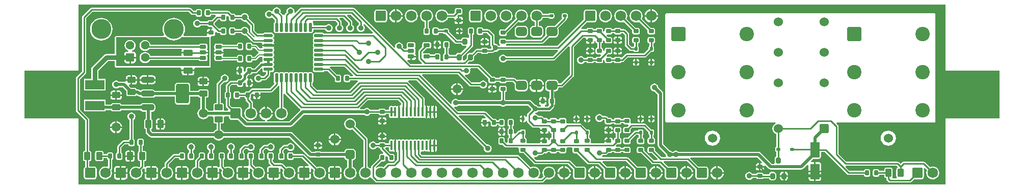
<source format=gtl>
G04 Layer_Physical_Order=1*
G04 Layer_Color=255*
%FSLAX25Y25*%
%MOIN*%
G70*
G01*
G75*
%ADD10C,0.05905*%
G04:AMPARAMS|DCode=11|XSize=25.59mil|YSize=33.47mil|CornerRadius=3.2mil|HoleSize=0mil|Usage=FLASHONLY|Rotation=270.000|XOffset=0mil|YOffset=0mil|HoleType=Round|Shape=RoundedRectangle|*
%AMROUNDEDRECTD11*
21,1,0.02559,0.02707,0,0,270.0*
21,1,0.01919,0.03347,0,0,270.0*
1,1,0.00640,-0.01353,-0.00960*
1,1,0.00640,-0.01353,0.00960*
1,1,0.00640,0.01353,0.00960*
1,1,0.00640,0.01353,-0.00960*
%
%ADD11ROUNDEDRECTD11*%
G04:AMPARAMS|DCode=12|XSize=25.59mil|YSize=33.47mil|CornerRadius=3.2mil|HoleSize=0mil|Usage=FLASHONLY|Rotation=180.000|XOffset=0mil|YOffset=0mil|HoleType=Round|Shape=RoundedRectangle|*
%AMROUNDEDRECTD12*
21,1,0.02559,0.02707,0,0,180.0*
21,1,0.01919,0.03347,0,0,180.0*
1,1,0.00640,-0.00960,0.01353*
1,1,0.00640,0.00960,0.01353*
1,1,0.00640,0.00960,-0.01353*
1,1,0.00640,-0.00960,-0.01353*
%
%ADD12ROUNDEDRECTD12*%
G04:AMPARAMS|DCode=13|XSize=23.62mil|YSize=43.31mil|CornerRadius=5.91mil|HoleSize=0mil|Usage=FLASHONLY|Rotation=90.000|XOffset=0mil|YOffset=0mil|HoleType=Round|Shape=RoundedRectangle|*
%AMROUNDEDRECTD13*
21,1,0.02362,0.03150,0,0,90.0*
21,1,0.01181,0.04331,0,0,90.0*
1,1,0.01181,0.01575,0.00591*
1,1,0.01181,0.01575,-0.00591*
1,1,0.01181,-0.01575,-0.00591*
1,1,0.01181,-0.01575,0.00591*
%
%ADD13ROUNDEDRECTD13*%
G04:AMPARAMS|DCode=14|XSize=31.5mil|YSize=38.19mil|CornerRadius=7.87mil|HoleSize=0mil|Usage=FLASHONLY|Rotation=180.000|XOffset=0mil|YOffset=0mil|HoleType=Round|Shape=RoundedRectangle|*
%AMROUNDEDRECTD14*
21,1,0.03150,0.02244,0,0,180.0*
21,1,0.01575,0.03819,0,0,180.0*
1,1,0.01575,-0.00787,0.01122*
1,1,0.01575,0.00787,0.01122*
1,1,0.01575,0.00787,-0.01122*
1,1,0.01575,-0.00787,-0.01122*
%
%ADD14ROUNDEDRECTD14*%
G04:AMPARAMS|DCode=15|XSize=19.68mil|YSize=23.62mil|CornerRadius=2.46mil|HoleSize=0mil|Usage=FLASHONLY|Rotation=90.000|XOffset=0mil|YOffset=0mil|HoleType=Round|Shape=RoundedRectangle|*
%AMROUNDEDRECTD15*
21,1,0.01968,0.01870,0,0,90.0*
21,1,0.01476,0.02362,0,0,90.0*
1,1,0.00492,0.00935,0.00738*
1,1,0.00492,0.00935,-0.00738*
1,1,0.00492,-0.00935,-0.00738*
1,1,0.00492,-0.00935,0.00738*
%
%ADD15ROUNDEDRECTD15*%
G04:AMPARAMS|DCode=16|XSize=127.95mil|YSize=84.65mil|CornerRadius=10.58mil|HoleSize=0mil|Usage=FLASHONLY|Rotation=90.000|XOffset=0mil|YOffset=0mil|HoleType=Round|Shape=RoundedRectangle|*
%AMROUNDEDRECTD16*
21,1,0.12795,0.06348,0,0,90.0*
21,1,0.10679,0.08465,0,0,90.0*
1,1,0.02116,0.03174,0.05340*
1,1,0.02116,0.03174,-0.05340*
1,1,0.02116,-0.03174,-0.05340*
1,1,0.02116,-0.03174,0.05340*
%
%ADD16ROUNDEDRECTD16*%
G04:AMPARAMS|DCode=17|XSize=37.4mil|YSize=84.65mil|CornerRadius=9.35mil|HoleSize=0mil|Usage=FLASHONLY|Rotation=90.000|XOffset=0mil|YOffset=0mil|HoleType=Round|Shape=RoundedRectangle|*
%AMROUNDEDRECTD17*
21,1,0.03740,0.06594,0,0,90.0*
21,1,0.01870,0.08465,0,0,90.0*
1,1,0.01870,0.03297,0.00935*
1,1,0.01870,0.03297,-0.00935*
1,1,0.01870,-0.03297,-0.00935*
1,1,0.01870,-0.03297,0.00935*
%
%ADD17ROUNDEDRECTD17*%
G04:AMPARAMS|DCode=18|XSize=39.37mil|YSize=51.18mil|CornerRadius=4.92mil|HoleSize=0mil|Usage=FLASHONLY|Rotation=180.000|XOffset=0mil|YOffset=0mil|HoleType=Round|Shape=RoundedRectangle|*
%AMROUNDEDRECTD18*
21,1,0.03937,0.04134,0,0,180.0*
21,1,0.02953,0.05118,0,0,180.0*
1,1,0.00984,-0.01476,0.02067*
1,1,0.00984,0.01476,0.02067*
1,1,0.00984,0.01476,-0.02067*
1,1,0.00984,-0.01476,-0.02067*
%
%ADD18ROUNDEDRECTD18*%
G04:AMPARAMS|DCode=19|XSize=39.37mil|YSize=51.18mil|CornerRadius=4.92mil|HoleSize=0mil|Usage=FLASHONLY|Rotation=270.000|XOffset=0mil|YOffset=0mil|HoleType=Round|Shape=RoundedRectangle|*
%AMROUNDEDRECTD19*
21,1,0.03937,0.04134,0,0,270.0*
21,1,0.02953,0.05118,0,0,270.0*
1,1,0.00984,-0.02067,-0.01476*
1,1,0.00984,-0.02067,0.01476*
1,1,0.00984,0.02067,0.01476*
1,1,0.00984,0.02067,-0.01476*
%
%ADD19ROUNDEDRECTD19*%
G04:AMPARAMS|DCode=20|XSize=39.37mil|YSize=62.99mil|CornerRadius=4.92mil|HoleSize=0mil|Usage=FLASHONLY|Rotation=270.000|XOffset=0mil|YOffset=0mil|HoleType=Round|Shape=RoundedRectangle|*
%AMROUNDEDRECTD20*
21,1,0.03937,0.05315,0,0,270.0*
21,1,0.02953,0.06299,0,0,270.0*
1,1,0.00984,-0.02657,-0.01476*
1,1,0.00984,-0.02657,0.01476*
1,1,0.00984,0.02657,0.01476*
1,1,0.00984,0.02657,-0.01476*
%
%ADD20ROUNDEDRECTD20*%
%ADD21R,0.12600X0.06000*%
G04:AMPARAMS|DCode=22|XSize=11.81mil|YSize=62.99mil|CornerRadius=2.95mil|HoleSize=0mil|Usage=FLASHONLY|Rotation=180.000|XOffset=0mil|YOffset=0mil|HoleType=Round|Shape=RoundedRectangle|*
%AMROUNDEDRECTD22*
21,1,0.01181,0.05709,0,0,180.0*
21,1,0.00591,0.06299,0,0,180.0*
1,1,0.00591,-0.00295,0.02854*
1,1,0.00591,0.00295,0.02854*
1,1,0.00591,0.00295,-0.02854*
1,1,0.00591,-0.00295,-0.02854*
%
%ADD22ROUNDEDRECTD22*%
G04:AMPARAMS|DCode=23|XSize=70.08mil|YSize=59.84mil|CornerRadius=14.96mil|HoleSize=0mil|Usage=FLASHONLY|Rotation=180.000|XOffset=0mil|YOffset=0mil|HoleType=Round|Shape=RoundedRectangle|*
%AMROUNDEDRECTD23*
21,1,0.07008,0.02992,0,0,180.0*
21,1,0.04016,0.05984,0,0,180.0*
1,1,0.02992,-0.02008,0.01496*
1,1,0.02992,0.02008,0.01496*
1,1,0.02992,0.02008,-0.01496*
1,1,0.02992,-0.02008,-0.01496*
%
%ADD23ROUNDEDRECTD23*%
G04:AMPARAMS|DCode=24|XSize=19.68mil|YSize=23.62mil|CornerRadius=2.46mil|HoleSize=0mil|Usage=FLASHONLY|Rotation=180.000|XOffset=0mil|YOffset=0mil|HoleType=Round|Shape=RoundedRectangle|*
%AMROUNDEDRECTD24*
21,1,0.01968,0.01870,0,0,180.0*
21,1,0.01476,0.02362,0,0,180.0*
1,1,0.00492,-0.00738,0.00935*
1,1,0.00492,0.00738,0.00935*
1,1,0.00492,0.00738,-0.00935*
1,1,0.00492,-0.00738,-0.00935*
%
%ADD24ROUNDEDRECTD24*%
G04:AMPARAMS|DCode=25|XSize=62.99mil|YSize=102.36mil|CornerRadius=7.87mil|HoleSize=0mil|Usage=FLASHONLY|Rotation=180.000|XOffset=0mil|YOffset=0mil|HoleType=Round|Shape=RoundedRectangle|*
%AMROUNDEDRECTD25*
21,1,0.06299,0.08661,0,0,180.0*
21,1,0.04724,0.10236,0,0,180.0*
1,1,0.01575,-0.02362,0.04331*
1,1,0.01575,0.02362,0.04331*
1,1,0.01575,0.02362,-0.04331*
1,1,0.01575,-0.02362,-0.04331*
%
%ADD25ROUNDEDRECTD25*%
G04:AMPARAMS|DCode=26|XSize=21.65mil|YSize=59.05mil|CornerRadius=5.41mil|HoleSize=0mil|Usage=FLASHONLY|Rotation=90.000|XOffset=0mil|YOffset=0mil|HoleType=Round|Shape=RoundedRectangle|*
%AMROUNDEDRECTD26*
21,1,0.02165,0.04823,0,0,90.0*
21,1,0.01083,0.05905,0,0,90.0*
1,1,0.01083,0.02411,0.00541*
1,1,0.01083,0.02411,-0.00541*
1,1,0.01083,-0.02411,-0.00541*
1,1,0.01083,-0.02411,0.00541*
%
%ADD26ROUNDEDRECTD26*%
G04:AMPARAMS|DCode=27|XSize=21.65mil|YSize=59.05mil|CornerRadius=5.41mil|HoleSize=0mil|Usage=FLASHONLY|Rotation=0.000|XOffset=0mil|YOffset=0mil|HoleType=Round|Shape=RoundedRectangle|*
%AMROUNDEDRECTD27*
21,1,0.02165,0.04823,0,0,0.0*
21,1,0.01083,0.05905,0,0,0.0*
1,1,0.01083,0.00541,-0.02411*
1,1,0.01083,-0.00541,-0.02411*
1,1,0.01083,-0.00541,0.02411*
1,1,0.01083,0.00541,0.02411*
%
%ADD27ROUNDEDRECTD27*%
%ADD28C,0.03937*%
%ADD29C,0.01000*%
%ADD30C,0.02000*%
%ADD31C,0.01500*%
%ADD32C,0.00800*%
%ADD33C,0.03000*%
%ADD34C,0.01800*%
%ADD35R,0.24000X0.24000*%
G04:AMPARAMS|DCode=36|XSize=56.22mil|YSize=56.22mil|CornerRadius=8.43mil|HoleSize=0mil|Usage=FLASHONLY|Rotation=180.000|XOffset=0mil|YOffset=0mil|HoleType=Round|Shape=RoundedRectangle|*
%AMROUNDEDRECTD36*
21,1,0.05622,0.03935,0,0,180.0*
21,1,0.03935,0.05622,0,0,180.0*
1,1,0.01687,-0.01968,0.01968*
1,1,0.01687,0.01968,0.01968*
1,1,0.01687,0.01968,-0.01968*
1,1,0.01687,-0.01968,-0.01968*
%
%ADD36ROUNDEDRECTD36*%
%ADD37C,0.05622*%
%ADD38C,0.13055*%
%ADD39C,0.06800*%
G04:AMPARAMS|DCode=40|XSize=68mil|YSize=68mil|CornerRadius=10.2mil|HoleSize=0mil|Usage=FLASHONLY|Rotation=270.000|XOffset=0mil|YOffset=0mil|HoleType=Round|Shape=RoundedRectangle|*
%AMROUNDEDRECTD40*
21,1,0.06800,0.04760,0,0,270.0*
21,1,0.04760,0.06800,0,0,270.0*
1,1,0.02040,-0.02380,-0.02380*
1,1,0.02040,-0.02380,0.02380*
1,1,0.02040,0.02380,0.02380*
1,1,0.02040,0.02380,-0.02380*
%
%ADD40ROUNDEDRECTD40*%
%ADD41C,0.22441*%
%ADD42C,0.02756*%
G04:AMPARAMS|DCode=43|XSize=60mil|YSize=60mil|CornerRadius=9mil|HoleSize=0mil|Usage=FLASHONLY|Rotation=90.000|XOffset=0mil|YOffset=0mil|HoleType=Round|Shape=RoundedRectangle|*
%AMROUNDEDRECTD43*
21,1,0.06000,0.04200,0,0,90.0*
21,1,0.04200,0.06000,0,0,90.0*
1,1,0.01800,0.02100,0.02100*
1,1,0.01800,0.02100,-0.02100*
1,1,0.01800,-0.02100,-0.02100*
1,1,0.01800,-0.02100,0.02100*
%
%ADD43ROUNDEDRECTD43*%
%ADD44C,0.06000*%
G04:AMPARAMS|DCode=45|XSize=60mil|YSize=60mil|CornerRadius=15mil|HoleSize=0mil|Usage=FLASHONLY|Rotation=90.000|XOffset=0mil|YOffset=0mil|HoleType=Round|Shape=RoundedRectangle|*
%AMROUNDEDRECTD45*
21,1,0.06000,0.03000,0,0,90.0*
21,1,0.03000,0.06000,0,0,90.0*
1,1,0.03000,0.01500,0.01500*
1,1,0.03000,0.01500,-0.01500*
1,1,0.03000,-0.01500,-0.01500*
1,1,0.03000,-0.01500,0.01500*
%
%ADD45ROUNDEDRECTD45*%
G04:AMPARAMS|DCode=46|XSize=94.49mil|YSize=94.49mil|CornerRadius=11.81mil|HoleSize=0mil|Usage=FLASHONLY|Rotation=270.000|XOffset=0mil|YOffset=0mil|HoleType=Round|Shape=RoundedRectangle|*
%AMROUNDEDRECTD46*
21,1,0.09449,0.07087,0,0,270.0*
21,1,0.07087,0.09449,0,0,270.0*
1,1,0.02362,-0.03543,-0.03543*
1,1,0.02362,-0.03543,0.03543*
1,1,0.02362,0.03543,0.03543*
1,1,0.02362,0.03543,-0.03543*
%
%ADD46ROUNDEDRECTD46*%
%ADD47C,0.09449*%
%ADD48C,0.03543*%
%ADD49C,0.03150*%
G36*
X602362Y114173D02*
X637795D01*
Y82677D01*
X602362D01*
Y39370D01*
X35433D01*
Y82677D01*
X0D01*
Y114173D01*
X35433D01*
Y157480D01*
X602362D01*
Y114173D01*
D02*
G37*
%LPC*%
G36*
X70000Y86594D02*
X69329Y86506D01*
X68703Y86246D01*
X68166Y85834D01*
X67754Y85297D01*
X67494Y84671D01*
X67406Y84000D01*
X67494Y83329D01*
X67754Y82703D01*
X68166Y82166D01*
X68674Y81776D01*
Y69413D01*
X68651Y69408D01*
X68280Y69161D01*
X68033Y68790D01*
X67946Y68353D01*
Y68326D01*
X65000D01*
X64493Y68225D01*
X64063Y67937D01*
X61015Y64890D01*
X60728Y64460D01*
X60627Y63953D01*
Y60422D01*
X60556Y60408D01*
X60186Y60161D01*
X59938Y59790D01*
X59851Y59353D01*
Y56647D01*
X59938Y56210D01*
X60186Y55839D01*
X60556Y55592D01*
X60993Y55505D01*
X62912D01*
X63349Y55592D01*
X63720Y55839D01*
X63967Y56210D01*
X64054Y56647D01*
Y59353D01*
X63967Y59790D01*
X63720Y60161D01*
X63349Y60408D01*
X63278Y60422D01*
Y63404D01*
X65549Y65675D01*
X67946D01*
Y65647D01*
X68033Y65210D01*
X68280Y64839D01*
X68651Y64592D01*
X69088Y64505D01*
X71007D01*
X71444Y64592D01*
X71814Y64839D01*
X72062Y65210D01*
X72149Y65647D01*
Y68353D01*
X72062Y68790D01*
X71814Y69161D01*
X71444Y69408D01*
X71325Y69432D01*
Y81776D01*
X71834Y82166D01*
X72246Y82703D01*
X72505Y83329D01*
X72594Y84000D01*
X72505Y84671D01*
X72246Y85297D01*
X71834Y85834D01*
X71297Y86246D01*
X70671Y86506D01*
X70000Y86594D01*
D02*
G37*
G36*
X194699Y64453D02*
X192500D01*
Y62647D01*
X193353D01*
X193868Y62750D01*
X194305Y63042D01*
X194597Y63478D01*
X194699Y63993D01*
Y64453D01*
D02*
G37*
G36*
X565000Y74748D02*
X563712Y74578D01*
X562512Y74081D01*
X561481Y73290D01*
X560690Y72260D01*
X560193Y71060D01*
X560024Y69772D01*
X560193Y68484D01*
X560690Y67283D01*
X561481Y66253D01*
X562512Y65462D01*
X563712Y64965D01*
X565000Y64795D01*
X566288Y64965D01*
X567488Y65462D01*
X568519Y66253D01*
X569310Y67283D01*
X569807Y68484D01*
X569976Y69772D01*
X569807Y71060D01*
X569310Y72260D01*
X568519Y73290D01*
X567488Y74081D01*
X566288Y74578D01*
X565000Y74748D01*
D02*
G37*
G36*
X450000D02*
X448712Y74578D01*
X447512Y74081D01*
X446481Y73290D01*
X445690Y72260D01*
X445193Y71060D01*
X445024Y69772D01*
X445193Y68484D01*
X445690Y67283D01*
X446481Y66253D01*
X447512Y65462D01*
X448712Y64965D01*
X450000Y64795D01*
X451288Y64965D01*
X452488Y65462D01*
X453519Y66253D01*
X454310Y67283D01*
X454807Y68484D01*
X454976Y69772D01*
X454807Y71060D01*
X454310Y72260D01*
X453519Y73290D01*
X452488Y74081D01*
X451288Y74578D01*
X450000Y74748D01*
D02*
G37*
G36*
X161000Y66594D02*
X160329Y66505D01*
X159703Y66246D01*
X159166Y65834D01*
X158776Y65325D01*
X157000D01*
X156493Y65225D01*
X156063Y64937D01*
X154110Y62985D01*
X153823Y62555D01*
X153722Y62047D01*
Y60422D01*
X153651Y60408D01*
X153280Y60161D01*
X153033Y59790D01*
X152946Y59353D01*
Y56647D01*
X153033Y56210D01*
X153280Y55839D01*
X153651Y55592D01*
X154088Y55505D01*
X156007D01*
X156444Y55592D01*
X156814Y55839D01*
X157062Y56210D01*
X157149Y56647D01*
Y59353D01*
X157062Y59790D01*
X156814Y60161D01*
X156444Y60408D01*
X156373Y60422D01*
Y61498D01*
X157549Y62674D01*
X158776D01*
X159166Y62166D01*
X159703Y61754D01*
X160329Y61494D01*
X161000Y61406D01*
X161671Y61494D01*
X162297Y61754D01*
X162834Y62166D01*
X163246Y62703D01*
X163505Y63329D01*
X163594Y64000D01*
X163505Y64671D01*
X163246Y65297D01*
X162834Y65834D01*
X162297Y66246D01*
X161671Y66505D01*
X161000Y66594D01*
D02*
G37*
G36*
X148000D02*
X147329Y66505D01*
X146703Y66246D01*
X146166Y65834D01*
X145776Y65325D01*
X144000D01*
X143493Y65225D01*
X143063Y64937D01*
X141110Y62985D01*
X140823Y62555D01*
X140722Y62047D01*
Y60422D01*
X140651Y60408D01*
X140280Y60161D01*
X140033Y59790D01*
X139946Y59353D01*
Y56647D01*
X140033Y56210D01*
X140280Y55839D01*
X140651Y55592D01*
X141088Y55505D01*
X143007D01*
X143444Y55592D01*
X143814Y55839D01*
X144062Y56210D01*
X144149Y56647D01*
Y59353D01*
X144062Y59790D01*
X143814Y60161D01*
X143444Y60408D01*
X143373Y60422D01*
Y61498D01*
X144549Y62674D01*
X145776D01*
X146166Y62166D01*
X146703Y61754D01*
X147329Y61494D01*
X148000Y61406D01*
X148671Y61494D01*
X149297Y61754D01*
X149834Y62166D01*
X150246Y62703D01*
X150505Y63329D01*
X150594Y64000D01*
X150505Y64671D01*
X150246Y65297D01*
X149834Y65834D01*
X149297Y66246D01*
X148671Y66505D01*
X148000Y66594D01*
D02*
G37*
G36*
X191500Y64453D02*
X189301D01*
Y63993D01*
X189403Y63478D01*
X189695Y63042D01*
X190132Y62750D01*
X190647Y62647D01*
X191500D01*
Y64453D01*
D02*
G37*
G36*
X174000Y66594D02*
X173329Y66505D01*
X172703Y66246D01*
X172166Y65834D01*
X171776Y65325D01*
X170000D01*
X169493Y65225D01*
X169063Y64937D01*
X167110Y62985D01*
X166823Y62555D01*
X166722Y62047D01*
Y60422D01*
X166651Y60408D01*
X166280Y60161D01*
X166033Y59790D01*
X165946Y59353D01*
Y56647D01*
X166033Y56210D01*
X166280Y55839D01*
X166651Y55592D01*
X167088Y55505D01*
X169007D01*
X169444Y55592D01*
X169814Y55839D01*
X170062Y56210D01*
X170149Y56647D01*
Y59353D01*
X170062Y59790D01*
X169814Y60161D01*
X169444Y60408D01*
X169373Y60422D01*
Y61498D01*
X170549Y62674D01*
X171776D01*
X172166Y62166D01*
X172703Y61754D01*
X173329Y61494D01*
X174000Y61406D01*
X174671Y61494D01*
X175297Y61754D01*
X175834Y62166D01*
X176246Y62703D01*
X176505Y63329D01*
X176594Y64000D01*
X176505Y64671D01*
X176246Y65297D01*
X175834Y65834D01*
X175297Y66246D01*
X174671Y66505D01*
X174000Y66594D01*
D02*
G37*
G36*
X403738Y75573D02*
X402262D01*
X401854Y75491D01*
X401508Y75260D01*
X401276Y74914D01*
X401273Y74896D01*
X399618D01*
X399111Y74795D01*
X398681Y74508D01*
X394227Y70054D01*
X392647D01*
X392210Y69967D01*
X391839Y69720D01*
X391592Y69349D01*
X391505Y68912D01*
Y66993D01*
X391592Y66556D01*
X391839Y66186D01*
X392210Y65938D01*
X392647Y65851D01*
X395353D01*
X395790Y65938D01*
X396161Y66186D01*
X396408Y66556D01*
X396495Y66993D01*
Y68573D01*
X400167Y72245D01*
X401273D01*
X401276Y72228D01*
X401508Y71882D01*
X401675Y71770D01*
Y70054D01*
X401647D01*
X401210Y69967D01*
X400839Y69720D01*
X400592Y69349D01*
X400505Y68912D01*
Y66993D01*
X400592Y66556D01*
X400839Y66186D01*
X401210Y65938D01*
X401647Y65851D01*
X404353D01*
X404790Y65938D01*
X405161Y66186D01*
X405408Y66556D01*
X405495Y66993D01*
Y68912D01*
X405408Y69349D01*
X405161Y69720D01*
X404790Y69967D01*
X404353Y70054D01*
X404325D01*
Y71770D01*
X404492Y71882D01*
X404724Y72228D01*
X404805Y72636D01*
Y74506D01*
X404724Y74914D01*
X404492Y75260D01*
X404146Y75491D01*
X403738Y75573D01*
D02*
G37*
G36*
X268575Y69111D02*
Y65476D01*
X269691D01*
Y67831D01*
X269590Y68336D01*
X269304Y68765D01*
X268876Y69051D01*
X268575Y69111D01*
D02*
G37*
G36*
X339500Y70211D02*
X338647D01*
X338132Y70108D01*
X337695Y69817D01*
X337403Y69380D01*
X337301Y68865D01*
Y68405D01*
X339500D01*
Y70211D01*
D02*
G37*
G36*
X376000Y85594D02*
X375329Y85505D01*
X374703Y85246D01*
X374166Y84834D01*
X373754Y84297D01*
X373495Y83671D01*
X373406Y83000D01*
X373495Y82329D01*
X373754Y81703D01*
X374166Y81166D01*
X374703Y80754D01*
X375329Y80494D01*
X376000Y80406D01*
X376671Y80494D01*
X377297Y80754D01*
X377834Y81166D01*
X378224Y81674D01*
X379404D01*
X379505Y81573D01*
Y79993D01*
X379592Y79556D01*
X379839Y79186D01*
X380210Y78938D01*
X380647Y78851D01*
X383353D01*
X383790Y78938D01*
X384161Y79186D01*
X384408Y79556D01*
X384413Y79580D01*
X385578D01*
X385592Y79509D01*
X385839Y79138D01*
X386210Y78891D01*
X386647Y78804D01*
X389353D01*
X389790Y78891D01*
X390161Y79138D01*
X390408Y79509D01*
X390432Y79627D01*
X391578D01*
X391592Y79556D01*
X391839Y79186D01*
X392210Y78938D01*
X392647Y78851D01*
X394798D01*
X395129Y78051D01*
X394227Y77149D01*
X392647D01*
X392210Y77062D01*
X391839Y76814D01*
X391592Y76444D01*
X391505Y76007D01*
Y74088D01*
X391592Y73651D01*
X391839Y73280D01*
X392210Y73033D01*
X392647Y72946D01*
X395353D01*
X395790Y73033D01*
X396161Y73280D01*
X396408Y73651D01*
X396495Y74088D01*
Y75668D01*
X397502Y76674D01*
X405022D01*
X408195Y73501D01*
Y72636D01*
X408277Y72228D01*
X408508Y71882D01*
X408674Y71770D01*
Y70054D01*
X408647D01*
X408210Y69967D01*
X407839Y69720D01*
X407592Y69349D01*
X407505Y68912D01*
Y66993D01*
X407592Y66556D01*
X407839Y66186D01*
X408210Y65938D01*
X408647Y65851D01*
X411353D01*
X411790Y65938D01*
X412161Y66186D01*
X412408Y66556D01*
X412495Y66993D01*
Y68912D01*
X412408Y69349D01*
X412161Y69720D01*
X411790Y69967D01*
X411353Y70054D01*
X411326D01*
Y71770D01*
X411492Y71882D01*
X411724Y72228D01*
X411805Y72636D01*
Y74506D01*
X411724Y74914D01*
X411492Y75260D01*
X411146Y75491D01*
X410738Y75573D01*
X409873D01*
X406508Y78937D01*
X406078Y79225D01*
X405571Y79325D01*
X397143D01*
X396631Y79795D01*
X396517Y79961D01*
X396495Y80050D01*
Y81912D01*
X396408Y82349D01*
X396161Y82720D01*
X395790Y82967D01*
X395353Y83054D01*
X392647D01*
X392210Y82967D01*
X391839Y82720D01*
X391592Y82349D01*
X391578Y82278D01*
X390413D01*
X390408Y82302D01*
X390161Y82673D01*
X389790Y82920D01*
X389353Y83007D01*
X386647D01*
X386210Y82920D01*
X385839Y82673D01*
X385592Y82302D01*
X385578Y82231D01*
X384432D01*
X384408Y82349D01*
X384161Y82720D01*
X383790Y82967D01*
X383353Y83054D01*
X381773D01*
X380890Y83937D01*
X380460Y84225D01*
X379953Y84325D01*
X378224D01*
X377834Y84834D01*
X377297Y85246D01*
X376671Y85505D01*
X376000Y85594D01*
D02*
G37*
G36*
X206969Y68500D02*
X203500D01*
Y65031D01*
X204044Y65103D01*
X205017Y65506D01*
X205853Y66147D01*
X206494Y66983D01*
X206897Y67956D01*
X206969Y68500D01*
D02*
G37*
G36*
X202500D02*
X199031D01*
X199103Y67956D01*
X199506Y66983D01*
X200147Y66147D01*
X200983Y65506D01*
X201956Y65103D01*
X202500Y65031D01*
Y68500D01*
D02*
G37*
G36*
X193353Y67258D02*
X192500D01*
Y65453D01*
X194699D01*
Y65912D01*
X194597Y66427D01*
X194305Y66864D01*
X193868Y67156D01*
X193353Y67258D01*
D02*
G37*
G36*
X191500D02*
X190647D01*
X190132Y67156D01*
X189695Y66864D01*
X189403Y66427D01*
X189301Y65912D01*
Y65453D01*
X191500D01*
Y67258D01*
D02*
G37*
G36*
X68563Y57500D02*
X66065D01*
Y55933D01*
X66181Y55351D01*
X66511Y54857D01*
X67004Y54527D01*
X67587Y54412D01*
X68563D01*
Y57500D01*
D02*
G37*
G36*
X595000Y151816D02*
X420000D01*
X419688Y151754D01*
X419423Y151577D01*
X419246Y151312D01*
X419184Y151000D01*
Y81000D01*
X419246Y80688D01*
X419423Y80423D01*
X419688Y80246D01*
X420000Y80184D01*
X491081D01*
X491241Y79384D01*
X491084Y79319D01*
X490290Y78710D01*
X489681Y77916D01*
X489298Y76992D01*
X489167Y76000D01*
X489298Y75008D01*
X489681Y74084D01*
X490290Y73290D01*
X491084Y72681D01*
X491745Y72407D01*
Y64227D01*
X491728Y64224D01*
X491382Y63992D01*
X491151Y63646D01*
X491069Y63238D01*
Y61762D01*
X491151Y61354D01*
X491382Y61008D01*
X491728Y60776D01*
X491745Y60773D01*
Y57766D01*
X491593Y57736D01*
X491068Y57385D01*
X490717Y56859D01*
X490594Y56240D01*
Y53996D01*
X490666Y53635D01*
X490275Y52978D01*
X490117Y52835D01*
X488760D01*
X481298Y60298D01*
X480702Y60696D01*
X480000Y60835D01*
X427833D01*
X427297Y61246D01*
X426671Y61506D01*
X426000Y61594D01*
X425329Y61506D01*
X424703Y61246D01*
X424167Y60835D01*
X423833D01*
X423297Y61246D01*
X422671Y61506D01*
X422002Y61594D01*
X417835Y65760D01*
Y99000D01*
X417696Y99702D01*
X417298Y100298D01*
X414594Y103002D01*
X414505Y103671D01*
X414246Y104297D01*
X413834Y104834D01*
X413297Y105246D01*
X412671Y105506D01*
X412000Y105594D01*
X411329Y105506D01*
X410703Y105246D01*
X410166Y104834D01*
X409754Y104297D01*
X409494Y103671D01*
X409406Y103000D01*
X409494Y102329D01*
X409754Y101703D01*
X410166Y101166D01*
X410703Y100754D01*
X411329Y100495D01*
X411998Y100406D01*
X414165Y98240D01*
Y65000D01*
X414304Y64298D01*
X414702Y63702D01*
X419406Y58998D01*
X419494Y58329D01*
X419579Y58126D01*
X419086Y57326D01*
X416596D01*
X412495Y61427D01*
Y63007D01*
X412408Y63444D01*
X412161Y63814D01*
X411790Y64062D01*
X411353Y64149D01*
X408647D01*
X408210Y64062D01*
X407839Y63814D01*
X407592Y63444D01*
X407505Y63007D01*
Y61088D01*
X407592Y60651D01*
X407839Y60280D01*
X408210Y60033D01*
X408647Y59946D01*
X410227D01*
X414108Y56065D01*
X413802Y55326D01*
X411596D01*
X405495Y61427D01*
Y63007D01*
X405408Y63444D01*
X405161Y63814D01*
X404790Y64062D01*
X404353Y64149D01*
X401647D01*
X401210Y64062D01*
X400839Y63814D01*
X400592Y63444D01*
X400505Y63007D01*
Y61088D01*
X400592Y60651D01*
X400839Y60280D01*
X401210Y60033D01*
X401647Y59946D01*
X403227D01*
X410110Y53063D01*
X410540Y52775D01*
X411047Y52675D01*
X415451D01*
X418764Y49361D01*
Y44620D01*
X418906Y43910D01*
X419308Y43308D01*
X419910Y42906D01*
X420620Y42764D01*
X425380D01*
X426090Y42906D01*
X426692Y43308D01*
X427094Y43910D01*
X427236Y44620D01*
Y49380D01*
X427094Y50090D01*
X426692Y50692D01*
X426090Y51094D01*
X425380Y51236D01*
X420639D01*
X417939Y53935D01*
X418245Y54675D01*
X433451D01*
X438764Y49361D01*
Y44620D01*
X438906Y43910D01*
X439308Y43308D01*
X439910Y42906D01*
X440620Y42764D01*
X445380D01*
X446090Y42906D01*
X446692Y43308D01*
X447094Y43910D01*
X447236Y44620D01*
Y49380D01*
X447094Y50090D01*
X446692Y50692D01*
X446090Y51094D01*
X445380Y51236D01*
X440639D01*
X435510Y56365D01*
X435841Y57165D01*
X479240D01*
X482346Y54058D01*
X482015Y53258D01*
X481500D01*
Y51453D01*
X483699D01*
Y51574D01*
X484499Y51906D01*
X486702Y49702D01*
X487298Y49304D01*
X488000Y49165D01*
X508000D01*
X508702Y49304D01*
X509298Y49702D01*
X512040Y52444D01*
X512442Y52340D01*
X512815Y52089D01*
Y48413D01*
X516500D01*
Y54066D01*
X514793D01*
X514542Y54440D01*
X514438Y54842D01*
X515733Y56137D01*
X519362D01*
X519982Y56261D01*
X520507Y56612D01*
X520857Y57136D01*
X520981Y57756D01*
Y60761D01*
X523364D01*
X538063Y46063D01*
X538493Y45775D01*
X539000Y45674D01*
X548946D01*
Y45647D01*
X549033Y45210D01*
X549280Y44839D01*
X549651Y44592D01*
X550088Y44505D01*
X552007D01*
X552444Y44592D01*
X552814Y44839D01*
X553062Y45210D01*
X553149Y45647D01*
Y48353D01*
X553062Y48790D01*
X552814Y49161D01*
X552444Y49408D01*
X552007Y49495D01*
X550088D01*
X549651Y49408D01*
X549280Y49161D01*
X549033Y48790D01*
X548946Y48353D01*
Y48325D01*
X539549D01*
X537000Y50875D01*
X537331Y51674D01*
X570451D01*
X571014Y51111D01*
X570993Y50813D01*
X570809Y50185D01*
X570529Y49999D01*
X570244Y49571D01*
X570143Y49067D01*
Y44933D01*
X570244Y44429D01*
X570446Y44126D01*
X570306Y43649D01*
X570101Y43325D01*
X567899D01*
X567694Y43649D01*
X567554Y44126D01*
X567757Y44429D01*
X567857Y44933D01*
Y49067D01*
X567757Y49571D01*
X567471Y49999D01*
X567043Y50284D01*
X566539Y50384D01*
X563587D01*
X563082Y50284D01*
X562655Y49999D01*
X562369Y49571D01*
X562269Y49067D01*
Y48325D01*
X559054D01*
Y48353D01*
X558967Y48790D01*
X558720Y49161D01*
X558349Y49408D01*
X557912Y49495D01*
X555993D01*
X555556Y49408D01*
X555186Y49161D01*
X554938Y48790D01*
X554851Y48353D01*
Y45647D01*
X554938Y45210D01*
X555186Y44839D01*
X555556Y44592D01*
X555993Y44505D01*
X557912D01*
X558349Y44592D01*
X558720Y44839D01*
X558967Y45210D01*
X559054Y45647D01*
Y45674D01*
X562269D01*
Y44933D01*
X562369Y44429D01*
X562655Y44001D01*
X563082Y43716D01*
X563587Y43616D01*
X563737D01*
Y42937D01*
X563838Y42430D01*
X564126Y42000D01*
X565063Y41063D01*
X565493Y40775D01*
X566000Y40674D01*
X579000D01*
X579507Y40775D01*
X579937Y41063D01*
X581639Y42764D01*
X586380D01*
X587090Y42906D01*
X587692Y43308D01*
X588094Y43910D01*
X588236Y44620D01*
Y49380D01*
X588142Y49852D01*
X588878Y50247D01*
X590236Y48889D01*
X589908Y48096D01*
X589764Y47000D01*
X589908Y45904D01*
X590331Y44882D01*
X591005Y44004D01*
X591882Y43331D01*
X592904Y42908D01*
X594000Y42764D01*
X595096Y42908D01*
X596118Y43331D01*
X596995Y44004D01*
X597669Y44882D01*
X598092Y45904D01*
X598236Y47000D01*
X598092Y48096D01*
X597669Y49118D01*
X596995Y49995D01*
X596118Y50669D01*
X595096Y51092D01*
X594000Y51236D01*
X592904Y51092D01*
X592111Y50764D01*
X588937Y53937D01*
X588507Y54225D01*
X588000Y54325D01*
X575000D01*
X574493Y54225D01*
X574063Y53937D01*
X573000Y52874D01*
X571937Y53937D01*
X571507Y54225D01*
X571000Y54325D01*
X537549D01*
X532326Y59549D01*
Y77500D01*
X532225Y78007D01*
X531937Y78437D01*
X530929Y79445D01*
X531235Y80184D01*
X595000D01*
X595312Y80246D01*
X595577Y80423D01*
X595754Y80688D01*
X595816Y81000D01*
Y151000D01*
X595754Y151312D01*
X595577Y151577D01*
X595312Y151754D01*
X595000Y151816D01*
D02*
G37*
G36*
X104007Y60495D02*
X102088D01*
X101651Y60408D01*
X101280Y60161D01*
X101033Y59790D01*
X100946Y59353D01*
Y59325D01*
X98000D01*
X97493Y59225D01*
X97063Y58937D01*
X92063Y53937D01*
X91775Y53507D01*
X91675Y53000D01*
Y50997D01*
X90882Y50669D01*
X90004Y49995D01*
X89331Y49118D01*
X88908Y48096D01*
X88764Y47000D01*
X88908Y45904D01*
X89331Y44882D01*
X90004Y44004D01*
X90882Y43331D01*
X91904Y42908D01*
X93000Y42764D01*
X94096Y42908D01*
X95118Y43331D01*
X95995Y44004D01*
X96669Y44882D01*
X97092Y45904D01*
X97236Y47000D01*
X97092Y48096D01*
X96669Y49118D01*
X95995Y49995D01*
X95118Y50669D01*
X94326Y50997D01*
Y52451D01*
X98549Y56674D01*
X100946D01*
Y56647D01*
X101033Y56210D01*
X101280Y55839D01*
X101651Y55592D01*
X102088Y55505D01*
X104007D01*
X104444Y55592D01*
X104814Y55839D01*
X105062Y56210D01*
X105149Y56647D01*
Y59353D01*
X105062Y59790D01*
X104814Y60161D01*
X104444Y60408D01*
X104007Y60495D01*
D02*
G37*
G36*
X72061Y57500D02*
X69563D01*
Y54412D01*
X70539D01*
X71122Y54527D01*
X71615Y54857D01*
X71945Y55351D01*
X72061Y55933D01*
Y57500D01*
D02*
G37*
G36*
X148912Y60495D02*
X146993D01*
X146556Y60408D01*
X146186Y60161D01*
X145938Y59790D01*
X145851Y59353D01*
Y56647D01*
X145938Y56210D01*
X146186Y55839D01*
X146556Y55592D01*
X146627Y55578D01*
Y52047D01*
X146652Y51921D01*
X146478Y51692D01*
X145987Y51319D01*
X145380Y51440D01*
X143500D01*
Y47500D01*
X147440D01*
Y49380D01*
X147396Y49598D01*
X148134Y49992D01*
X149236Y48889D01*
X148908Y48096D01*
X148764Y47000D01*
X148908Y45904D01*
X149331Y44882D01*
X150004Y44004D01*
X150882Y43331D01*
X151904Y42908D01*
X153000Y42764D01*
X154096Y42908D01*
X155118Y43331D01*
X155996Y44004D01*
X156669Y44882D01*
X157092Y45904D01*
X157236Y47000D01*
X157092Y48096D01*
X156669Y49118D01*
X155996Y49995D01*
X155118Y50669D01*
X154096Y51092D01*
X153000Y51236D01*
X151904Y51092D01*
X151111Y50764D01*
X149278Y52596D01*
Y55578D01*
X149349Y55592D01*
X149720Y55839D01*
X149967Y56210D01*
X150054Y56647D01*
Y59353D01*
X149967Y59790D01*
X149720Y60161D01*
X149349Y60408D01*
X148912Y60495D01*
D02*
G37*
G36*
X50413Y61384D02*
X47461D01*
X46957Y61284D01*
X46529Y60998D01*
X46244Y60571D01*
X46143Y60067D01*
Y55933D01*
X46244Y55429D01*
X46529Y55001D01*
X46957Y54716D01*
X47461Y54616D01*
X50413D01*
X50918Y54716D01*
X51345Y55001D01*
X51631Y55429D01*
X51731Y55933D01*
Y56674D01*
X53946D01*
Y56647D01*
X54033Y56210D01*
X54280Y55839D01*
X54651Y55592D01*
X54722Y55578D01*
Y51584D01*
X53922Y51115D01*
X53000Y51236D01*
X51904Y51092D01*
X50882Y50669D01*
X50005Y49995D01*
X49331Y49118D01*
X48908Y48096D01*
X48764Y47000D01*
X48908Y45904D01*
X49331Y44882D01*
X50005Y44004D01*
X50882Y43331D01*
X51904Y42908D01*
X53000Y42764D01*
X54096Y42908D01*
X55118Y43331D01*
X55996Y44004D01*
X56669Y44882D01*
X57092Y45904D01*
X57236Y47000D01*
X57092Y48096D01*
X56764Y48889D01*
X56985Y49110D01*
X57272Y49540D01*
X57373Y50047D01*
Y55578D01*
X57444Y55592D01*
X57814Y55839D01*
X58062Y56210D01*
X58149Y56647D01*
Y59353D01*
X58062Y59790D01*
X57814Y60161D01*
X57444Y60408D01*
X57007Y60495D01*
X55088D01*
X54651Y60408D01*
X54280Y60161D01*
X54033Y59790D01*
X53946Y59353D01*
Y59325D01*
X51731D01*
Y60067D01*
X51631Y60571D01*
X51345Y60998D01*
X50918Y61284D01*
X50413Y61384D01*
D02*
G37*
G36*
X480500Y53258D02*
X479647D01*
X479132Y53156D01*
X478695Y52864D01*
X478403Y52427D01*
X478301Y51912D01*
Y51453D01*
X480500D01*
Y53258D01*
D02*
G37*
G36*
X174912Y60495D02*
X172993D01*
X172556Y60408D01*
X172186Y60161D01*
X171938Y59790D01*
X171851Y59353D01*
Y56647D01*
X171938Y56210D01*
X172186Y55839D01*
X172556Y55592D01*
X172993Y55505D01*
X174912D01*
X175349Y55592D01*
X175720Y55839D01*
X175967Y56210D01*
X176054Y56647D01*
Y56674D01*
X181451D01*
X185992Y52134D01*
X185598Y51396D01*
X185380Y51440D01*
X183500D01*
Y47500D01*
X187440D01*
Y49380D01*
X187396Y49598D01*
X188134Y49992D01*
X189236Y48889D01*
X188908Y48096D01*
X188764Y47000D01*
X188908Y45904D01*
X189331Y44882D01*
X190005Y44004D01*
X190882Y43331D01*
X191904Y42908D01*
X193000Y42764D01*
X194096Y42908D01*
X195118Y43331D01*
X195995Y44004D01*
X196669Y44882D01*
X197092Y45904D01*
X197236Y47000D01*
X197092Y48096D01*
X196669Y49118D01*
X195995Y49995D01*
X195118Y50669D01*
X194096Y51092D01*
X193000Y51236D01*
X191904Y51092D01*
X191111Y50764D01*
X182937Y58937D01*
X182507Y59225D01*
X182000Y59325D01*
X176054D01*
Y59353D01*
X175967Y59790D01*
X175720Y60161D01*
X175349Y60408D01*
X174912Y60495D01*
D02*
G37*
G36*
X213000Y82833D02*
X212008Y82702D01*
X211084Y82319D01*
X210290Y81710D01*
X209681Y80916D01*
X209298Y79992D01*
X209167Y79000D01*
X209298Y78008D01*
X209681Y77084D01*
X210290Y76290D01*
X211084Y75681D01*
X212008Y75298D01*
X213000Y75167D01*
X213992Y75298D01*
X214583Y75543D01*
X221674Y68451D01*
Y50997D01*
X220882Y50669D01*
X220005Y49995D01*
X219331Y49118D01*
X218908Y48096D01*
X218764Y47000D01*
X218908Y45904D01*
X219331Y44882D01*
X220005Y44004D01*
X220882Y43331D01*
X221904Y42908D01*
X223000Y42764D01*
X224096Y42908D01*
X225118Y43331D01*
X225995Y44004D01*
X226138Y44002D01*
X226878Y43840D01*
X227063Y43563D01*
X229563Y41063D01*
X229993Y40775D01*
X230500Y40674D01*
X338500D01*
X339007Y40775D01*
X339437Y41063D01*
X341464Y43090D01*
X341904Y42908D01*
X343000Y42764D01*
X344096Y42908D01*
X345118Y43331D01*
X345995Y44004D01*
X346669Y44882D01*
X347092Y45904D01*
X347236Y47000D01*
X347092Y48096D01*
X346669Y49118D01*
X345995Y49995D01*
X345118Y50669D01*
X344096Y51092D01*
X343000Y51236D01*
X341904Y51092D01*
X340882Y50669D01*
X340004Y49995D01*
X339331Y49118D01*
X338908Y48096D01*
X338764Y47000D01*
X338908Y45904D01*
X339331Y44882D01*
X339408Y44782D01*
X337951Y43325D01*
X336425D01*
X336208Y43669D01*
X336088Y44126D01*
X336669Y44882D01*
X337092Y45904D01*
X337236Y47000D01*
X337092Y48096D01*
X336669Y49118D01*
X335996Y49995D01*
X335118Y50669D01*
X334096Y51092D01*
X333000Y51236D01*
X331904Y51092D01*
X331111Y50764D01*
X323411Y58464D01*
X322980Y58751D01*
X322473Y58852D01*
X260022D01*
X259164Y59710D01*
Y60470D01*
X259286Y60617D01*
X259964Y61033D01*
X260102Y61005D01*
X260693D01*
X261120Y61090D01*
X261483Y61332D01*
X261872D01*
X262234Y61090D01*
X262661Y61005D01*
X263252D01*
X263679Y61090D01*
X264287Y61188D01*
X264715Y60902D01*
X265016Y60842D01*
Y64976D01*
Y69111D01*
X264715Y69051D01*
X264287Y68765D01*
X263679Y68862D01*
X263252Y68947D01*
X262661D01*
X262234Y68862D01*
X261872Y68620D01*
X261483D01*
X261120Y68862D01*
X260693Y68947D01*
X260102D01*
X259675Y68862D01*
X259313Y68620D01*
X258924D01*
X258561Y68862D01*
X258134Y68947D01*
X257543D01*
X257116Y68862D01*
X256559Y68683D01*
X256002Y68862D01*
X255575Y68947D01*
X254984D01*
X254557Y68862D01*
X254195Y68620D01*
X253805D01*
X253443Y68862D01*
X253016Y68947D01*
X252425D01*
X251998Y68862D01*
X251441Y68683D01*
X250884Y68862D01*
X250457Y68947D01*
X249866D01*
X249439Y68862D01*
X249077Y68620D01*
X248687D01*
X248325Y68862D01*
X247898Y68947D01*
X247307D01*
X246880Y68862D01*
X246517Y68620D01*
X246128D01*
X245766Y68862D01*
X245339Y68947D01*
X244748D01*
X244321Y68862D01*
X243713Y68765D01*
X243285Y69051D01*
X242984Y69111D01*
Y64976D01*
Y60785D01*
X243641Y60353D01*
X243718Y60234D01*
Y55592D01*
X241451Y53325D01*
X238000D01*
X237493Y53225D01*
X237063Y52937D01*
X234889Y50764D01*
X234096Y51092D01*
X233000Y51236D01*
X231904Y51092D01*
X230882Y50669D01*
X230194Y50141D01*
X229665Y50744D01*
X233427Y54505D01*
X235007D01*
X235444Y54592D01*
X235814Y54839D01*
X236062Y55210D01*
X236149Y55647D01*
Y57798D01*
X236949Y58130D01*
X237851Y57227D01*
Y55647D01*
X237938Y55210D01*
X238186Y54839D01*
X238556Y54592D01*
X238993Y54505D01*
X240912D01*
X241349Y54592D01*
X241720Y54839D01*
X241967Y55210D01*
X242054Y55647D01*
Y58353D01*
X241967Y58790D01*
X241720Y59161D01*
X241349Y59408D01*
X240912Y59495D01*
X239332D01*
X236106Y62722D01*
X236161Y63280D01*
X236408Y63651D01*
X236422Y63722D01*
X238513D01*
Y62122D01*
X238598Y61695D01*
X238840Y61332D01*
X239203Y61090D01*
X239630Y61005D01*
X240220D01*
X240648Y61090D01*
X241255Y61188D01*
X241684Y60902D01*
X241984Y60842D01*
Y64976D01*
Y69111D01*
X241684Y69051D01*
X241255Y68765D01*
X240648Y68862D01*
X240220Y68947D01*
X239630D01*
X239203Y68862D01*
X238840Y68620D01*
X238598Y68258D01*
X238513Y67831D01*
Y66373D01*
X236422D01*
X236408Y66444D01*
X236161Y66814D01*
X235790Y67062D01*
X235353Y67149D01*
X232647D01*
X232210Y67062D01*
X231839Y66814D01*
X231592Y66444D01*
X231578Y66373D01*
X230188D01*
X229834Y66834D01*
X229297Y67246D01*
X228671Y67506D01*
X228000Y67594D01*
X227329Y67506D01*
X226703Y67246D01*
X226166Y66834D01*
X225754Y66297D01*
X225495Y65671D01*
X225406Y65000D01*
X225495Y64329D01*
X225754Y63703D01*
X226166Y63166D01*
X226703Y62754D01*
X227329Y62494D01*
X228000Y62406D01*
X228671Y62494D01*
X229297Y62754D01*
X229834Y63166D01*
X230246Y63703D01*
X230254Y63722D01*
X231578D01*
X231592Y63651D01*
X231839Y63280D01*
X232210Y63033D01*
X232647Y62946D01*
X232676D01*
X232775Y62445D01*
X233063Y62015D01*
X234783Y60295D01*
X234452Y59495D01*
X233088D01*
X232651Y59408D01*
X232280Y59161D01*
X232033Y58790D01*
X231946Y58353D01*
Y56773D01*
X227063Y51890D01*
X226775Y51460D01*
X226675Y50953D01*
Y50425D01*
X226331Y50208D01*
X225874Y50088D01*
X225118Y50669D01*
X224325Y50997D01*
Y69000D01*
X224225Y69507D01*
X223937Y69937D01*
X216457Y77417D01*
X216702Y78008D01*
X216833Y79000D01*
X216702Y79992D01*
X216319Y80916D01*
X215710Y81710D01*
X214916Y82319D01*
X213992Y82702D01*
X213000Y82833D01*
D02*
G37*
G36*
X70539Y61588D02*
X69563D01*
Y58500D01*
X72061D01*
Y60067D01*
X71945Y60649D01*
X71615Y61143D01*
X71122Y61472D01*
X70539Y61588D01*
D02*
G37*
G36*
X266016Y69111D02*
Y64976D01*
Y60842D01*
X266316Y60902D01*
X266795Y61161D01*
X267274Y60902D01*
X267575Y60842D01*
Y64976D01*
Y69111D01*
X267274Y69051D01*
X266795Y68792D01*
X266316Y69051D01*
X266016Y69111D01*
D02*
G37*
G36*
X269691Y64476D02*
X268575D01*
Y60842D01*
X268876Y60902D01*
X269304Y61188D01*
X269590Y61617D01*
X269691Y62122D01*
Y64476D01*
D02*
G37*
G36*
X122000Y66594D02*
X121329Y66505D01*
X120703Y66246D01*
X120166Y65834D01*
X119754Y65297D01*
X119494Y64671D01*
X119406Y64000D01*
X119494Y63329D01*
X119754Y62703D01*
X120166Y62166D01*
X120627Y61812D01*
Y60422D01*
X120556Y60408D01*
X120186Y60161D01*
X119938Y59790D01*
X119851Y59353D01*
Y56647D01*
X119938Y56210D01*
X120186Y55839D01*
X120556Y55592D01*
X120993Y55505D01*
X122912D01*
X123349Y55592D01*
X123720Y55839D01*
X123967Y56210D01*
X124054Y56647D01*
Y59353D01*
X123967Y59790D01*
X123720Y60161D01*
X123349Y60408D01*
X123278Y60422D01*
Y61746D01*
X123297Y61754D01*
X123834Y62166D01*
X124246Y62703D01*
X124505Y63329D01*
X124594Y64000D01*
X124505Y64671D01*
X124246Y65297D01*
X123834Y65834D01*
X123297Y66246D01*
X122671Y66505D01*
X122000Y66594D01*
D02*
G37*
G36*
X109000D02*
X108329Y66505D01*
X107703Y66246D01*
X107166Y65834D01*
X106754Y65297D01*
X106494Y64671D01*
X106406Y64000D01*
X106494Y63329D01*
X106754Y62703D01*
X107166Y62166D01*
X107627Y61812D01*
Y60422D01*
X107556Y60408D01*
X107186Y60161D01*
X106938Y59790D01*
X106851Y59353D01*
Y56647D01*
X106938Y56210D01*
X107186Y55839D01*
X107556Y55592D01*
X107993Y55505D01*
X109912D01*
X110349Y55592D01*
X110720Y55839D01*
X110967Y56210D01*
X111054Y56647D01*
Y59353D01*
X110967Y59790D01*
X110720Y60161D01*
X110349Y60408D01*
X110278Y60422D01*
Y61746D01*
X110297Y61754D01*
X110834Y62166D01*
X111246Y62703D01*
X111505Y63329D01*
X111594Y64000D01*
X111505Y64671D01*
X111246Y65297D01*
X110834Y65834D01*
X110297Y66246D01*
X109671Y66505D01*
X109000Y66594D01*
D02*
G37*
G36*
X68563Y61588D02*
X67587D01*
X67004Y61472D01*
X66511Y61143D01*
X66181Y60649D01*
X66065Y60067D01*
Y58500D01*
X68563D01*
Y61588D01*
D02*
G37*
G36*
X135000Y66594D02*
X134329Y66505D01*
X133703Y66246D01*
X133166Y65834D01*
X132754Y65297D01*
X132494Y64671D01*
X132406Y64000D01*
X132494Y63329D01*
X132754Y62703D01*
X133166Y62166D01*
X133627Y61812D01*
Y60422D01*
X133556Y60408D01*
X133186Y60161D01*
X132938Y59790D01*
X132851Y59353D01*
Y56647D01*
X132938Y56210D01*
X133186Y55839D01*
X133556Y55592D01*
X133993Y55505D01*
X135912D01*
X136349Y55592D01*
X136720Y55839D01*
X136967Y56210D01*
X137054Y56647D01*
Y59353D01*
X136967Y59790D01*
X136720Y60161D01*
X136349Y60408D01*
X136278Y60422D01*
Y61746D01*
X136297Y61754D01*
X136834Y62166D01*
X137246Y62703D01*
X137505Y63329D01*
X137594Y64000D01*
X137505Y64671D01*
X137246Y65297D01*
X136834Y65834D01*
X136297Y66246D01*
X135671Y66505D01*
X135000Y66594D01*
D02*
G37*
G36*
X303400Y79500D02*
X301594D01*
Y77301D01*
X302054D01*
X302569Y77403D01*
X303006Y77695D01*
X303297Y78132D01*
X303400Y78647D01*
Y79500D01*
D02*
G37*
G36*
X300594D02*
X298789D01*
Y78647D01*
X298892Y78132D01*
X299183Y77695D01*
X299620Y77403D01*
X300135Y77301D01*
X300594D01*
Y79500D01*
D02*
G37*
G36*
X60500Y80921D02*
Y77500D01*
X63921D01*
X63851Y78032D01*
X63453Y78993D01*
X62819Y79819D01*
X61993Y80453D01*
X61032Y80851D01*
X60500Y80921D01*
D02*
G37*
G36*
X59500D02*
X58968Y80851D01*
X58007Y80453D01*
X57181Y79819D01*
X56547Y78993D01*
X56149Y78032D01*
X56079Y77500D01*
X59500D01*
Y80921D01*
D02*
G37*
G36*
X91935Y78500D02*
X89437D01*
Y75412D01*
X90413D01*
X90996Y75528D01*
X91489Y75857D01*
X91819Y76351D01*
X91935Y76933D01*
Y78500D01*
D02*
G37*
G36*
X88437D02*
X85939D01*
Y76933D01*
X86055Y76351D01*
X86385Y75857D01*
X86878Y75528D01*
X87461Y75412D01*
X88437D01*
Y78500D01*
D02*
G37*
G36*
X383353Y77353D02*
X382500D01*
Y75547D01*
X384699D01*
Y76007D01*
X384597Y76522D01*
X384305Y76959D01*
X383868Y77250D01*
X383353Y77353D01*
D02*
G37*
G36*
X381500D02*
X380647D01*
X380132Y77250D01*
X379695Y76959D01*
X379403Y76522D01*
X379301Y76007D01*
Y75547D01*
X381500D01*
Y77353D01*
D02*
G37*
G36*
X363009Y81882D02*
X361500D01*
Y80176D01*
X361738D01*
X362224Y80273D01*
X362636Y80549D01*
X362912Y80961D01*
X363009Y81447D01*
Y81882D01*
D02*
G37*
G36*
X360500D02*
X358991D01*
Y81447D01*
X359088Y80961D01*
X359364Y80549D01*
X359776Y80273D01*
X360262Y80176D01*
X360500D01*
Y81882D01*
D02*
G37*
G36*
X367500Y81929D02*
X365991D01*
Y81494D01*
X366088Y81008D01*
X366364Y80596D01*
X366776Y80320D01*
X367262Y80224D01*
X367500D01*
Y81929D01*
D02*
G37*
G36*
X325500D02*
X323991D01*
Y81494D01*
X324088Y81008D01*
X324363Y80596D01*
X324776Y80320D01*
X325262Y80224D01*
X325500D01*
Y81929D01*
D02*
G37*
G36*
X236699Y80547D02*
X234500D01*
Y78742D01*
X235353D01*
X235868Y78844D01*
X236305Y79136D01*
X236597Y79573D01*
X236699Y80088D01*
Y80547D01*
D02*
G37*
G36*
X233500D02*
X231301D01*
Y80088D01*
X231403Y79573D01*
X231695Y79136D01*
X232132Y78844D01*
X232647Y78742D01*
X233500D01*
Y80547D01*
D02*
G37*
G36*
X90413Y82588D02*
X89437D01*
Y79500D01*
X91935D01*
Y81067D01*
X91819Y81649D01*
X91489Y82143D01*
X90996Y82472D01*
X90413Y82588D01*
D02*
G37*
G36*
X88437D02*
X87461D01*
X86878Y82472D01*
X86385Y82143D01*
X86055Y81649D01*
X85939Y81067D01*
Y79500D01*
X88437D01*
Y82588D01*
D02*
G37*
G36*
X311595Y73500D02*
X309789D01*
Y72647D01*
X309892Y72132D01*
X310183Y71695D01*
X310620Y71403D01*
X311135Y71301D01*
X311595D01*
Y73500D01*
D02*
G37*
G36*
X203500Y72969D02*
Y69500D01*
X206969D01*
X206897Y70044D01*
X206494Y71017D01*
X205853Y71853D01*
X205017Y72494D01*
X204044Y72897D01*
X203500Y72969D01*
D02*
G37*
G36*
X233500Y73258D02*
X232647D01*
X232132Y73156D01*
X231695Y72864D01*
X231403Y72427D01*
X231301Y71912D01*
Y71453D01*
X233500D01*
Y73258D01*
D02*
G37*
G36*
X314400Y73500D02*
X312595D01*
Y71301D01*
X313054D01*
X313569Y71403D01*
X314006Y71695D01*
X314297Y72132D01*
X314400Y72647D01*
Y73500D01*
D02*
G37*
G36*
X233500Y70453D02*
X231301D01*
Y69993D01*
X231403Y69478D01*
X231695Y69042D01*
X232132Y68750D01*
X232647Y68647D01*
X233500D01*
Y70453D01*
D02*
G37*
G36*
X381500Y70258D02*
X380647D01*
X380132Y70156D01*
X379695Y69864D01*
X379403Y69427D01*
X379301Y68912D01*
Y68453D01*
X381500D01*
Y70258D01*
D02*
G37*
G36*
X202500Y72969D02*
X201956Y72897D01*
X200983Y72494D01*
X200147Y71853D01*
X199506Y71017D01*
X199103Y70044D01*
X199031Y69500D01*
X202500D01*
Y72969D01*
D02*
G37*
G36*
X236699Y70453D02*
X234500D01*
Y68647D01*
X235353D01*
X235868Y68750D01*
X236305Y69042D01*
X236597Y69478D01*
X236699Y69993D01*
Y70453D01*
D02*
G37*
G36*
X63921Y76500D02*
X60500D01*
Y73079D01*
X61032Y73149D01*
X61993Y73547D01*
X62819Y74181D01*
X63453Y75007D01*
X63851Y75968D01*
X63921Y76500D01*
D02*
G37*
G36*
X59500D02*
X56079D01*
X56149Y75968D01*
X56547Y75007D01*
X57181Y74181D01*
X58007Y73547D01*
X58968Y73149D01*
X59500Y73079D01*
Y76500D01*
D02*
G37*
G36*
X313054Y76699D02*
X312595D01*
Y74500D01*
X314400D01*
Y75353D01*
X314297Y75868D01*
X314006Y76305D01*
X313569Y76597D01*
X313054Y76699D01*
D02*
G37*
G36*
X311595D02*
X311135D01*
X310620Y76597D01*
X310183Y76305D01*
X309892Y75868D01*
X309789Y75353D01*
Y74500D01*
X311595D01*
Y76699D01*
D02*
G37*
G36*
X339500Y74500D02*
X337301D01*
Y74040D01*
X337403Y73525D01*
X337695Y73089D01*
X338132Y72797D01*
X338647Y72695D01*
X339500D01*
Y74500D01*
D02*
G37*
G36*
X235353Y73258D02*
X234500D01*
Y71453D01*
X236699D01*
Y71912D01*
X236597Y72427D01*
X236305Y72864D01*
X235868Y73156D01*
X235353Y73258D01*
D02*
G37*
G36*
X384699Y74547D02*
X382500D01*
Y72742D01*
X383353D01*
X383868Y72844D01*
X384305Y73136D01*
X384597Y73573D01*
X384699Y74088D01*
Y74547D01*
D02*
G37*
G36*
X381500D02*
X379301D01*
Y74088D01*
X379403Y73573D01*
X379695Y73136D01*
X380132Y72844D01*
X380647Y72742D01*
X381500D01*
Y74547D01*
D02*
G37*
G36*
X352500Y46500D02*
X348628D01*
X348713Y45851D01*
X349157Y44781D01*
X349862Y43862D01*
X350781Y43157D01*
X351851Y42713D01*
X352500Y42628D01*
Y46500D01*
D02*
G37*
G36*
X452500D02*
X448628D01*
X448713Y45851D01*
X449157Y44781D01*
X449862Y43862D01*
X450781Y43157D01*
X451851Y42713D01*
X452500Y42628D01*
Y46500D01*
D02*
G37*
G36*
X392500D02*
X388628D01*
X388713Y45851D01*
X389157Y44781D01*
X389862Y43862D01*
X390781Y43157D01*
X391851Y42713D01*
X392500Y42628D01*
Y46500D01*
D02*
G37*
G36*
X372500D02*
X368628D01*
X368713Y45851D01*
X369157Y44781D01*
X369862Y43862D01*
X370781Y43157D01*
X371851Y42713D01*
X372500Y42628D01*
Y46500D01*
D02*
G37*
G36*
X187440D02*
X183500D01*
Y42560D01*
X185380D01*
X186168Y42717D01*
X186836Y43164D01*
X187283Y43832D01*
X187440Y44620D01*
Y46500D01*
D02*
G37*
G36*
X182500D02*
X178560D01*
Y44620D01*
X178717Y43832D01*
X179164Y43164D01*
X179832Y42717D01*
X180620Y42560D01*
X182500D01*
Y46500D01*
D02*
G37*
G36*
X207440D02*
X203500D01*
Y42560D01*
X205380D01*
X206168Y42717D01*
X206836Y43164D01*
X207283Y43832D01*
X207440Y44620D01*
Y46500D01*
D02*
G37*
G36*
X202500D02*
X198560D01*
Y44620D01*
X198717Y43832D01*
X199164Y43164D01*
X199832Y42717D01*
X200620Y42560D01*
X202500D01*
Y46500D01*
D02*
G37*
G36*
X417372D02*
X413500D01*
Y42628D01*
X414149Y42713D01*
X415219Y43157D01*
X416138Y43862D01*
X416843Y44781D01*
X417287Y45851D01*
X417372Y46500D01*
D02*
G37*
G36*
X397372D02*
X393500D01*
Y42628D01*
X394149Y42713D01*
X395219Y43157D01*
X396138Y43862D01*
X396843Y44781D01*
X397287Y45851D01*
X397372Y46500D01*
D02*
G37*
G36*
X457372D02*
X453500D01*
Y42628D01*
X454149Y42713D01*
X455219Y43157D01*
X456138Y43862D01*
X456843Y44781D01*
X457287Y45851D01*
X457372Y46500D01*
D02*
G37*
G36*
X437372D02*
X433500D01*
Y42628D01*
X434149Y42713D01*
X435219Y43157D01*
X436138Y43862D01*
X436843Y44781D01*
X437287Y45851D01*
X437372Y46500D01*
D02*
G37*
G36*
X432500D02*
X428628D01*
X428713Y45851D01*
X429157Y44781D01*
X429862Y43862D01*
X430781Y43157D01*
X431851Y42713D01*
X432500Y42628D01*
Y46500D01*
D02*
G37*
G36*
X412500D02*
X408628D01*
X408713Y45851D01*
X409157Y44781D01*
X409862Y43862D01*
X410781Y43157D01*
X411851Y42713D01*
X412500Y42628D01*
Y46500D01*
D02*
G37*
G36*
X377372D02*
X373500D01*
Y42628D01*
X374149Y42713D01*
X375219Y43157D01*
X376138Y43862D01*
X376843Y44781D01*
X377287Y45851D01*
X377372Y46500D01*
D02*
G37*
G36*
X357372D02*
X353500D01*
Y42628D01*
X354149Y42713D01*
X355219Y43157D01*
X356138Y43862D01*
X356843Y44781D01*
X357287Y45851D01*
X357372Y46500D01*
D02*
G37*
G36*
X67440D02*
X63500D01*
Y42560D01*
X65380D01*
X66168Y42717D01*
X66836Y43164D01*
X67283Y43832D01*
X67440Y44620D01*
Y46500D01*
D02*
G37*
G36*
X62500D02*
X58560D01*
Y44620D01*
X58717Y43832D01*
X59164Y43164D01*
X59832Y42717D01*
X60620Y42560D01*
X62500D01*
Y46500D01*
D02*
G37*
G36*
X87440D02*
X83500D01*
Y42560D01*
X85380D01*
X86168Y42717D01*
X86836Y43164D01*
X87283Y43832D01*
X87440Y44620D01*
Y46500D01*
D02*
G37*
G36*
X82500D02*
X78560D01*
Y44620D01*
X78717Y43832D01*
X79164Y43164D01*
X79832Y42717D01*
X80620Y42560D01*
X82500D01*
Y46500D01*
D02*
G37*
G36*
X521185Y47413D02*
X517500D01*
Y41760D01*
X519362D01*
X520060Y41899D01*
X520651Y42294D01*
X521046Y42885D01*
X521185Y43583D01*
Y47413D01*
D02*
G37*
G36*
X516500D02*
X512815D01*
Y43583D01*
X512954Y42885D01*
X513349Y42294D01*
X513940Y41899D01*
X514638Y41760D01*
X516500D01*
Y47413D01*
D02*
G37*
G36*
X499350Y44382D02*
X497240D01*
Y41937D01*
X497528D01*
X498225Y42076D01*
X498816Y42471D01*
X499211Y43062D01*
X499350Y43760D01*
Y44382D01*
D02*
G37*
G36*
X496240D02*
X494130D01*
Y43760D01*
X494269Y43062D01*
X494664Y42471D01*
X495255Y42076D01*
X495953Y41937D01*
X496240D01*
Y44382D01*
D02*
G37*
G36*
X147440Y46500D02*
X143500D01*
Y42560D01*
X145380D01*
X146168Y42717D01*
X146836Y43164D01*
X147283Y43832D01*
X147440Y44620D01*
Y46500D01*
D02*
G37*
G36*
X142500D02*
X138560D01*
Y44620D01*
X138717Y43832D01*
X139164Y43164D01*
X139832Y42717D01*
X140620Y42560D01*
X142500D01*
Y46500D01*
D02*
G37*
G36*
X167440D02*
X163500D01*
Y42560D01*
X165380D01*
X166168Y42717D01*
X166836Y43164D01*
X167283Y43832D01*
X167440Y44620D01*
Y46500D01*
D02*
G37*
G36*
X162500D02*
X158560D01*
Y44620D01*
X158717Y43832D01*
X159164Y43164D01*
X159832Y42717D01*
X160620Y42560D01*
X162500D01*
Y46500D01*
D02*
G37*
G36*
X107440D02*
X103500D01*
Y42560D01*
X105380D01*
X106168Y42717D01*
X106836Y43164D01*
X107283Y43832D01*
X107440Y44620D01*
Y46500D01*
D02*
G37*
G36*
X102500D02*
X98560D01*
Y44620D01*
X98717Y43832D01*
X99164Y43164D01*
X99832Y42717D01*
X100620Y42560D01*
X102500D01*
Y46500D01*
D02*
G37*
G36*
X127440D02*
X123500D01*
Y42560D01*
X125380D01*
X126168Y42717D01*
X126836Y43164D01*
X127283Y43832D01*
X127440Y44620D01*
Y46500D01*
D02*
G37*
G36*
X122500D02*
X118560D01*
Y44620D01*
X118717Y43832D01*
X119164Y43164D01*
X119832Y42717D01*
X120620Y42560D01*
X122500D01*
Y46500D01*
D02*
G37*
G36*
X373500Y51372D02*
Y47500D01*
X377372D01*
X377287Y48149D01*
X376843Y49219D01*
X376138Y50138D01*
X375219Y50843D01*
X374149Y51287D01*
X373500Y51372D01*
D02*
G37*
G36*
X353500D02*
Y47500D01*
X357372D01*
X357287Y48149D01*
X356843Y49219D01*
X356138Y50138D01*
X355219Y50843D01*
X354149Y51287D01*
X353500Y51372D01*
D02*
G37*
G36*
X413500D02*
Y47500D01*
X417372D01*
X417287Y48149D01*
X416843Y49219D01*
X416138Y50138D01*
X415219Y50843D01*
X414149Y51287D01*
X413500Y51372D01*
D02*
G37*
G36*
X393500D02*
Y47500D01*
X397372D01*
X397287Y48149D01*
X396843Y49219D01*
X396138Y50138D01*
X395219Y50843D01*
X394149Y51287D01*
X393500Y51372D01*
D02*
G37*
G36*
X65380Y51440D02*
X63500D01*
Y47500D01*
X67440D01*
Y49380D01*
X67283Y50168D01*
X66836Y50836D01*
X66168Y51283D01*
X65380Y51440D01*
D02*
G37*
G36*
X452500Y51372D02*
X451851Y51287D01*
X450781Y50843D01*
X449862Y50138D01*
X449157Y49219D01*
X448713Y48149D01*
X448628Y47500D01*
X452500D01*
Y51372D01*
D02*
G37*
G36*
X205380Y51440D02*
X203500D01*
Y47500D01*
X207440D01*
Y49380D01*
X207283Y50168D01*
X206836Y50836D01*
X206168Y51283D01*
X205380Y51440D01*
D02*
G37*
G36*
X85380D02*
X83500D01*
Y47500D01*
X87440D01*
Y49380D01*
X87283Y50168D01*
X86836Y50836D01*
X86168Y51283D01*
X85380Y51440D01*
D02*
G37*
G36*
X483699Y50453D02*
X481500D01*
Y48647D01*
X482353D01*
X482868Y48750D01*
X483305Y49042D01*
X483597Y49478D01*
X483699Y49993D01*
Y50453D01*
D02*
G37*
G36*
X480500D02*
X478301D01*
Y49993D01*
X478403Y49478D01*
X478695Y49042D01*
X479132Y48750D01*
X479647Y48647D01*
X480500D01*
Y50453D01*
D02*
G37*
G36*
X76912Y69495D02*
X74993D01*
X74556Y69408D01*
X74186Y69161D01*
X73938Y68790D01*
X73851Y68353D01*
Y65647D01*
X73938Y65210D01*
X74186Y64839D01*
X74556Y64592D01*
X74627Y64578D01*
Y61064D01*
X74529Y60998D01*
X74243Y60571D01*
X74143Y60067D01*
Y55933D01*
X74243Y55429D01*
X74529Y55001D01*
X74957Y54716D01*
X75461Y54616D01*
X75612D01*
Y51486D01*
X74889Y50764D01*
X74096Y51092D01*
X73000Y51236D01*
X71904Y51092D01*
X70882Y50669D01*
X70004Y49995D01*
X69331Y49118D01*
X68908Y48096D01*
X68764Y47000D01*
X68908Y45904D01*
X69331Y44882D01*
X70004Y44004D01*
X70882Y43331D01*
X71904Y42908D01*
X73000Y42764D01*
X74096Y42908D01*
X75118Y43331D01*
X75995Y44004D01*
X76669Y44882D01*
X77092Y45904D01*
X77236Y47000D01*
X77092Y48096D01*
X76764Y48889D01*
X77874Y50000D01*
X78619Y49674D01*
X78560Y49380D01*
Y47500D01*
X82500D01*
Y51440D01*
X80620D01*
X79832Y51283D01*
X79164Y50836D01*
X79013Y50612D01*
X78260Y50924D01*
X78263Y50937D01*
Y54616D01*
X78413D01*
X78918Y54716D01*
X79345Y55001D01*
X79631Y55429D01*
X79731Y55933D01*
Y60067D01*
X79631Y60571D01*
X79345Y60998D01*
X78918Y61284D01*
X78413Y61384D01*
X77278D01*
Y64578D01*
X77349Y64592D01*
X77720Y64839D01*
X77967Y65210D01*
X78054Y65647D01*
Y68353D01*
X77967Y68790D01*
X77720Y69161D01*
X77349Y69408D01*
X76912Y69495D01*
D02*
G37*
G36*
X130007Y60495D02*
X128088D01*
X127651Y60408D01*
X127280Y60161D01*
X127033Y59790D01*
X126946Y59353D01*
Y56647D01*
X127033Y56210D01*
X127280Y55839D01*
X127651Y55592D01*
X127722Y55578D01*
Y50953D01*
X127722Y50950D01*
X126969Y50638D01*
X126836Y50836D01*
X126168Y51283D01*
X125380Y51440D01*
X123500D01*
Y47500D01*
X127440D01*
Y49380D01*
X127383Y49663D01*
X128063Y49993D01*
X128133Y49992D01*
X129236Y48889D01*
X128908Y48096D01*
X128764Y47000D01*
X128908Y45904D01*
X129331Y44882D01*
X130005Y44004D01*
X130882Y43331D01*
X131904Y42908D01*
X133000Y42764D01*
X134096Y42908D01*
X135118Y43331D01*
X135995Y44004D01*
X136669Y44882D01*
X137092Y45904D01*
X137236Y47000D01*
X137092Y48096D01*
X136669Y49118D01*
X135995Y49995D01*
X135118Y50669D01*
X134096Y51092D01*
X133000Y51236D01*
X131904Y51092D01*
X131111Y50764D01*
X130373Y51502D01*
Y55578D01*
X130444Y55592D01*
X130814Y55839D01*
X131062Y56210D01*
X131149Y56647D01*
Y59353D01*
X131062Y59790D01*
X130814Y60161D01*
X130444Y60408D01*
X130007Y60495D01*
D02*
G37*
G36*
X453500Y51372D02*
Y47500D01*
X457372D01*
X457287Y48149D01*
X456843Y49219D01*
X456138Y50138D01*
X455219Y50843D01*
X454149Y51287D01*
X453500Y51372D01*
D02*
G37*
G36*
X433500D02*
Y47500D01*
X437372D01*
X437287Y48149D01*
X436843Y49219D01*
X436138Y50138D01*
X435219Y50843D01*
X434149Y51287D01*
X433500Y51372D01*
D02*
G37*
G36*
X519362Y54066D02*
X517500D01*
Y48413D01*
X521185D01*
Y52244D01*
X521046Y52942D01*
X520651Y53533D01*
X520060Y53928D01*
X519362Y54066D01*
D02*
G37*
G36*
X105380Y51440D02*
X103500D01*
Y47500D01*
X107440D01*
Y49380D01*
X107283Y50168D01*
X106836Y50836D01*
X106168Y51283D01*
X105380Y51440D01*
D02*
G37*
G36*
X62500D02*
X60620D01*
X59832Y51283D01*
X59164Y50836D01*
X58717Y50168D01*
X58560Y49380D01*
Y47500D01*
X62500D01*
Y51440D01*
D02*
G37*
G36*
X490047Y47622D02*
X488472D01*
X487853Y47499D01*
X487328Y47148D01*
X486977Y46623D01*
X486894Y46207D01*
X483455D01*
X483408Y46444D01*
X483161Y46814D01*
X482790Y47062D01*
X482353Y47149D01*
X479647D01*
X479210Y47062D01*
X478839Y46814D01*
X478592Y46444D01*
X478578Y46373D01*
X476188D01*
X475834Y46834D01*
X475297Y47246D01*
X474671Y47506D01*
X474000Y47594D01*
X473329Y47506D01*
X472703Y47246D01*
X472166Y46834D01*
X471754Y46297D01*
X471494Y45671D01*
X471406Y45000D01*
X471494Y44329D01*
X471754Y43703D01*
X472166Y43166D01*
X472703Y42754D01*
X473329Y42494D01*
X474000Y42406D01*
X474671Y42494D01*
X475297Y42754D01*
X475834Y43166D01*
X476246Y43703D01*
X476254Y43722D01*
X478578D01*
X478592Y43651D01*
X478839Y43280D01*
X479210Y43033D01*
X479647Y42946D01*
X482353D01*
X482790Y43033D01*
X483161Y43280D01*
X483345Y43556D01*
X486894D01*
X486977Y43141D01*
X487328Y42615D01*
X487853Y42265D01*
X488472Y42141D01*
X490047D01*
X490667Y42265D01*
X491192Y42615D01*
X491542Y43141D01*
X491666Y43760D01*
Y46004D01*
X491542Y46623D01*
X491192Y47148D01*
X490667Y47499D01*
X490047Y47622D01*
D02*
G37*
G36*
X142500Y51440D02*
X140620D01*
X139832Y51283D01*
X139164Y50836D01*
X138717Y50168D01*
X138560Y49380D01*
Y47500D01*
X142500D01*
Y51440D01*
D02*
G37*
G36*
X122500D02*
X120620D01*
X119832Y51283D01*
X119164Y50836D01*
X118717Y50168D01*
X118560Y49380D01*
Y47500D01*
X122500D01*
Y51440D01*
D02*
G37*
G36*
X161912Y60495D02*
X159993D01*
X159556Y60408D01*
X159186Y60161D01*
X158938Y59790D01*
X158851Y59353D01*
Y56647D01*
X158938Y56210D01*
X159186Y55839D01*
X159556Y55592D01*
X159627Y55578D01*
Y54047D01*
X159728Y53540D01*
X160015Y53110D01*
X160947Y52179D01*
X160762Y51733D01*
X160565Y51429D01*
X159832Y51283D01*
X159164Y50836D01*
X158717Y50168D01*
X158560Y49380D01*
Y47500D01*
X163000D01*
X167440D01*
Y49380D01*
X167396Y49598D01*
X168133Y49992D01*
X169236Y48889D01*
X168908Y48096D01*
X168764Y47000D01*
X168908Y45904D01*
X169331Y44882D01*
X170004Y44004D01*
X170882Y43331D01*
X171904Y42908D01*
X173000Y42764D01*
X174096Y42908D01*
X175118Y43331D01*
X175996Y44004D01*
X176669Y44882D01*
X177092Y45904D01*
X177236Y47000D01*
X177092Y48096D01*
X176669Y49118D01*
X175996Y49995D01*
X175118Y50669D01*
X174096Y51092D01*
X173000Y51236D01*
X171904Y51092D01*
X171111Y50764D01*
X168937Y52937D01*
X168507Y53225D01*
X168000Y53325D01*
X163549D01*
X162278Y54596D01*
Y55578D01*
X162349Y55592D01*
X162720Y55839D01*
X162967Y56210D01*
X163054Y56647D01*
Y59353D01*
X162967Y59790D01*
X162720Y60161D01*
X162349Y60408D01*
X161912Y60495D01*
D02*
G37*
G36*
X117007D02*
X115088D01*
X114651Y60408D01*
X114280Y60161D01*
X114033Y59790D01*
X113946Y59353D01*
Y57773D01*
X112063Y55890D01*
X111775Y55460D01*
X111674Y54953D01*
Y50997D01*
X110882Y50669D01*
X110004Y49995D01*
X109331Y49118D01*
X108908Y48096D01*
X108764Y47000D01*
X108908Y45904D01*
X109331Y44882D01*
X110004Y44004D01*
X110882Y43331D01*
X111904Y42908D01*
X113000Y42764D01*
X114096Y42908D01*
X115118Y43331D01*
X115996Y44004D01*
X116669Y44882D01*
X117092Y45904D01*
X117236Y47000D01*
X117092Y48096D01*
X116669Y49118D01*
X115996Y49995D01*
X115118Y50669D01*
X114325Y50997D01*
Y54404D01*
X115427Y55505D01*
X117007D01*
X117444Y55592D01*
X117814Y55839D01*
X118062Y56210D01*
X118149Y56647D01*
Y59353D01*
X118062Y59790D01*
X117814Y60161D01*
X117444Y60408D01*
X117007Y60495D01*
D02*
G37*
G36*
X497528Y47826D02*
X497240D01*
Y45382D01*
X499350D01*
Y46004D01*
X499211Y46701D01*
X498816Y47293D01*
X498225Y47688D01*
X497528Y47826D01*
D02*
G37*
G36*
X496240D02*
X495953D01*
X495255Y47688D01*
X494664Y47293D01*
X494269Y46701D01*
X494130Y46004D01*
Y45382D01*
X496240D01*
Y47826D01*
D02*
G37*
G36*
X392500Y51372D02*
X391851Y51287D01*
X390781Y50843D01*
X389862Y50138D01*
X389157Y49219D01*
X388713Y48149D01*
X388628Y47500D01*
X392500D01*
Y51372D01*
D02*
G37*
G36*
X372500D02*
X371851Y51287D01*
X370781Y50843D01*
X369862Y50138D01*
X369157Y49219D01*
X368713Y48149D01*
X368628Y47500D01*
X372500D01*
Y51372D01*
D02*
G37*
G36*
X432500D02*
X431851Y51287D01*
X430781Y50843D01*
X429862Y50138D01*
X429157Y49219D01*
X428713Y48149D01*
X428628Y47500D01*
X432500D01*
Y51372D01*
D02*
G37*
G36*
X412500D02*
X411851Y51287D01*
X410781Y50843D01*
X409862Y50138D01*
X409157Y49219D01*
X408713Y48149D01*
X408628Y47500D01*
X412500D01*
Y51372D01*
D02*
G37*
G36*
X202500Y51440D02*
X200620D01*
X199832Y51283D01*
X199164Y50836D01*
X198717Y50168D01*
X198560Y49380D01*
Y47500D01*
X202500D01*
Y51440D01*
D02*
G37*
G36*
X182500D02*
X180620D01*
X179832Y51283D01*
X179164Y50836D01*
X178717Y50168D01*
X178560Y49380D01*
Y47500D01*
X182500D01*
Y51440D01*
D02*
G37*
G36*
X352500Y51372D02*
X351851Y51287D01*
X350781Y50843D01*
X349862Y50138D01*
X349157Y49219D01*
X348713Y48149D01*
X348628Y47500D01*
X352500D01*
Y51372D01*
D02*
G37*
G36*
X102500Y51440D02*
X100620D01*
X99832Y51283D01*
X99164Y50836D01*
X98717Y50168D01*
X98560Y49380D01*
Y47500D01*
X102500D01*
Y51440D01*
D02*
G37*
G36*
X370009Y81929D02*
X368500D01*
Y80224D01*
X368738D01*
X369224Y80320D01*
X369637Y80596D01*
X369912Y81008D01*
X370009Y81494D01*
Y81929D01*
D02*
G37*
G36*
X269547Y133699D02*
X269088D01*
X268573Y133597D01*
X268136Y133305D01*
X267844Y132868D01*
X267742Y132353D01*
Y131500D01*
X269547D01*
Y133699D01*
D02*
G37*
G36*
X271007D02*
X270547D01*
Y131500D01*
X272353D01*
Y132353D01*
X272250Y132868D01*
X271958Y133305D01*
X271522Y133597D01*
X271007Y133699D01*
D02*
G37*
G36*
X369500Y133547D02*
X367301D01*
Y133088D01*
X367403Y132573D01*
X367695Y132136D01*
X368132Y131844D01*
X368647Y131742D01*
X369500D01*
Y133547D01*
D02*
G37*
G36*
X142007Y132495D02*
X140088D01*
X139651Y132408D01*
X139280Y132161D01*
X139033Y131790D01*
X138946Y131353D01*
Y130964D01*
X129942D01*
X129695Y131333D01*
X129235Y131641D01*
X128693Y131748D01*
X125543D01*
X125001Y131641D01*
X124541Y131333D01*
X124233Y130873D01*
X124126Y130331D01*
Y129150D01*
X124233Y128607D01*
X124541Y128147D01*
X124186Y127422D01*
X124045Y127211D01*
X123922Y126591D01*
Y126500D01*
X127118D01*
X130315D01*
Y126591D01*
X130191Y127211D01*
X130050Y127422D01*
X129853Y127824D01*
X130242Y128517D01*
X138972D01*
X139033Y128210D01*
X139280Y127839D01*
X139651Y127592D01*
X140088Y127505D01*
X142007D01*
X142444Y127592D01*
X142814Y127839D01*
X143062Y128210D01*
X143149Y128647D01*
Y131353D01*
X143062Y131790D01*
X142814Y132161D01*
X142444Y132408D01*
X142007Y132495D01*
D02*
G37*
G36*
X272353Y130500D02*
X270547D01*
Y128301D01*
X271007D01*
X271522Y128403D01*
X271958Y128695D01*
X272250Y129132D01*
X272353Y129647D01*
Y130500D01*
D02*
G37*
G36*
X300500Y132453D02*
X298301D01*
Y131993D01*
X298403Y131478D01*
X298695Y131042D01*
X299132Y130750D01*
X299647Y130647D01*
X300500D01*
Y132453D01*
D02*
G37*
G36*
X303699D02*
X301500D01*
Y130647D01*
X302353D01*
X302868Y130750D01*
X303305Y131042D01*
X303597Y131478D01*
X303699Y131993D01*
Y132453D01*
D02*
G37*
G36*
X387500Y133547D02*
X385301D01*
Y133088D01*
X385403Y132573D01*
X385695Y132136D01*
X386132Y131844D01*
X386647Y131742D01*
X387500D01*
Y133547D01*
D02*
G37*
G36*
Y136353D02*
X386647D01*
X386132Y136250D01*
X385695Y135959D01*
X385403Y135522D01*
X385301Y135007D01*
Y134547D01*
X387500D01*
Y136353D01*
D02*
G37*
G36*
X389353D02*
X388500D01*
Y134547D01*
X390699D01*
Y135007D01*
X390597Y135522D01*
X390305Y135959D01*
X389868Y136250D01*
X389353Y136353D01*
D02*
G37*
G36*
X120912Y154495D02*
X118993D01*
X118556Y154408D01*
X118186Y154161D01*
X117938Y153790D01*
X117851Y153353D01*
Y150647D01*
X117938Y150210D01*
X118186Y149839D01*
X118556Y149592D01*
X118993Y149505D01*
X120912D01*
X121349Y149592D01*
X121720Y149839D01*
X121967Y150210D01*
X122054Y150647D01*
Y150674D01*
X124773D01*
X125018Y150139D01*
X125047Y149874D01*
X122227Y147054D01*
X120647D01*
X120210Y146967D01*
X119839Y146720D01*
X119592Y146349D01*
X119587Y146326D01*
X115224D01*
X114834Y146834D01*
X114297Y147246D01*
X113671Y147505D01*
X113000Y147594D01*
X112329Y147505D01*
X111703Y147246D01*
X111166Y146834D01*
X110754Y146297D01*
X110494Y145671D01*
X110406Y145000D01*
X110494Y144329D01*
X110754Y143703D01*
X111166Y143166D01*
X111703Y142754D01*
X112329Y142494D01*
X113000Y142406D01*
X113671Y142494D01*
X114297Y142754D01*
X114834Y143166D01*
X115224Y143675D01*
X119568D01*
X119592Y143556D01*
X119839Y143186D01*
X120210Y142938D01*
X120647Y142851D01*
X122227D01*
X122926Y142153D01*
X122594Y141353D01*
X122500D01*
Y139047D01*
X122000D01*
Y138547D01*
X119301D01*
Y138088D01*
X119395Y137616D01*
X119396Y137561D01*
X118947Y136816D01*
X104535Y136816D01*
X104055Y137616D01*
X104503Y138454D01*
X104922Y139835D01*
X105064Y141272D01*
X104922Y142708D01*
X104503Y144089D01*
X103823Y145362D01*
X102907Y146478D01*
X101791Y147394D01*
X100519Y148074D01*
X99137Y148493D01*
X97701Y148635D01*
X96264Y148493D01*
X94883Y148074D01*
X93610Y147394D01*
X92494Y146478D01*
X91579Y145362D01*
X90898Y144089D01*
X90479Y142708D01*
X90338Y141272D01*
X90479Y139835D01*
X90898Y138454D01*
X91346Y137616D01*
X90867Y136816D01*
X60000Y136816D01*
X59688Y136753D01*
X59423Y136577D01*
X59246Y136312D01*
X59184Y136000D01*
X59184Y125073D01*
X53728D01*
X52831Y124895D01*
X52070Y124387D01*
X44342Y116658D01*
X43833Y115897D01*
X43655Y115000D01*
Y108600D01*
X38900D01*
Y101000D01*
X53100D01*
Y108600D01*
X48345D01*
Y114029D01*
X54700Y120383D01*
X59184D01*
Y117000D01*
X59246Y116688D01*
X59423Y116423D01*
X59688Y116246D01*
X60000Y116184D01*
X102128Y116184D01*
X102821Y115571D01*
Y114594D01*
X107000D01*
X111179D01*
Y115384D01*
X111388Y115756D01*
X111872Y116184D01*
X121000D01*
X121312Y116246D01*
X121577Y116423D01*
X121754Y116688D01*
X121816Y117000D01*
X121816Y135942D01*
X121829Y136019D01*
X122297Y136662D01*
X122422Y136742D01*
X123353D01*
X123868Y136844D01*
X124305Y137136D01*
X124597Y137573D01*
X124699Y138088D01*
Y139248D01*
X125499Y139579D01*
X126015Y139063D01*
X126445Y138775D01*
X126953Y138674D01*
X127946D01*
Y138647D01*
X128033Y138210D01*
X128280Y137839D01*
X128651Y137592D01*
X129088Y137505D01*
X131007D01*
X131444Y137592D01*
X131814Y137839D01*
X132062Y138210D01*
X132149Y138647D01*
Y141353D01*
X132062Y141790D01*
X131814Y142161D01*
X131444Y142408D01*
X131007Y142495D01*
X129088D01*
X128651Y142408D01*
X128280Y142161D01*
X128080Y141861D01*
X127910Y141769D01*
X127187Y141640D01*
X124495Y144332D01*
Y145573D01*
X126596Y147675D01*
X127946D01*
Y147647D01*
X128033Y147210D01*
X128280Y146839D01*
X128651Y146592D01*
X129088Y146505D01*
X131007D01*
X131444Y146592D01*
X131814Y146839D01*
X132062Y147210D01*
X132149Y147647D01*
Y149798D01*
X132949Y150129D01*
X133851Y149227D01*
Y147647D01*
X133938Y147210D01*
X134186Y146839D01*
X134556Y146592D01*
X134993Y146505D01*
X136912D01*
X137349Y146592D01*
X137720Y146839D01*
X137967Y147210D01*
X138054Y147647D01*
Y147675D01*
X141552D01*
X141582Y147604D01*
X142025Y147026D01*
X142604Y146582D01*
X143277Y146303D01*
X144000Y146208D01*
X144723Y146303D01*
X144793Y146332D01*
X147675Y143451D01*
Y140000D01*
X147775Y139493D01*
X148063Y139063D01*
X150567Y136558D01*
X150322Y135672D01*
X150226Y135648D01*
X146668Y139207D01*
X146697Y139277D01*
X146792Y140000D01*
X146697Y140723D01*
X146418Y141396D01*
X145975Y141974D01*
X145396Y142418D01*
X144723Y142697D01*
X144000Y142792D01*
X143277Y142697D01*
X142604Y142418D01*
X142025Y141974D01*
X141582Y141396D01*
X141552Y141325D01*
X138054D01*
Y141353D01*
X137967Y141790D01*
X137720Y142161D01*
X137349Y142408D01*
X136912Y142495D01*
X134993D01*
X134556Y142408D01*
X134186Y142161D01*
X133938Y141790D01*
X133851Y141353D01*
Y138647D01*
X133938Y138210D01*
X134186Y137839D01*
X134556Y137592D01*
X134993Y137505D01*
X136912D01*
X137349Y137592D01*
X137720Y137839D01*
X137967Y138210D01*
X138054Y138647D01*
Y138674D01*
X141552D01*
X141582Y138604D01*
X142025Y138025D01*
X142604Y137582D01*
X143277Y137303D01*
X144000Y137208D01*
X144723Y137303D01*
X144793Y137332D01*
X149189Y132937D01*
X149619Y132649D01*
X150126Y132548D01*
X155094D01*
X155429Y132098D01*
X155578Y131748D01*
X155482Y131266D01*
Y131224D01*
X159465D01*
X163447D01*
Y131266D01*
X163328Y131867D01*
X162987Y132377D01*
X162956Y132535D01*
X163139Y132809D01*
X163244Y133333D01*
Y134415D01*
X163139Y134939D01*
X162843Y135382D01*
Y135515D01*
X163139Y135959D01*
X163244Y136482D01*
Y137565D01*
X163139Y138088D01*
X162843Y138532D01*
X162399Y138829D01*
X161876Y138933D01*
X157053D01*
X156530Y138829D01*
X156086Y138532D01*
X155964Y138349D01*
X152525D01*
X150326Y140549D01*
Y144000D01*
X150225Y144507D01*
X149937Y144937D01*
X146668Y148206D01*
X146697Y148277D01*
X146792Y149000D01*
X146697Y149723D01*
X146418Y150396D01*
X145975Y150975D01*
X145396Y151418D01*
X144723Y151697D01*
X144000Y151792D01*
X143277Y151697D01*
X142604Y151418D01*
X142025Y150975D01*
X141582Y150396D01*
X141552Y150326D01*
X138054D01*
Y150353D01*
X137967Y150790D01*
X137720Y151161D01*
X137349Y151408D01*
X136912Y151495D01*
X135332D01*
X133890Y152937D01*
X133460Y153225D01*
X132953Y153325D01*
X122054D01*
Y153353D01*
X121967Y153790D01*
X121720Y154161D01*
X121349Y154408D01*
X120912Y154495D01*
D02*
G37*
G36*
X50299Y148635D02*
X48863Y148493D01*
X47482Y148074D01*
X46209Y147394D01*
X45093Y146478D01*
X44177Y145362D01*
X43497Y144089D01*
X43078Y142708D01*
X42936Y141272D01*
X43078Y139835D01*
X43497Y138454D01*
X44177Y137181D01*
X45093Y136065D01*
X46209Y135150D01*
X47482Y134469D01*
X48863Y134050D01*
X50299Y133909D01*
X51736Y134050D01*
X53117Y134469D01*
X54390Y135150D01*
X55506Y136065D01*
X56421Y137181D01*
X57102Y138454D01*
X57521Y139835D01*
X57662Y141272D01*
X57521Y142708D01*
X57102Y144089D01*
X56421Y145362D01*
X55506Y146478D01*
X54390Y147394D01*
X53117Y148074D01*
X51736Y148493D01*
X50299Y148635D01*
D02*
G37*
G36*
X390699Y133547D02*
X388500D01*
Y131742D01*
X389353D01*
X389868Y131844D01*
X390305Y132136D01*
X390597Y132573D01*
X390699Y133088D01*
Y133547D01*
D02*
G37*
G36*
X300500Y135258D02*
X299647D01*
X299132Y135156D01*
X298695Y134864D01*
X298403Y134427D01*
X298301Y133912D01*
Y133453D01*
X300500D01*
Y135258D01*
D02*
G37*
G36*
X302353D02*
X301500D01*
Y133453D01*
X303699D01*
Y133912D01*
X303597Y134427D01*
X303305Y134864D01*
X302868Y135156D01*
X302353Y135258D01*
D02*
G37*
G36*
X410738Y121776D02*
X410500D01*
Y120071D01*
X412009D01*
Y120506D01*
X411912Y120992D01*
X411636Y121404D01*
X411224Y121680D01*
X410738Y121776D01*
D02*
G37*
G36*
X256078Y122760D02*
X253382D01*
Y121048D01*
X254457D01*
X255077Y121171D01*
X255603Y121523D01*
X255955Y122049D01*
X256078Y122669D01*
Y122760D01*
D02*
G37*
G36*
X369500Y126453D02*
X367301D01*
Y125993D01*
X367403Y125478D01*
X367695Y125041D01*
X368132Y124750D01*
X368647Y124647D01*
X369500D01*
Y126453D01*
D02*
G37*
G36*
X409500Y121776D02*
X409262D01*
X408776Y121680D01*
X408363Y121404D01*
X408088Y120992D01*
X407991Y120506D01*
Y120071D01*
X409500D01*
Y121776D01*
D02*
G37*
G36*
X130315Y125500D02*
X127118D01*
X123922D01*
Y125409D01*
X124045Y124789D01*
X124186Y124578D01*
X124541Y123853D01*
X124233Y123393D01*
X124126Y122850D01*
Y121669D01*
X124233Y121127D01*
X124541Y120667D01*
X125001Y120359D01*
X125543Y120252D01*
X128693D01*
X129235Y120359D01*
X129695Y120667D01*
X129769Y120776D01*
X138946D01*
Y120647D01*
X139033Y120210D01*
X139280Y119839D01*
X139651Y119592D01*
X140088Y119505D01*
X142007D01*
X142444Y119592D01*
X142814Y119839D01*
X143062Y120210D01*
X143149Y120647D01*
Y123353D01*
X143062Y123790D01*
X142814Y124161D01*
X142444Y124408D01*
X142007Y124495D01*
X140088D01*
X139651Y124408D01*
X139280Y124161D01*
X139033Y123790D01*
X138946Y123353D01*
Y123223D01*
X130099D01*
X130004Y123389D01*
X130003Y123393D01*
X129990Y123412D01*
X129713Y123890D01*
X130050Y124578D01*
X130191Y124789D01*
X130315Y125409D01*
Y125500D01*
D02*
G37*
G36*
X399500Y121776D02*
X399262D01*
X398776Y121680D01*
X398363Y121404D01*
X398088Y120992D01*
X397991Y120506D01*
Y120071D01*
X399500D01*
Y121776D01*
D02*
G37*
G36*
X400738D02*
X400500D01*
Y120071D01*
X402009D01*
Y120506D01*
X401912Y120992D01*
X401637Y121404D01*
X401224Y121680D01*
X400738Y121776D01*
D02*
G37*
G36*
X372699Y126453D02*
X370500D01*
Y124647D01*
X371353D01*
X371868Y124750D01*
X372305Y125041D01*
X372597Y125478D01*
X372699Y125993D01*
Y126453D01*
D02*
G37*
G36*
X371353Y129258D02*
X370500D01*
Y127453D01*
X372699D01*
Y127912D01*
X372597Y128427D01*
X372305Y128864D01*
X371868Y129156D01*
X371353Y129258D01*
D02*
G37*
G36*
X389353D02*
X388500D01*
Y127453D01*
X390699D01*
Y127912D01*
X390597Y128427D01*
X390305Y128864D01*
X389868Y129156D01*
X389353Y129258D01*
D02*
G37*
G36*
X269547Y130500D02*
X267742D01*
Y129647D01*
X267844Y129132D01*
X268136Y128695D01*
X268573Y128403D01*
X269088Y128301D01*
X269547D01*
Y130500D01*
D02*
G37*
G36*
X387500Y129258D02*
X386647D01*
X386132Y129156D01*
X385695Y128864D01*
X385403Y128427D01*
X385301Y127912D01*
Y127453D01*
X387500D01*
Y129258D01*
D02*
G37*
G36*
Y126453D02*
X385301D01*
Y125993D01*
X385403Y125478D01*
X385695Y125041D01*
X386132Y124750D01*
X386647Y124647D01*
X387500D01*
Y126453D01*
D02*
G37*
G36*
X390699D02*
X388500D01*
Y124647D01*
X389353D01*
X389868Y124750D01*
X390305Y125041D01*
X390597Y125478D01*
X390699Y125993D01*
Y126453D01*
D02*
G37*
G36*
X369500Y129258D02*
X368647D01*
X368132Y129156D01*
X367695Y128864D01*
X367403Y128427D01*
X367301Y127912D01*
Y127453D01*
X369500D01*
Y129258D01*
D02*
G37*
G36*
X327008Y143573D02*
X322992D01*
X322096Y143395D01*
X321337Y142888D01*
X320829Y142128D01*
X320651Y141232D01*
Y138240D01*
X320829Y137344D01*
X321337Y136585D01*
X322096Y136077D01*
X322992Y135899D01*
X327008D01*
X327904Y136077D01*
X328663Y136585D01*
X329171Y137344D01*
X329349Y138240D01*
Y141232D01*
X329171Y142128D01*
X328663Y142888D01*
X327904Y143395D01*
X327008Y143573D01*
D02*
G37*
G36*
X235380Y154236D02*
X230620D01*
X229910Y154094D01*
X229308Y153692D01*
X228906Y153090D01*
X228764Y152380D01*
Y147620D01*
X228906Y146910D01*
X229308Y146308D01*
X229910Y145906D01*
X230620Y145764D01*
X235380D01*
X236090Y145906D01*
X236692Y146308D01*
X237094Y146910D01*
X237236Y147620D01*
Y152380D01*
X237094Y153090D01*
X236692Y153692D01*
X236090Y154094D01*
X235380Y154236D01*
D02*
G37*
G36*
X297380D02*
X292620D01*
X291910Y154094D01*
X291308Y153692D01*
X290906Y153090D01*
X290764Y152380D01*
Y147620D01*
X290906Y146910D01*
X291308Y146308D01*
X291910Y145906D01*
X292620Y145764D01*
X297380D01*
X298090Y145906D01*
X298692Y146308D01*
X299094Y146910D01*
X299236Y147620D01*
Y152380D01*
X299094Y153090D01*
X298692Y153692D01*
X298090Y154094D01*
X297380Y154236D01*
D02*
G37*
G36*
X285353Y149353D02*
X284500D01*
Y147547D01*
X286699D01*
Y148007D01*
X286597Y148522D01*
X286305Y148959D01*
X285868Y149250D01*
X285353Y149353D01*
D02*
G37*
G36*
X380000Y154236D02*
X378904Y154092D01*
X377882Y153669D01*
X377005Y152996D01*
X376331Y152118D01*
X375908Y151096D01*
X375764Y150000D01*
X375908Y148904D01*
X376331Y147882D01*
X377005Y147004D01*
X377882Y146331D01*
X378904Y145908D01*
X380000Y145764D01*
X381096Y145908D01*
X382118Y146331D01*
X382996Y147004D01*
X383669Y147882D01*
X384092Y148904D01*
X384236Y150000D01*
X384092Y151096D01*
X383669Y152118D01*
X382996Y152996D01*
X382118Y153669D01*
X381096Y154092D01*
X380000Y154236D01*
D02*
G37*
G36*
X305000D02*
X303904Y154092D01*
X302882Y153669D01*
X302005Y152996D01*
X301331Y152118D01*
X300908Y151096D01*
X300764Y150000D01*
X300908Y148904D01*
X301331Y147882D01*
X302005Y147004D01*
X302882Y146331D01*
X303904Y145908D01*
X305000Y145764D01*
X306096Y145908D01*
X307118Y146331D01*
X307996Y147004D01*
X308669Y147882D01*
X309092Y148904D01*
X309236Y150000D01*
X309092Y151096D01*
X308669Y152118D01*
X307996Y152996D01*
X307118Y153669D01*
X306096Y154092D01*
X305000Y154236D01*
D02*
G37*
G36*
X315000D02*
X313904Y154092D01*
X312882Y153669D01*
X312004Y152996D01*
X311331Y152118D01*
X310908Y151096D01*
X310764Y150000D01*
X310908Y148904D01*
X311331Y147882D01*
X312004Y147004D01*
X312882Y146331D01*
X313904Y145908D01*
X315000Y145764D01*
X316096Y145908D01*
X317118Y146331D01*
X317996Y147004D01*
X318669Y147882D01*
X319092Y148904D01*
X319236Y150000D01*
X319092Y151096D01*
X318669Y152118D01*
X317996Y152996D01*
X317118Y153669D01*
X316096Y154092D01*
X315000Y154236D01*
D02*
G37*
G36*
X325000D02*
X323904Y154092D01*
X322882Y153669D01*
X322005Y152996D01*
X321331Y152118D01*
X320908Y151096D01*
X320764Y150000D01*
X320908Y148904D01*
X321236Y148111D01*
X314180Y141054D01*
X311647D01*
X311210Y140967D01*
X310839Y140720D01*
X310592Y140349D01*
X310505Y139912D01*
Y137993D01*
X310592Y137556D01*
X310839Y137186D01*
X311210Y136938D01*
X311647Y136851D01*
X314353D01*
X314790Y136938D01*
X315161Y137186D01*
X315408Y137556D01*
X315495Y137993D01*
Y138621D01*
X323111Y146236D01*
X323904Y145908D01*
X325000Y145764D01*
X326096Y145908D01*
X327118Y146331D01*
X327995Y147004D01*
X328669Y147882D01*
X329092Y148904D01*
X329236Y150000D01*
X329092Y151096D01*
X328669Y152118D01*
X327995Y152996D01*
X327118Y153669D01*
X326096Y154092D01*
X325000Y154236D01*
D02*
G37*
G36*
X335000D02*
X333904Y154092D01*
X332882Y153669D01*
X332004Y152996D01*
X331331Y152118D01*
X330908Y151096D01*
X330764Y150000D01*
X330908Y148904D01*
X331331Y147882D01*
X332004Y147004D01*
X332882Y146331D01*
X333675Y146003D01*
Y143573D01*
X332992D01*
X332096Y143395D01*
X331337Y142888D01*
X330829Y142128D01*
X330651Y141232D01*
Y138240D01*
X330829Y137344D01*
X331337Y136585D01*
X332096Y136077D01*
X332992Y135899D01*
X337008D01*
X337904Y136077D01*
X338663Y136585D01*
X339171Y137344D01*
X339349Y138240D01*
Y141232D01*
X339171Y142128D01*
X338663Y142888D01*
X337904Y143395D01*
X337008Y143573D01*
X336326D01*
Y146003D01*
X337118Y146331D01*
X337996Y147004D01*
X338669Y147882D01*
X338997Y148674D01*
X342770D01*
X342882Y148508D01*
X343228Y148276D01*
X343636Y148195D01*
X345506D01*
X345914Y148276D01*
X346260Y148508D01*
X346491Y148854D01*
X346572Y149262D01*
Y150738D01*
X346491Y151146D01*
X346260Y151492D01*
X345914Y151724D01*
X345506Y151805D01*
X343636D01*
X343228Y151724D01*
X342882Y151492D01*
X342770Y151326D01*
X338997D01*
X338669Y152118D01*
X337996Y152996D01*
X337118Y153669D01*
X336096Y154092D01*
X335000Y154236D01*
D02*
G37*
G36*
X410500Y154372D02*
Y150500D01*
X414372D01*
X414287Y151149D01*
X413843Y152219D01*
X413138Y153138D01*
X412219Y153843D01*
X411149Y154287D01*
X410500Y154372D01*
D02*
G37*
G36*
X174000Y155594D02*
X173329Y155506D01*
X172703Y155246D01*
X172166Y154834D01*
X171754Y154297D01*
X171494Y153671D01*
X171406Y153000D01*
X171490Y152364D01*
X170338Y151213D01*
X170051Y150783D01*
X170038Y150716D01*
X169200Y150606D01*
X169063Y150811D01*
X167510Y152364D01*
X167594Y153000D01*
X167506Y153671D01*
X167246Y154297D01*
X166834Y154834D01*
X166297Y155246D01*
X165671Y155506D01*
X165000Y155594D01*
X164329Y155506D01*
X163703Y155246D01*
X163166Y154834D01*
X162754Y154297D01*
X162495Y153671D01*
X162450Y153332D01*
X162301Y153212D01*
X161670Y152986D01*
X161637Y152985D01*
X161297Y153246D01*
X160671Y153506D01*
X160000Y153594D01*
X159329Y153506D01*
X158703Y153246D01*
X158166Y152834D01*
X157754Y152297D01*
X157494Y151671D01*
X157406Y151000D01*
X157494Y150329D01*
X157754Y149703D01*
X158166Y149166D01*
X158703Y148754D01*
X159329Y148495D01*
X160000Y148406D01*
X160671Y148495D01*
X161297Y148754D01*
X161834Y149166D01*
X161952Y149174D01*
X163651Y147475D01*
Y146036D01*
X163468Y145914D01*
X163172Y145470D01*
X163067Y144947D01*
Y140124D01*
X163172Y139601D01*
X163468Y139157D01*
X163912Y138860D01*
X164435Y138756D01*
X165518D01*
X166041Y138860D01*
X166485Y139157D01*
X166618D01*
X167061Y138860D01*
X167585Y138756D01*
X168667D01*
X169191Y138860D01*
X169634Y139157D01*
X169767D01*
X170211Y138860D01*
X170734Y138756D01*
X171817D01*
X172340Y138860D01*
X172784Y139157D01*
X172917D01*
X173361Y138860D01*
X173884Y138756D01*
X174967D01*
X175490Y138860D01*
X175934Y139157D01*
X176066D01*
X176510Y138860D01*
X177033Y138756D01*
X178116D01*
X178639Y138860D01*
X179083Y139157D01*
X179216D01*
X179660Y138860D01*
X180183Y138756D01*
X181266D01*
X181789Y138860D01*
X182233Y139157D01*
X182366D01*
X182809Y138860D01*
X183333Y138756D01*
X184415D01*
X184939Y138860D01*
X185382Y139157D01*
X185515D01*
X185959Y138860D01*
X186482Y138756D01*
X187565D01*
X188088Y138860D01*
X188532Y139157D01*
X188829Y139601D01*
X188933Y140124D01*
Y141210D01*
X196544D01*
X196754Y140703D01*
X197166Y140166D01*
X197703Y139754D01*
X198329Y139495D01*
X199000Y139406D01*
X199671Y139495D01*
X200297Y139754D01*
X200834Y140166D01*
X201246Y140703D01*
X201505Y141329D01*
X201594Y142000D01*
X201505Y142671D01*
X201246Y143297D01*
X200834Y143834D01*
X200297Y144246D01*
X199671Y144506D01*
X199000Y144594D01*
X198329Y144506D01*
X197703Y144246D01*
X197201Y143861D01*
X188933D01*
Y144947D01*
X188829Y145470D01*
X188558Y145875D01*
X188604Y146096D01*
X188834Y146675D01*
X203451D01*
X204675Y145451D01*
Y144224D01*
X204166Y143834D01*
X203754Y143297D01*
X203495Y142671D01*
X203406Y142000D01*
X203495Y141329D01*
X203754Y140703D01*
X204166Y140166D01*
X204703Y139754D01*
X205329Y139495D01*
X206000Y139406D01*
X206671Y139495D01*
X207297Y139754D01*
X207834Y140166D01*
X208246Y140703D01*
X208506Y141329D01*
X208594Y142000D01*
X208506Y142671D01*
X208246Y143297D01*
X207834Y143834D01*
X207326Y144224D01*
Y146000D01*
X207225Y146507D01*
X206937Y146937D01*
X205939Y147935D01*
X206245Y148674D01*
X208451D01*
X211674Y145451D01*
Y144224D01*
X211166Y143834D01*
X210754Y143297D01*
X210494Y142671D01*
X210406Y142000D01*
X210494Y141329D01*
X210754Y140703D01*
X211166Y140166D01*
X211703Y139754D01*
X212329Y139495D01*
X213000Y139406D01*
X213671Y139495D01*
X214297Y139754D01*
X214834Y140166D01*
X215246Y140703D01*
X215506Y141329D01*
X215594Y142000D01*
X215506Y142671D01*
X215246Y143297D01*
X214834Y143834D01*
X214325Y144224D01*
Y146000D01*
X214225Y146507D01*
X213937Y146937D01*
X210939Y149935D01*
X211245Y150674D01*
X213451D01*
X218674Y145451D01*
Y144224D01*
X218166Y143834D01*
X217754Y143297D01*
X217495Y142671D01*
X217406Y142000D01*
X217495Y141329D01*
X217754Y140703D01*
X218166Y140166D01*
X218703Y139754D01*
X219329Y139495D01*
X220000Y139406D01*
X220671Y139495D01*
X221297Y139754D01*
X221834Y140166D01*
X222246Y140703D01*
X222505Y141329D01*
X222594Y142000D01*
X222505Y142671D01*
X222246Y143297D01*
X221834Y143834D01*
X221598Y144016D01*
X221626Y144368D01*
X222454Y144672D01*
X227976Y139149D01*
X227645Y138349D01*
X196036D01*
X195914Y138532D01*
X195470Y138829D01*
X194947Y138933D01*
X190124D01*
X189601Y138829D01*
X189157Y138532D01*
X188860Y138088D01*
X188756Y137565D01*
Y136482D01*
X188860Y135959D01*
X189157Y135515D01*
Y135382D01*
X188860Y134939D01*
X188756Y134415D01*
Y133333D01*
X188860Y132809D01*
X189157Y132366D01*
Y132233D01*
X188860Y131789D01*
X188756Y131266D01*
Y130183D01*
X188860Y129660D01*
X189157Y129216D01*
Y129083D01*
X188860Y128639D01*
X188756Y128116D01*
Y127033D01*
X188860Y126510D01*
X189123Y126000D01*
X188860Y125490D01*
X188756Y124967D01*
Y123884D01*
X188860Y123361D01*
X189157Y122917D01*
Y122784D01*
X188860Y122340D01*
X188756Y121817D01*
Y120734D01*
X188860Y120211D01*
X189157Y119767D01*
Y119634D01*
X188860Y119191D01*
X188756Y118667D01*
Y117585D01*
X188860Y117061D01*
X189157Y116618D01*
Y116485D01*
X188860Y116041D01*
X188756Y115518D01*
Y114435D01*
X188860Y113912D01*
X189157Y113468D01*
X189601Y113172D01*
X190124Y113067D01*
X194947D01*
X195470Y113172D01*
X195914Y113468D01*
X196036Y113651D01*
X198475D01*
X202946Y109180D01*
Y107647D01*
X203033Y107210D01*
X203280Y106839D01*
X203651Y106592D01*
X204088Y106505D01*
X206007D01*
X206444Y106592D01*
X206814Y106839D01*
X207062Y107210D01*
X207149Y107647D01*
Y110353D01*
X207062Y110790D01*
X206814Y111161D01*
X206444Y111408D01*
X206007Y111495D01*
X204379D01*
X199961Y115914D01*
X199831Y116000D01*
X200074Y116800D01*
X209325D01*
X215061Y111065D01*
X214755Y110326D01*
X213054D01*
Y110353D01*
X212967Y110790D01*
X212720Y111161D01*
X212349Y111408D01*
X211912Y111495D01*
X209993D01*
X209556Y111408D01*
X209186Y111161D01*
X208938Y110790D01*
X208851Y110353D01*
Y107647D01*
X208938Y107210D01*
X209186Y106839D01*
X209556Y106592D01*
X209993Y106505D01*
X211912D01*
X212349Y106592D01*
X212720Y106839D01*
X212967Y107210D01*
X213054Y107647D01*
Y107675D01*
X217726D01*
X217971Y107139D01*
X218000Y106875D01*
X212451Y101326D01*
X191549D01*
X188349Y104525D01*
Y105964D01*
X188532Y106086D01*
X188829Y106530D01*
X188933Y107053D01*
Y111876D01*
X188829Y112399D01*
X188532Y112843D01*
X188088Y113139D01*
X187565Y113244D01*
X186482D01*
X185959Y113139D01*
X185515Y112843D01*
X185382D01*
X184939Y113139D01*
X184415Y113244D01*
X183333D01*
X182809Y113139D01*
X182366Y112843D01*
X182233D01*
X181789Y113139D01*
X181266Y113244D01*
X180183D01*
X179660Y113139D01*
X179216Y112843D01*
X179083D01*
X178639Y113139D01*
X178116Y113244D01*
X177033D01*
X176510Y113139D01*
X176066Y112843D01*
X175934D01*
X175490Y113139D01*
X174967Y113244D01*
X173884D01*
X173361Y113139D01*
X172917Y112843D01*
X172784D01*
X172340Y113139D01*
X171817Y113244D01*
X170734D01*
X170211Y113139D01*
X169767Y112843D01*
X169634D01*
X169191Y113139D01*
X168667Y113244D01*
X167585D01*
X167061Y113139D01*
X166618Y112843D01*
X166485D01*
X166041Y113139D01*
X165518Y113244D01*
X164435D01*
X163912Y113139D01*
X163468Y112843D01*
X163172Y112399D01*
X163067Y111876D01*
Y107053D01*
X163172Y106530D01*
X163468Y106086D01*
X163388Y105263D01*
X160451Y102325D01*
X149047D01*
X148540Y102225D01*
X148110Y101937D01*
X146668Y100495D01*
X145088D01*
X144651Y100408D01*
X144280Y100161D01*
X144033Y99790D01*
X143946Y99353D01*
Y99326D01*
X141054D01*
Y99353D01*
X140967Y99790D01*
X140720Y100161D01*
X140349Y100408D01*
X139912Y100495D01*
X137993D01*
X137556Y100408D01*
X137186Y100161D01*
X136938Y99790D01*
X136851Y99353D01*
Y96647D01*
X136938Y96210D01*
X137186Y95839D01*
X137556Y95592D01*
X137993Y95505D01*
X139912D01*
X140349Y95592D01*
X140720Y95839D01*
X140967Y96210D01*
X141054Y96647D01*
Y96675D01*
X143946D01*
Y96647D01*
X144033Y96210D01*
X144280Y95839D01*
X144651Y95592D01*
X144722Y95578D01*
Y94953D01*
X144823Y94446D01*
X145110Y94016D01*
X146675Y92451D01*
Y89997D01*
X145882Y89669D01*
X145004Y88995D01*
X144331Y88118D01*
X143908Y87096D01*
X143764Y86000D01*
X143908Y84904D01*
X144331Y83882D01*
X145004Y83004D01*
X145882Y82331D01*
X146904Y81908D01*
X148000Y81764D01*
X149096Y81908D01*
X150118Y82331D01*
X150996Y83004D01*
X151669Y83882D01*
X152092Y84904D01*
X152236Y86000D01*
X152092Y87096D01*
X151669Y88118D01*
X150996Y88995D01*
X150118Y89669D01*
X149326Y89997D01*
Y93000D01*
X149225Y93507D01*
X148937Y93937D01*
X147924Y94950D01*
X147814Y95839D01*
X148062Y96210D01*
X148149Y96647D01*
Y98227D01*
X148847Y98926D01*
X149647Y98594D01*
Y98500D01*
X151953D01*
X154258D01*
Y99353D01*
X154522Y99674D01*
X161000D01*
X161507Y99775D01*
X161937Y100063D01*
X165914Y104039D01*
X166000Y104169D01*
X166800Y103927D01*
Y90049D01*
X165882Y89669D01*
X165005Y88995D01*
X164331Y88118D01*
X163908Y87096D01*
X163764Y86000D01*
X163908Y84904D01*
X164331Y83882D01*
X165005Y83004D01*
X165882Y82331D01*
X166904Y81908D01*
X168000Y81764D01*
X169096Y81908D01*
X170118Y82331D01*
X170995Y83004D01*
X171669Y83882D01*
X172092Y84904D01*
X172236Y86000D01*
X172092Y87096D01*
X171669Y88118D01*
X170995Y88995D01*
X170118Y89669D01*
X169451Y89945D01*
Y98674D01*
X170252Y98917D01*
X170338Y98787D01*
X180063Y89063D01*
X180247Y88940D01*
X180313Y88829D01*
X180413Y88186D01*
X180386Y87981D01*
X173240Y80835D01*
X158609D01*
X158556Y81635D01*
X159149Y81713D01*
X160219Y82157D01*
X161138Y82862D01*
X161843Y83781D01*
X162287Y84851D01*
X162372Y85500D01*
X158000D01*
X153628D01*
X153713Y84851D01*
X154157Y83781D01*
X154862Y82862D01*
X155781Y82157D01*
X156851Y81713D01*
X157444Y81635D01*
X157391Y80835D01*
X145760D01*
X142236Y84360D01*
Y88380D01*
X142094Y89090D01*
X141692Y89692D01*
X141090Y90094D01*
X140380Y90236D01*
X135639D01*
X134373Y91502D01*
Y95578D01*
X134444Y95592D01*
X134814Y95839D01*
X135062Y96210D01*
X135149Y96647D01*
Y99353D01*
X135062Y99790D01*
X134814Y100161D01*
X134444Y100408D01*
X134373Y100422D01*
Y103498D01*
X135549Y104674D01*
X138946D01*
Y104647D01*
X139033Y104210D01*
X139280Y103839D01*
X139651Y103592D01*
X140088Y103505D01*
X142007D01*
X142444Y103592D01*
X142814Y103839D01*
X143062Y104210D01*
X143149Y104647D01*
Y105867D01*
X143847Y106565D01*
X144647Y106234D01*
Y104647D01*
X144750Y104132D01*
X145042Y103695D01*
X145478Y103403D01*
X145993Y103301D01*
X146453D01*
Y106000D01*
Y108699D01*
X146346D01*
X145912Y108843D01*
X145580Y109433D01*
Y110393D01*
X146586Y111398D01*
X146953Y111325D01*
X147557Y111445D01*
X147646Y111505D01*
X147912D01*
X148349Y111592D01*
X148720Y111839D01*
X148967Y112210D01*
X149009Y112420D01*
X151000D01*
X151605Y112540D01*
X152118Y112882D01*
X154902Y115667D01*
X155203Y115610D01*
X155685Y115319D01*
Y114435D01*
X155790Y113912D01*
X156086Y113468D01*
X156530Y113172D01*
X157053Y113067D01*
X158139D01*
Y112014D01*
X156451Y110326D01*
X155224D01*
X154834Y110834D01*
X154297Y111246D01*
X153671Y111505D01*
X153000Y111594D01*
X152329Y111505D01*
X151703Y111246D01*
X151166Y110834D01*
X150754Y110297D01*
X150495Y109671D01*
X150406Y109000D01*
X150495Y108329D01*
X150754Y107703D01*
X151166Y107166D01*
X151703Y106754D01*
X152329Y106494D01*
X153000Y106406D01*
X153671Y106494D01*
X154297Y106754D01*
X154834Y107166D01*
X155224Y107675D01*
X157000D01*
X157507Y107775D01*
X157937Y108063D01*
X160402Y110527D01*
X160689Y110957D01*
X160790Y111465D01*
Y113067D01*
X161876D01*
X162399Y113172D01*
X162843Y113468D01*
X163139Y113912D01*
X163244Y114435D01*
Y115518D01*
X163139Y116041D01*
X162843Y116485D01*
Y116618D01*
X163139Y117061D01*
X163244Y117585D01*
Y118667D01*
X163139Y119191D01*
X162843Y119634D01*
Y119767D01*
X163139Y120211D01*
X163244Y120734D01*
Y121817D01*
X163139Y122340D01*
X162843Y122784D01*
Y122917D01*
X163139Y123361D01*
X163244Y123884D01*
Y124967D01*
X163139Y125490D01*
X162843Y125934D01*
Y126066D01*
X163139Y126510D01*
X163244Y127033D01*
Y128116D01*
X163139Y128639D01*
X162956Y128914D01*
X162987Y129072D01*
X163328Y129582D01*
X163447Y130183D01*
Y130224D01*
X159465D01*
X155482D01*
Y130183D01*
X155598Y129598D01*
X155601Y129581D01*
X155163Y128798D01*
X153932D01*
X151865Y130865D01*
X151468Y131130D01*
X151000Y131223D01*
X149054D01*
Y131353D01*
X148967Y131790D01*
X148720Y132161D01*
X148349Y132408D01*
X147912Y132495D01*
X145993D01*
X145556Y132408D01*
X145186Y132161D01*
X144938Y131790D01*
X144851Y131353D01*
Y128647D01*
X144938Y128210D01*
X145186Y127839D01*
X145556Y127592D01*
X145993Y127505D01*
X147912D01*
X148349Y127592D01*
X148720Y127839D01*
X148967Y128210D01*
X149054Y128647D01*
Y128777D01*
X150493D01*
X152560Y126710D01*
X152957Y126444D01*
X153141Y126408D01*
Y125592D01*
X152957Y125556D01*
X152560Y125290D01*
X150493Y123223D01*
X149054D01*
Y123353D01*
X148967Y123790D01*
X148720Y124161D01*
X148349Y124408D01*
X147912Y124495D01*
X145993D01*
X145556Y124408D01*
X145186Y124161D01*
X144938Y123790D01*
X144851Y123353D01*
Y120647D01*
X144938Y120210D01*
X145186Y119839D01*
X145556Y119592D01*
X145993Y119505D01*
X147912D01*
X148349Y119592D01*
X148720Y119839D01*
X148967Y120210D01*
X149054Y120647D01*
Y120776D01*
X151000D01*
X151468Y120870D01*
X151865Y121135D01*
X153932Y123202D01*
X155403D01*
X155831Y122402D01*
X155790Y122340D01*
X155685Y121817D01*
Y120734D01*
X155731Y120506D01*
X155310Y119824D01*
X155165Y119706D01*
X155126D01*
X154521Y119586D01*
X154008Y119244D01*
X150345Y115580D01*
X149009D01*
X148967Y115790D01*
X148720Y116161D01*
X148349Y116408D01*
X147912Y116495D01*
X145993D01*
X145556Y116408D01*
X145186Y116161D01*
X144938Y115790D01*
X144851Y115353D01*
Y114134D01*
X144153Y113435D01*
X143353Y113766D01*
Y115353D01*
X143250Y115868D01*
X142958Y116305D01*
X142522Y116597D01*
X142007Y116699D01*
X141547D01*
Y114000D01*
Y111301D01*
X141654D01*
X142088Y111157D01*
X142420Y110567D01*
Y109607D01*
X141307Y108495D01*
X140088D01*
X139651Y108408D01*
X139280Y108161D01*
X139033Y107790D01*
X138946Y107353D01*
Y107325D01*
X135000D01*
X134493Y107225D01*
X134063Y106937D01*
X132110Y104984D01*
X131823Y104554D01*
X131722Y104047D01*
Y100422D01*
X131651Y100408D01*
X131280Y100161D01*
X131033Y99790D01*
X130946Y99353D01*
Y96647D01*
X131033Y96210D01*
X131280Y95839D01*
X131651Y95592D01*
X131722Y95578D01*
Y90953D01*
X131823Y90446D01*
X132110Y90016D01*
X133490Y88635D01*
X133159Y87835D01*
X131076D01*
X130384Y88461D01*
Y91413D01*
X130284Y91918D01*
X129999Y92345D01*
X129571Y92630D01*
X129067Y92731D01*
X128325D01*
Y104451D01*
X130364Y106490D01*
X131000Y106406D01*
X131671Y106494D01*
X132297Y106754D01*
X132834Y107166D01*
X133246Y107703D01*
X133505Y108329D01*
X133594Y109000D01*
X133505Y109671D01*
X133246Y110297D01*
X132834Y110834D01*
X132297Y111246D01*
X131671Y111505D01*
X131000Y111594D01*
X130329Y111505D01*
X129703Y111246D01*
X129166Y110834D01*
X128754Y110297D01*
X128495Y109671D01*
X128406Y109000D01*
X128490Y108364D01*
X126063Y105937D01*
X125775Y105507D01*
X125674Y105000D01*
Y92731D01*
X124933D01*
X124429Y92630D01*
X124002Y92345D01*
X123716Y91918D01*
X123616Y91413D01*
Y88461D01*
X122924Y87835D01*
X120302D01*
X120278Y87893D01*
X119676Y88677D01*
X118893Y89278D01*
X118835Y89302D01*
Y96269D01*
X119067D01*
X119571Y96369D01*
X119999Y96655D01*
X120284Y97082D01*
X120384Y97587D01*
Y100539D01*
X120284Y101043D01*
X119999Y101471D01*
X119571Y101757D01*
X119067Y101857D01*
X114933D01*
X114429Y101757D01*
X114002Y101471D01*
X113716Y101043D01*
X113674Y100835D01*
X108486D01*
Y104340D01*
X108342Y105065D01*
X107931Y105679D01*
X107317Y106090D01*
X106591Y106234D01*
X100243D01*
X99518Y106090D01*
X98904Y105679D01*
X98493Y105065D01*
X98349Y104340D01*
Y100835D01*
X85365D01*
X85131Y101186D01*
X84557Y101569D01*
X83880Y101704D01*
X77285D01*
X76609Y101569D01*
X76035Y101186D01*
X75251Y101357D01*
X75203Y101382D01*
X74639Y101759D01*
X73937Y101898D01*
X73313D01*
X73284Y102043D01*
X72998Y102471D01*
X72571Y102757D01*
X72067Y102857D01*
X69802D01*
X68519Y104139D01*
X68850Y104939D01*
X69500D01*
Y107437D01*
X66412D01*
Y107226D01*
X66121Y106987D01*
X65656Y106723D01*
X65612Y106726D01*
X65063Y106835D01*
X61833D01*
X61297Y107246D01*
X60671Y107506D01*
X60000Y107594D01*
X59329Y107506D01*
X58703Y107246D01*
X58166Y106834D01*
X57754Y106297D01*
X57494Y105671D01*
X57406Y105000D01*
X57494Y104329D01*
X57754Y103703D01*
X58166Y103166D01*
X58703Y102754D01*
X59329Y102495D01*
X60000Y102406D01*
X60671Y102495D01*
X61297Y102754D01*
X61833Y103165D01*
X64303D01*
X66616Y100852D01*
Y98587D01*
X66716Y98082D01*
X67001Y97655D01*
X67429Y97369D01*
X67933Y97269D01*
X72067D01*
X72571Y97369D01*
X72998Y97655D01*
X73702Y97702D01*
X74298Y97304D01*
X75000Y97165D01*
X75800D01*
X76035Y96814D01*
X76609Y96431D01*
X77285Y96296D01*
X83880D01*
X84557Y96431D01*
X85131Y96814D01*
X85365Y97165D01*
X98349D01*
Y93660D01*
X98493Y92936D01*
X98904Y92321D01*
X99518Y91910D01*
X100243Y91766D01*
X106591D01*
X107317Y91910D01*
X107931Y92321D01*
X108342Y92936D01*
X108486Y93660D01*
Y97165D01*
X113699D01*
X113716Y97082D01*
X114002Y96655D01*
X114429Y96369D01*
X114933Y96269D01*
X115165D01*
Y89302D01*
X115107Y89278D01*
X114323Y88677D01*
X113722Y87893D01*
X113344Y86980D01*
X113215Y86000D01*
X113344Y85020D01*
X113722Y84107D01*
X114323Y83324D01*
X115107Y82722D01*
X116020Y82344D01*
X117000Y82215D01*
X117980Y82344D01*
X118893Y82722D01*
X119676Y83324D01*
X120278Y84107D01*
X120302Y84165D01*
X122924D01*
X123616Y83539D01*
Y80587D01*
X123716Y80082D01*
X124002Y79655D01*
X124429Y79369D01*
X124933Y79269D01*
X125674D01*
Y75513D01*
X125107Y75278D01*
X124323Y74677D01*
X123722Y73893D01*
X123698Y73835D01*
X83760D01*
X82898Y74697D01*
Y75687D01*
X83043Y75716D01*
X83471Y76002D01*
X83757Y76429D01*
X83857Y76933D01*
Y81067D01*
X83757Y81571D01*
X83471Y81998D01*
X83043Y82284D01*
X82898Y82313D01*
Y87241D01*
X83880D01*
X84557Y87375D01*
X85131Y87759D01*
X85514Y88333D01*
X85649Y89010D01*
Y90880D01*
X85514Y91557D01*
X85131Y92131D01*
X84557Y92514D01*
X83880Y92649D01*
X77285D01*
X76609Y92514D01*
X76035Y92131D01*
X75879Y91898D01*
X63313D01*
X63284Y92044D01*
X62998Y92471D01*
X62571Y92756D01*
X62067Y92857D01*
X57933D01*
X57429Y92756D01*
X57002Y92471D01*
X56716Y92044D01*
X56687Y91898D01*
X53100D01*
Y95000D01*
X38900D01*
Y87400D01*
X53100D01*
Y88228D01*
X56687D01*
X56716Y88082D01*
X57002Y87655D01*
X57429Y87370D01*
X57933Y87269D01*
X62067D01*
X62571Y87370D01*
X62998Y87655D01*
X63284Y88082D01*
X63313Y88228D01*
X75721D01*
X76035Y87759D01*
X76609Y87375D01*
X77285Y87241D01*
X79228D01*
Y82313D01*
X79082Y82284D01*
X78655Y81998D01*
X78369Y81571D01*
X78269Y81067D01*
Y76933D01*
X78369Y76429D01*
X78655Y76002D01*
X79082Y75716D01*
X79228Y75687D01*
Y73937D01*
X79367Y73235D01*
X79765Y72639D01*
X81702Y70702D01*
X82298Y70304D01*
X83000Y70165D01*
X123698D01*
X123722Y70107D01*
X124323Y69323D01*
X125107Y68722D01*
X126020Y68344D01*
X127000Y68215D01*
X127980Y68344D01*
X128893Y68722D01*
X129676Y69323D01*
X130278Y70107D01*
X130302Y70165D01*
X173240D01*
X185655Y57749D01*
X186250Y57352D01*
X186953Y57212D01*
X189941D01*
X190210Y57033D01*
X190647Y56946D01*
X193353D01*
X193790Y57033D01*
X194059Y57212D01*
X209212D01*
X209333Y56603D01*
X209842Y55842D01*
X210603Y55334D01*
X211165Y55222D01*
Y50786D01*
X210882Y50669D01*
X210004Y49995D01*
X209331Y49118D01*
X208908Y48096D01*
X208764Y47000D01*
X208908Y45904D01*
X209331Y44882D01*
X210004Y44004D01*
X210882Y43331D01*
X211904Y42908D01*
X213000Y42764D01*
X214096Y42908D01*
X215118Y43331D01*
X215996Y44004D01*
X216669Y44882D01*
X217092Y45904D01*
X217236Y47000D01*
X217092Y48096D01*
X216669Y49118D01*
X215996Y49995D01*
X215118Y50669D01*
X214835Y50786D01*
Y55222D01*
X215397Y55334D01*
X216158Y55842D01*
X216667Y56603D01*
X216845Y57500D01*
Y60500D01*
X216667Y61397D01*
X216158Y62158D01*
X215397Y62666D01*
X214500Y62845D01*
X211500D01*
X210603Y62666D01*
X209842Y62158D01*
X209333Y61397D01*
X209231Y60883D01*
X194059D01*
X193790Y61062D01*
X193353Y61149D01*
X190647D01*
X190210Y61062D01*
X189941Y60883D01*
X187713D01*
X175298Y73298D01*
X174702Y73696D01*
X174000Y73835D01*
X130302D01*
X130278Y73893D01*
X129676Y74677D01*
X128893Y75278D01*
X128325Y75513D01*
Y79269D01*
X129067D01*
X129571Y79369D01*
X129999Y79655D01*
X130284Y80082D01*
X130384Y80587D01*
Y83539D01*
X131076Y84165D01*
X133764D01*
Y83620D01*
X133906Y82910D01*
X134308Y82308D01*
X134910Y81906D01*
X135620Y81764D01*
X139640D01*
X143702Y77702D01*
X144298Y77304D01*
X145000Y77165D01*
X174000D01*
X174702Y77304D01*
X175298Y77702D01*
X182713Y85118D01*
X222229D01*
X222703Y84754D01*
X223329Y84495D01*
X224000Y84406D01*
X224671Y84495D01*
X225297Y84754D01*
X225834Y85166D01*
X226188Y85627D01*
X231578D01*
X231592Y85556D01*
X231839Y85186D01*
X232210Y84938D01*
X232647Y84851D01*
X235353D01*
X235790Y84938D01*
X236161Y85186D01*
X236408Y85556D01*
X236422Y85627D01*
X238513D01*
Y84169D01*
X238598Y83742D01*
X238840Y83380D01*
X239203Y83138D01*
X239630Y83053D01*
X240220D01*
X240648Y83138D01*
X241205Y83317D01*
X241762Y83138D01*
X242189Y83053D01*
X242779D01*
X243207Y83138D01*
X243814Y83236D01*
X244243Y82949D01*
X244543Y82889D01*
Y87024D01*
Y91158D01*
X244243Y91098D01*
X243814Y90812D01*
X243207Y90910D01*
X242779Y90995D01*
X242189D01*
X241762Y90910D01*
X241205Y90730D01*
X240648Y90910D01*
X240220Y90995D01*
X239630D01*
X239203Y90910D01*
X238840Y90668D01*
X238598Y90305D01*
X238513Y89878D01*
Y88278D01*
X236422D01*
X236408Y88349D01*
X236161Y88720D01*
X235790Y88967D01*
X235353Y89054D01*
X232647D01*
X232210Y88967D01*
X231839Y88720D01*
X231592Y88349D01*
X231578Y88278D01*
X226254D01*
X226246Y88297D01*
X225834Y88834D01*
X225297Y89246D01*
X224671Y89505D01*
X224000Y89594D01*
X223329Y89505D01*
X222703Y89246D01*
X222166Y88834D01*
X222130Y88788D01*
X219794D01*
X219462Y89588D01*
X224549Y94674D01*
X244451D01*
X246277Y92849D01*
Y91765D01*
X246200Y91647D01*
X245543Y91215D01*
Y87024D01*
Y82889D01*
X245844Y82949D01*
X246272Y83236D01*
X246880Y83138D01*
X247307Y83053D01*
X247898D01*
X248325Y83138D01*
X248882Y83317D01*
X249439Y83138D01*
X249866Y83053D01*
X250457D01*
X250884Y83138D01*
X251441Y83317D01*
X251998Y83138D01*
X252425Y83053D01*
X253016D01*
X253443Y83138D01*
X254000Y83317D01*
X254557Y83138D01*
X254984Y83053D01*
X255575D01*
X256002Y83138D01*
X256559Y83317D01*
X257116Y83138D01*
X257543Y83053D01*
X258134D01*
X258561Y83138D01*
X259118Y83317D01*
X259675Y83138D01*
X260102Y83053D01*
X260693D01*
X261120Y83138D01*
X261728Y83236D01*
X262156Y82949D01*
X262457Y82889D01*
Y87024D01*
Y91215D01*
X261800Y91647D01*
X261723Y91765D01*
Y95602D01*
X261622Y96110D01*
X261335Y96540D01*
X251000Y106875D01*
X251029Y107139D01*
X251274Y107675D01*
X256451D01*
X300490Y63636D01*
X300406Y63000D01*
X300495Y62329D01*
X300754Y61703D01*
X301166Y61166D01*
X301703Y60754D01*
X302329Y60495D01*
X303000Y60406D01*
X303671Y60495D01*
X304297Y60754D01*
X304834Y61166D01*
X305246Y61703D01*
X305505Y62329D01*
X305594Y63000D01*
X305505Y63671D01*
X305246Y64297D01*
X304834Y64834D01*
X304297Y65246D01*
X303671Y65505D01*
X303000Y65594D01*
X302364Y65510D01*
X283939Y83935D01*
X284245Y84675D01*
X300451D01*
X301626Y83499D01*
X301295Y82699D01*
X300135D01*
X299620Y82597D01*
X299183Y82305D01*
X298892Y81868D01*
X298789Y81353D01*
Y80500D01*
X303400D01*
Y80594D01*
X304200Y80926D01*
X304899Y80227D01*
Y78647D01*
X304985Y78210D01*
X305233Y77839D01*
X305603Y77592D01*
X306040Y77505D01*
X307960D01*
X308397Y77592D01*
X308767Y77839D01*
X309015Y78210D01*
X309102Y78647D01*
Y78675D01*
X309993D01*
Y78647D01*
X310080Y78210D01*
X310327Y77839D01*
X310698Y77592D01*
X311135Y77505D01*
X313054D01*
X313491Y77592D01*
X313861Y77839D01*
X314109Y78210D01*
X314196Y78647D01*
Y81353D01*
X314109Y81790D01*
X313861Y82161D01*
X313491Y82408D01*
X313054Y82495D01*
X311135D01*
X310698Y82408D01*
X310327Y82161D01*
X310080Y81790D01*
X309993Y81353D01*
Y81326D01*
X309102D01*
Y81353D01*
X309015Y81790D01*
X308767Y82161D01*
X308397Y82408D01*
X307960Y82495D01*
X306379D01*
X301937Y86937D01*
X301507Y87225D01*
X301000Y87326D01*
X283549D01*
X281119Y89755D01*
X281140Y89830D01*
X281539Y90467D01*
X282000Y90406D01*
X282671Y90495D01*
X283297Y90754D01*
X283833Y91165D01*
X311167D01*
X311703Y90754D01*
X312329Y90495D01*
X313000Y90406D01*
X313671Y90495D01*
X314297Y90754D01*
X314833Y91165D01*
X329240D01*
X331406Y88998D01*
X331490Y88364D01*
X329063Y85937D01*
X328775Y85507D01*
X328675Y85000D01*
Y84378D01*
X327933Y83899D01*
X327874Y83906D01*
X327637Y84263D01*
X327224Y84538D01*
X326738Y84635D01*
X326500D01*
Y82429D01*
Y80224D01*
X326738D01*
X327224Y80320D01*
X327637Y80596D01*
X327887Y80970D01*
X328215Y81005D01*
X328675Y81000D01*
X328775Y80493D01*
X329063Y80063D01*
X332063Y77063D01*
X332493Y76775D01*
X333000Y76674D01*
X336648D01*
X337301Y75960D01*
Y75500D01*
X340000D01*
Y75000D01*
X340500D01*
Y72695D01*
X341353D01*
X341868Y72797D01*
X342305Y73089D01*
X342597Y73525D01*
X342699Y74040D01*
Y74339D01*
X343499Y74767D01*
X343505Y74763D01*
Y74040D01*
X343592Y73603D01*
X343839Y73233D01*
X344210Y72986D01*
X344647Y72899D01*
X344674D01*
Y70007D01*
X344647D01*
X344210Y69920D01*
X343839Y69673D01*
X343592Y69302D01*
X343505Y68865D01*
Y68143D01*
X343499Y68139D01*
X342699Y68566D01*
Y68865D01*
X342597Y69380D01*
X342305Y69817D01*
X341868Y70108D01*
X341353Y70211D01*
X340500D01*
Y67905D01*
X340000D01*
Y67405D01*
X337301D01*
Y66946D01*
X336609Y66325D01*
X329143D01*
X328495Y66993D01*
Y68912D01*
X328408Y69349D01*
X328161Y69720D01*
X327790Y69967D01*
X327353Y70054D01*
X327326D01*
Y71770D01*
X327492Y71882D01*
X327724Y72228D01*
X327805Y72636D01*
Y74506D01*
X327724Y74914D01*
X327492Y75260D01*
X327146Y75491D01*
X326738Y75573D01*
X325262D01*
X324854Y75491D01*
X324508Y75260D01*
X324276Y74914D01*
X324273Y74896D01*
X323571D01*
X323064Y74795D01*
X322634Y74508D01*
X320901Y72776D01*
X320101Y73107D01*
Y75353D01*
X320015Y75790D01*
X319767Y76161D01*
X319397Y76408D01*
X319325Y76422D01*
Y77578D01*
X319397Y77592D01*
X319767Y77839D01*
X320015Y78210D01*
X320101Y78647D01*
Y81353D01*
X320015Y81790D01*
X319767Y82161D01*
X319397Y82408D01*
X318960Y82495D01*
X317040D01*
X316603Y82408D01*
X316233Y82161D01*
X315985Y81790D01*
X315898Y81353D01*
Y78647D01*
X315985Y78210D01*
X316233Y77839D01*
X316603Y77592D01*
X316674Y77578D01*
Y76422D01*
X316603Y76408D01*
X316233Y76161D01*
X315985Y75790D01*
X315898Y75353D01*
Y72647D01*
X315985Y72210D01*
X316233Y71839D01*
X316603Y71592D01*
X316674Y71578D01*
Y70422D01*
X316603Y70408D01*
X316233Y70161D01*
X315985Y69790D01*
X315898Y69353D01*
Y67202D01*
X315099Y66870D01*
X314196Y67773D01*
Y69353D01*
X314109Y69790D01*
X313861Y70161D01*
X313491Y70408D01*
X313054Y70495D01*
X311135D01*
X310698Y70408D01*
X310327Y70161D01*
X310080Y69790D01*
X309993Y69353D01*
Y66647D01*
X310080Y66210D01*
X310327Y65839D01*
X310698Y65592D01*
X311135Y65505D01*
X312715D01*
X314157Y64063D01*
X314587Y63775D01*
X315094Y63674D01*
X322857D01*
X323505Y63007D01*
Y61088D01*
X323592Y60651D01*
X323839Y60280D01*
X324210Y60033D01*
X324647Y59946D01*
X326227D01*
X333110Y53063D01*
X333540Y52775D01*
X334047Y52675D01*
X355451D01*
X358764Y49361D01*
Y44620D01*
X358906Y43910D01*
X359308Y43308D01*
X359910Y42906D01*
X360620Y42764D01*
X365380D01*
X366090Y42906D01*
X366692Y43308D01*
X367094Y43910D01*
X367236Y44620D01*
Y49380D01*
X367094Y50090D01*
X366692Y50692D01*
X366090Y51094D01*
X365380Y51236D01*
X360639D01*
X356937Y54937D01*
X356507Y55225D01*
X356000Y55326D01*
X334596D01*
X333215Y56707D01*
X333593Y57460D01*
X334000Y57406D01*
X334671Y57494D01*
X335297Y57754D01*
X335834Y58166D01*
X336224Y58675D01*
X338000D01*
X338507Y58775D01*
X338937Y59063D01*
X339773Y59899D01*
X341353D01*
X341790Y59985D01*
X342161Y60233D01*
X342408Y60603D01*
X342422Y60675D01*
X343578D01*
X343592Y60603D01*
X343839Y60233D01*
X344210Y59985D01*
X344647Y59899D01*
X347353D01*
X347790Y59985D01*
X348161Y60233D01*
X348408Y60603D01*
X348422Y60675D01*
X349578D01*
X349592Y60603D01*
X349839Y60233D01*
X350210Y59985D01*
X350647Y59899D01*
X353353D01*
X353790Y59985D01*
X354161Y60233D01*
X354408Y60603D01*
X354495Y61040D01*
Y62960D01*
X355112Y63674D01*
X357889D01*
X358505Y62960D01*
Y61040D01*
X358592Y60603D01*
X358839Y60233D01*
X359210Y59986D01*
X359647Y59899D01*
X361227D01*
X368063Y53063D01*
X368493Y52775D01*
X369000Y52675D01*
X375451D01*
X378764Y49361D01*
Y44620D01*
X378906Y43910D01*
X379308Y43308D01*
X379910Y42906D01*
X380620Y42764D01*
X385380D01*
X386090Y42906D01*
X386692Y43308D01*
X387094Y43910D01*
X387236Y44620D01*
Y49380D01*
X387094Y50090D01*
X386692Y50692D01*
X386090Y51094D01*
X385380Y51236D01*
X380639D01*
X377939Y53935D01*
X378245Y54675D01*
X393451D01*
X398764Y49361D01*
Y44620D01*
X398906Y43910D01*
X399308Y43308D01*
X399910Y42906D01*
X400620Y42764D01*
X405380D01*
X406090Y42906D01*
X406692Y43308D01*
X407094Y43910D01*
X407236Y44620D01*
Y49380D01*
X407094Y50090D01*
X406692Y50692D01*
X406090Y51094D01*
X405380Y51236D01*
X400639D01*
X394937Y56937D01*
X394507Y57225D01*
X394000Y57326D01*
X378053D01*
X377808Y58047D01*
X378283Y58675D01*
X379953D01*
X380460Y58775D01*
X380890Y59063D01*
X381773Y59946D01*
X383353D01*
X383790Y60033D01*
X384161Y60280D01*
X384408Y60651D01*
X384422Y60722D01*
X385578D01*
X385592Y60651D01*
X385839Y60280D01*
X386210Y60033D01*
X386647Y59946D01*
X389353D01*
X389790Y60033D01*
X390161Y60280D01*
X390408Y60651D01*
X390422Y60722D01*
X391578D01*
X391592Y60651D01*
X391839Y60280D01*
X392210Y60033D01*
X392647Y59946D01*
X395353D01*
X395790Y60033D01*
X396161Y60280D01*
X396408Y60651D01*
X396495Y61088D01*
Y63007D01*
X396408Y63444D01*
X396161Y63814D01*
X395790Y64062D01*
X395353Y64149D01*
X392647D01*
X392210Y64062D01*
X391839Y63814D01*
X391592Y63444D01*
X391578Y63373D01*
X390422D01*
X390408Y63444D01*
X390161Y63814D01*
X389790Y64062D01*
X389353Y64149D01*
X387202D01*
X386871Y64949D01*
X387773Y65851D01*
X389353D01*
X389790Y65938D01*
X390161Y66186D01*
X390408Y66556D01*
X390495Y66993D01*
Y68912D01*
X390408Y69349D01*
X390161Y69720D01*
X389790Y69967D01*
X389353Y70054D01*
X389325D01*
Y72899D01*
X389353D01*
X389790Y72986D01*
X390161Y73233D01*
X390408Y73603D01*
X390495Y74040D01*
Y75960D01*
X390408Y76397D01*
X390161Y76767D01*
X389790Y77014D01*
X389353Y77101D01*
X386647D01*
X386210Y77014D01*
X385839Y76767D01*
X385592Y76397D01*
X385505Y75960D01*
Y74040D01*
X385592Y73603D01*
X385839Y73233D01*
X386210Y72986D01*
X386647Y72899D01*
X386674D01*
Y70054D01*
X386647D01*
X386210Y69967D01*
X385839Y69720D01*
X385592Y69349D01*
X385505Y68912D01*
Y68190D01*
X385499Y68186D01*
X384699Y68614D01*
Y68912D01*
X384597Y69427D01*
X384305Y69864D01*
X383868Y70156D01*
X383353Y70258D01*
X382500D01*
Y67953D01*
X382000D01*
Y67453D01*
X379301D01*
Y66993D01*
X378618Y66325D01*
X371143D01*
X370495Y66993D01*
Y68912D01*
X370408Y69349D01*
X370161Y69720D01*
X369790Y69967D01*
X369353Y70054D01*
X369325D01*
Y71770D01*
X369492Y71882D01*
X369724Y72228D01*
X369805Y72636D01*
Y74506D01*
X369724Y74914D01*
X369492Y75260D01*
X369146Y75491D01*
X368738Y75573D01*
X367826D01*
X364508Y78890D01*
X364078Y79177D01*
X363571Y79278D01*
X355143D01*
X354631Y79748D01*
X354517Y79914D01*
X354495Y80003D01*
Y81865D01*
X354408Y82302D01*
X354161Y82673D01*
X353790Y82920D01*
X353353Y83007D01*
X350647D01*
X350210Y82920D01*
X349839Y82673D01*
X349592Y82302D01*
X349578Y82231D01*
X348422D01*
X348408Y82302D01*
X348161Y82673D01*
X347790Y82920D01*
X347353Y83007D01*
X344647D01*
X344210Y82920D01*
X343839Y82673D01*
X343592Y82302D01*
X343578Y82231D01*
X342422D01*
X342408Y82302D01*
X342161Y82673D01*
X341790Y82920D01*
X341353Y83007D01*
X339773D01*
X339127Y83653D01*
X338937Y83937D01*
X338507Y84225D01*
X338000Y84325D01*
X336224D01*
X335834Y84834D01*
X335297Y85246D01*
X334671Y85505D01*
X334326Y85551D01*
X333927Y86231D01*
X333910Y86383D01*
X333930Y86415D01*
X334000Y86406D01*
X334671Y86494D01*
X335297Y86754D01*
X335834Y87166D01*
X336029Y87420D01*
X343000D01*
X343605Y87540D01*
X344117Y87883D01*
X346070Y89835D01*
X346413Y90348D01*
X346533Y90953D01*
Y91715D01*
X346720Y91839D01*
X346967Y92210D01*
X347054Y92647D01*
Y95353D01*
X346967Y95790D01*
X346720Y96161D01*
X346533Y96285D01*
Y100427D01*
X347008D01*
X347904Y100605D01*
X348663Y101112D01*
X349171Y101872D01*
X349349Y102768D01*
Y102938D01*
X351264D01*
X351771Y103039D01*
X352201Y103326D01*
X358937Y110063D01*
X359225Y110493D01*
X359326Y111000D01*
Y129451D01*
X365549Y135675D01*
X366618D01*
X367301Y135007D01*
Y134547D01*
X370000D01*
Y134047D01*
X370500D01*
Y131742D01*
X371353D01*
X371868Y131844D01*
X372305Y132136D01*
X372597Y132573D01*
X372699Y133088D01*
Y133386D01*
X373499Y133814D01*
X373505Y133810D01*
Y133088D01*
X373592Y132651D01*
X373839Y132280D01*
X374210Y132033D01*
X374647Y131946D01*
X374675D01*
Y129054D01*
X374647D01*
X374210Y128967D01*
X373839Y128720D01*
X373592Y128349D01*
X373505Y127912D01*
Y125993D01*
X373592Y125556D01*
X373839Y125186D01*
X374210Y124938D01*
X374647Y124851D01*
X376798D01*
X377130Y124051D01*
X376227Y123149D01*
X374647D01*
X374210Y123062D01*
X373839Y122814D01*
X373592Y122444D01*
X373578Y122373D01*
X372422D01*
X372408Y122444D01*
X372161Y122814D01*
X371790Y123062D01*
X371353Y123149D01*
X368647D01*
X368210Y123062D01*
X367839Y122814D01*
X367592Y122444D01*
X367578Y122373D01*
X366188D01*
X365834Y122834D01*
X365297Y123246D01*
X364671Y123505D01*
X364000Y123594D01*
X363329Y123505D01*
X362703Y123246D01*
X362166Y122834D01*
X361754Y122297D01*
X361494Y121671D01*
X361406Y121000D01*
X361494Y120329D01*
X361754Y119703D01*
X362166Y119166D01*
X362703Y118754D01*
X363329Y118494D01*
X364000Y118406D01*
X364671Y118494D01*
X365297Y118754D01*
X365834Y119166D01*
X366246Y119703D01*
X366254Y119722D01*
X367578D01*
X367592Y119651D01*
X367839Y119280D01*
X368210Y119033D01*
X368647Y118946D01*
X371353D01*
X371790Y119033D01*
X372161Y119280D01*
X372408Y119651D01*
X372422Y119722D01*
X373578D01*
X373592Y119651D01*
X373839Y119280D01*
X374210Y119033D01*
X374647Y118946D01*
X377353D01*
X377790Y119033D01*
X378161Y119280D01*
X378408Y119651D01*
X378495Y120088D01*
Y121098D01*
X378705Y121239D01*
X379505Y120811D01*
Y120088D01*
X379592Y119651D01*
X379839Y119280D01*
X380210Y119033D01*
X380647Y118946D01*
X383353D01*
X383790Y119033D01*
X384161Y119280D01*
X384408Y119651D01*
X384422Y119722D01*
X385578D01*
X385592Y119651D01*
X385839Y119280D01*
X386210Y119033D01*
X386647Y118946D01*
X389353D01*
X389790Y119033D01*
X390161Y119280D01*
X390408Y119651D01*
X390422Y119722D01*
X391047D01*
X391554Y119823D01*
X391985Y120110D01*
X394549Y122675D01*
X405571D01*
X406078Y122775D01*
X406508Y123063D01*
X409873Y126427D01*
X410738D01*
X411146Y126509D01*
X411492Y126740D01*
X411724Y127086D01*
X411805Y127494D01*
Y129364D01*
X411724Y129772D01*
X411492Y130118D01*
X411326Y130230D01*
Y131946D01*
X411353D01*
X411790Y132033D01*
X412161Y132280D01*
X412408Y132651D01*
X412495Y133088D01*
Y135007D01*
X412408Y135444D01*
X412161Y135814D01*
X411790Y136062D01*
X411353Y136149D01*
X408647D01*
X408210Y136062D01*
X407839Y135814D01*
X407592Y135444D01*
X407505Y135007D01*
Y133088D01*
X407592Y132651D01*
X407839Y132280D01*
X408210Y132033D01*
X408647Y131946D01*
X408674D01*
Y130230D01*
X408508Y130118D01*
X408277Y129772D01*
X408195Y129364D01*
Y128499D01*
X405022Y125326D01*
X394000D01*
X393493Y125225D01*
X393063Y124937D01*
X391050Y122924D01*
X390161Y122814D01*
X389790Y123062D01*
X389353Y123149D01*
X386647D01*
X386210Y123062D01*
X385839Y122814D01*
X385592Y122444D01*
X385578Y122373D01*
X384422D01*
X384408Y122444D01*
X384161Y122814D01*
X383790Y123062D01*
X383353Y123149D01*
X381107D01*
X380776Y123949D01*
X381679Y124851D01*
X383353D01*
X383790Y124938D01*
X384161Y125186D01*
X384408Y125556D01*
X384495Y125993D01*
Y127912D01*
X384408Y128349D01*
X384161Y128720D01*
X383790Y128967D01*
X383353Y129054D01*
X380647D01*
X380210Y128967D01*
X379839Y128720D01*
X379592Y128349D01*
X379505Y127912D01*
Y126996D01*
X379295Y126856D01*
X378495Y127284D01*
Y127912D01*
X378408Y128349D01*
X378161Y128720D01*
X377790Y128967D01*
X377353Y129054D01*
X377326D01*
Y131946D01*
X377353D01*
X377790Y132033D01*
X378161Y132280D01*
X378408Y132651D01*
X378495Y133088D01*
Y133811D01*
X379295Y134239D01*
X379505Y134098D01*
Y133088D01*
X379592Y132651D01*
X379839Y132280D01*
X380210Y132033D01*
X380647Y131946D01*
X383353D01*
X383790Y132033D01*
X384161Y132280D01*
X384408Y132651D01*
X384495Y133088D01*
Y135007D01*
X384408Y135444D01*
X384161Y135814D01*
X383790Y136062D01*
X383353Y136149D01*
X381773D01*
X380871Y137051D01*
X381202Y137851D01*
X383353D01*
X383790Y137938D01*
X384161Y138186D01*
X384408Y138556D01*
X384422Y138627D01*
X385578D01*
X385592Y138556D01*
X385839Y138186D01*
X386210Y137938D01*
X386647Y137851D01*
X389353D01*
X389790Y137938D01*
X390161Y138186D01*
X390408Y138556D01*
X390432Y138674D01*
X391451D01*
X392674Y137451D01*
Y131000D01*
X392775Y130493D01*
X393063Y130063D01*
X395634Y127492D01*
X396064Y127205D01*
X396571Y127104D01*
X398273D01*
X398276Y127086D01*
X398508Y126740D01*
X398854Y126509D01*
X399262Y126427D01*
X400738D01*
X401146Y126509D01*
X401492Y126740D01*
X401723Y127086D01*
X401805Y127494D01*
Y129364D01*
X401723Y129772D01*
X401492Y130118D01*
X401326Y130230D01*
Y131946D01*
X401353D01*
X401790Y132033D01*
X402161Y132280D01*
X402408Y132651D01*
X402495Y133088D01*
Y135007D01*
X402408Y135444D01*
X402161Y135814D01*
X401790Y136062D01*
X401353Y136149D01*
X398647D01*
X398210Y136062D01*
X397839Y135814D01*
X397592Y135444D01*
X397505Y135007D01*
Y133088D01*
X397592Y132651D01*
X397839Y132280D01*
X398210Y132033D01*
X398647Y131946D01*
X398675D01*
Y130230D01*
X398508Y130118D01*
X398276Y129772D01*
X398273Y129755D01*
X397120D01*
X395325Y131549D01*
Y138000D01*
X395225Y138507D01*
X394937Y138937D01*
X392937Y140937D01*
X392507Y141225D01*
X392000Y141325D01*
X390413D01*
X390408Y141349D01*
X390161Y141720D01*
X389790Y141967D01*
X389353Y142054D01*
X386647D01*
X386210Y141967D01*
X385839Y141720D01*
X385592Y141349D01*
X385578Y141278D01*
X384422D01*
X384408Y141349D01*
X384161Y141720D01*
X383790Y141967D01*
X383353Y142054D01*
X380647D01*
X380210Y141967D01*
X379839Y141720D01*
X379592Y141349D01*
X379505Y140912D01*
Y140284D01*
X378705Y139856D01*
X378495Y139996D01*
Y140912D01*
X378408Y141349D01*
X378161Y141720D01*
X377790Y141967D01*
X377353Y142054D01*
X374647D01*
X374210Y141967D01*
X373839Y141720D01*
X373592Y141349D01*
X373578Y141278D01*
X372422D01*
X372408Y141349D01*
X372161Y141720D01*
X371790Y141967D01*
X371353Y142054D01*
X368647D01*
X368210Y141967D01*
X367839Y141720D01*
X367592Y141349D01*
X367578Y141278D01*
X364284D01*
X363953Y142078D01*
X367639Y145764D01*
X372380D01*
X373090Y145906D01*
X373692Y146308D01*
X374094Y146910D01*
X374236Y147620D01*
Y152380D01*
X374094Y153090D01*
X373692Y153692D01*
X373090Y154094D01*
X372380Y154236D01*
X367620D01*
X366910Y154094D01*
X366308Y153692D01*
X365906Y153090D01*
X365764Y152380D01*
Y147639D01*
X348451Y130325D01*
X315062D01*
X315006Y130471D01*
X314929Y131125D01*
X315161Y131280D01*
X315408Y131651D01*
X315422Y131722D01*
X338311D01*
X338818Y131823D01*
X339248Y132110D01*
X343037Y135899D01*
X347008D01*
X347904Y136077D01*
X348663Y136585D01*
X349171Y137344D01*
X349349Y138240D01*
Y141232D01*
X349187Y142048D01*
X354366Y147228D01*
X354654Y147658D01*
X354755Y148165D01*
Y148273D01*
X354772Y148276D01*
X355118Y148508D01*
X355349Y148854D01*
X355431Y149262D01*
Y150738D01*
X355349Y151146D01*
X355118Y151492D01*
X354772Y151724D01*
X354364Y151805D01*
X352494D01*
X352086Y151724D01*
X351740Y151492D01*
X351509Y151146D01*
X351428Y150738D01*
Y149262D01*
X351509Y148854D01*
X351740Y148508D01*
X351754Y148365D01*
X346963Y143573D01*
X342992D01*
X342096Y143395D01*
X341337Y142888D01*
X340829Y142128D01*
X340651Y141232D01*
Y138240D01*
X340813Y137424D01*
X337762Y134373D01*
X315422D01*
X315408Y134444D01*
X315161Y134814D01*
X314790Y135062D01*
X314353Y135149D01*
X311647D01*
X311210Y135062D01*
X310839Y134814D01*
X310592Y134444D01*
X310505Y134007D01*
Y132088D01*
X310592Y131651D01*
X310839Y131280D01*
X310988Y131181D01*
X310919Y130402D01*
X310197Y130360D01*
X309834Y130834D01*
X309297Y131246D01*
X308671Y131506D01*
X308000Y131594D01*
X307326Y132312D01*
Y137000D01*
X307225Y137507D01*
X306937Y137937D01*
X303937Y140937D01*
X303507Y141225D01*
X303000Y141325D01*
X300054D01*
Y141353D01*
X299967Y141790D01*
X299720Y142161D01*
X299349Y142408D01*
X298912Y142495D01*
X296993D01*
X296556Y142408D01*
X296186Y142161D01*
X295938Y141790D01*
X295851Y141353D01*
Y138647D01*
X295938Y138210D01*
X296186Y137839D01*
X296556Y137592D01*
X296993Y137505D01*
X298912D01*
X299349Y137592D01*
X299720Y137839D01*
X299967Y138210D01*
X300054Y138647D01*
Y138674D01*
X302451D01*
X304675Y136451D01*
Y131000D01*
X304775Y130493D01*
X305063Y130063D01*
X305355Y129771D01*
X305310Y128910D01*
X304688Y128325D01*
X303432D01*
X303408Y128444D01*
X303161Y128814D01*
X302790Y129062D01*
X302353Y129149D01*
X299647D01*
X299210Y129062D01*
X298839Y128814D01*
X298592Y128444D01*
X298568Y128325D01*
X295858D01*
X295351Y128225D01*
X294921Y127937D01*
X292593Y125609D01*
X292528Y125622D01*
X290953D01*
X290333Y125499D01*
X289808Y125148D01*
X289458Y124623D01*
X289334Y124004D01*
Y122351D01*
X287667Y120684D01*
X287216Y120739D01*
X287140Y120784D01*
X286623Y121545D01*
X286666Y121760D01*
Y123413D01*
X292985Y129732D01*
X293272Y130162D01*
X293373Y130669D01*
Y137578D01*
X293444Y137592D01*
X293814Y137839D01*
X294062Y138210D01*
X294149Y138647D01*
Y141353D01*
X294062Y141790D01*
X293814Y142161D01*
X293444Y142408D01*
X293007Y142495D01*
X291088D01*
X290651Y142408D01*
X290280Y142161D01*
X290033Y141790D01*
X289946Y141353D01*
Y138647D01*
X290033Y138210D01*
X290280Y137839D01*
X290651Y137592D01*
X290722Y137578D01*
Y135642D01*
X289932Y135385D01*
X289407Y135735D01*
X288787Y135859D01*
X287213D01*
X286593Y135735D01*
X286068Y135385D01*
X285717Y134860D01*
X285635Y134444D01*
X283002D01*
X277572Y139873D01*
Y140738D01*
X277491Y141146D01*
X277260Y141492D01*
X276914Y141724D01*
X276506Y141805D01*
X274636D01*
X274228Y141724D01*
X273882Y141492D01*
X273770Y141325D01*
X271054D01*
Y141353D01*
X270967Y141790D01*
X270720Y142161D01*
X270349Y142408D01*
X269912Y142495D01*
X267993D01*
X267556Y142408D01*
X267186Y142161D01*
X266938Y141790D01*
X266851Y141353D01*
Y138647D01*
X266938Y138210D01*
X267186Y137839D01*
X267556Y137592D01*
X267993Y137505D01*
X269912D01*
X270349Y137592D01*
X270720Y137839D01*
X270967Y138210D01*
X271054Y138647D01*
Y138674D01*
X273770D01*
X273882Y138508D01*
X274228Y138276D01*
X274636Y138195D01*
X275501D01*
X281516Y132181D01*
X281945Y131894D01*
X282453Y131793D01*
X285635D01*
X285717Y131377D01*
X286068Y130852D01*
X286593Y130501D01*
X287213Y130378D01*
X288750D01*
X288827Y130293D01*
X289134Y129631D01*
X285113Y125609D01*
X285047Y125622D01*
X283472D01*
X282853Y125499D01*
X282328Y125148D01*
X281977Y124623D01*
X281918Y124326D01*
X278054D01*
Y124353D01*
X277967Y124790D01*
X277720Y125161D01*
X277349Y125408D01*
X277278Y125422D01*
Y128578D01*
X277349Y128592D01*
X277720Y128839D01*
X277967Y129210D01*
X278054Y129647D01*
Y132353D01*
X277967Y132790D01*
X277720Y133161D01*
X277349Y133408D01*
X276912Y133495D01*
X274993D01*
X274556Y133408D01*
X274186Y133161D01*
X273938Y132790D01*
X273851Y132353D01*
Y129647D01*
X273938Y129210D01*
X274186Y128839D01*
X274556Y128592D01*
X274627Y128578D01*
Y125422D01*
X274556Y125408D01*
X274186Y125161D01*
X273938Y124790D01*
X273851Y124353D01*
Y121647D01*
X273938Y121210D01*
X273994Y121125D01*
X273624Y120326D01*
X272376D01*
X272006Y121125D01*
X272062Y121210D01*
X272149Y121647D01*
Y124353D01*
X272062Y124790D01*
X271814Y125161D01*
X271444Y125408D01*
X271007Y125495D01*
X269088D01*
X268651Y125408D01*
X268280Y125161D01*
X268033Y124790D01*
X267992Y124585D01*
X265874D01*
X265695Y124853D01*
X265235Y125160D01*
X264693Y125268D01*
X261543D01*
X261387Y125237D01*
X260647Y125754D01*
X260613Y126360D01*
X262984Y128732D01*
X264693D01*
X265235Y128840D01*
X265695Y129147D01*
X266003Y129607D01*
X266111Y130150D01*
Y131331D01*
X266003Y131873D01*
X265695Y132333D01*
X265235Y132641D01*
X264693Y132748D01*
X261543D01*
X261001Y132641D01*
X260541Y132333D01*
X260233Y131873D01*
X260125Y131331D01*
Y130150D01*
X260213Y129710D01*
X258063Y127559D01*
X257775Y127129D01*
X257675Y126622D01*
Y122000D01*
X257775Y121493D01*
X258063Y121063D01*
X260061Y119065D01*
X259755Y118325D01*
X252549D01*
X250403Y120472D01*
X250872Y121134D01*
X251307Y121048D01*
X252382D01*
Y123260D01*
X252882D01*
Y123760D01*
X256078D01*
Y123850D01*
X255955Y124471D01*
X255814Y124682D01*
X255459Y125407D01*
X255767Y125867D01*
X255874Y126409D01*
Y127591D01*
X255767Y128133D01*
X255648Y128311D01*
X255522Y128870D01*
X255648Y129429D01*
X255767Y129607D01*
X255874Y130150D01*
Y131331D01*
X255767Y131873D01*
X255459Y132333D01*
X254999Y132641D01*
X254457Y132748D01*
X251307D01*
X250764Y132641D01*
X250305Y132333D01*
X249997Y131873D01*
X249889Y131331D01*
Y130150D01*
X249997Y129607D01*
X250116Y129429D01*
X250194Y129084D01*
X249719Y128325D01*
X248549D01*
X247510Y129364D01*
X247594Y130000D01*
X247505Y130671D01*
X247246Y131297D01*
X246834Y131834D01*
X246297Y132246D01*
X245671Y132506D01*
X245000Y132594D01*
X244329Y132506D01*
X243703Y132246D01*
X243166Y131834D01*
X242754Y131297D01*
X242495Y130671D01*
X242406Y130000D01*
X242467Y129539D01*
X241830Y129140D01*
X241755Y129119D01*
X215937Y154937D01*
X215507Y155225D01*
X215000Y155325D01*
X181000D01*
X180493Y155225D01*
X180063Y154937D01*
X177245Y152119D01*
X177170Y152140D01*
X176533Y152539D01*
X176594Y153000D01*
X176505Y153671D01*
X176246Y154297D01*
X175834Y154834D01*
X175297Y155246D01*
X174671Y155506D01*
X174000Y155594D01*
D02*
G37*
G36*
X285353Y155054D02*
X282647D01*
X282210Y154967D01*
X281839Y154720D01*
X281592Y154349D01*
X281505Y153912D01*
Y152332D01*
X280498Y151326D01*
X276997D01*
X276669Y152118D01*
X275995Y152996D01*
X275118Y153669D01*
X274096Y154092D01*
X273000Y154236D01*
X271904Y154092D01*
X270882Y153669D01*
X270005Y152996D01*
X269331Y152118D01*
X268908Y151096D01*
X268764Y150000D01*
X268908Y148904D01*
X269331Y147882D01*
X270005Y147004D01*
X270882Y146331D01*
X271904Y145908D01*
X273000Y145764D01*
X274096Y145908D01*
X275118Y146331D01*
X275995Y147004D01*
X276669Y147882D01*
X276997Y148674D01*
X280618D01*
X281253Y148054D01*
X281301Y147909D01*
Y147547D01*
X283500D01*
Y149353D01*
X283406D01*
X283074Y150153D01*
X283773Y150851D01*
X285353D01*
X285790Y150938D01*
X286161Y151186D01*
X286408Y151556D01*
X286495Y151993D01*
Y153912D01*
X286408Y154349D01*
X286161Y154720D01*
X285790Y154967D01*
X285353Y155054D01*
D02*
G37*
G36*
X243500Y154372D02*
Y150500D01*
X247372D01*
X247287Y151149D01*
X246843Y152219D01*
X246138Y153138D01*
X245219Y153843D01*
X244149Y154287D01*
X243500Y154372D01*
D02*
G37*
G36*
X108000Y155325D02*
X44000D01*
X43493Y155225D01*
X43063Y154937D01*
X38063Y149937D01*
X37775Y149507D01*
X37674Y149000D01*
Y113549D01*
X34063Y109937D01*
X33775Y109507D01*
X33674Y109000D01*
Y88000D01*
X33775Y87493D01*
X34063Y87063D01*
X39737Y81388D01*
Y61384D01*
X39587D01*
X39083Y61284D01*
X38655Y60998D01*
X38370Y60571D01*
X38269Y60067D01*
Y55933D01*
X38370Y55429D01*
X38655Y55001D01*
X39083Y54716D01*
X39587Y54616D01*
X39737D01*
Y50979D01*
X39308Y50692D01*
X38906Y50090D01*
X38764Y49380D01*
Y44620D01*
X38906Y43910D01*
X39308Y43308D01*
X39910Y42906D01*
X40620Y42764D01*
X45380D01*
X46090Y42906D01*
X46692Y43308D01*
X47094Y43910D01*
X47236Y44620D01*
Y49380D01*
X47094Y50090D01*
X46692Y50692D01*
X46090Y51094D01*
X45380Y51236D01*
X42388D01*
Y54616D01*
X42539D01*
X43044Y54716D01*
X43471Y55001D01*
X43756Y55429D01*
X43857Y55933D01*
Y60067D01*
X43756Y60571D01*
X43471Y60998D01*
X43044Y61284D01*
X42539Y61384D01*
X42388D01*
Y81937D01*
X42288Y82444D01*
X42000Y82874D01*
X36325Y88549D01*
Y108451D01*
X39937Y112063D01*
X40225Y112493D01*
X40325Y113000D01*
Y148451D01*
X44549Y152674D01*
X107451D01*
X109063Y151063D01*
X109493Y150775D01*
X110000Y150674D01*
X111946D01*
Y150647D01*
X112033Y150210D01*
X112280Y149839D01*
X112651Y149592D01*
X113088Y149505D01*
X115007D01*
X115444Y149592D01*
X115814Y149839D01*
X116062Y150210D01*
X116149Y150647D01*
Y153353D01*
X116062Y153790D01*
X115814Y154161D01*
X115444Y154408D01*
X115007Y154495D01*
X113088D01*
X112651Y154408D01*
X112280Y154161D01*
X112033Y153790D01*
X111946Y153353D01*
Y153325D01*
X110549D01*
X108937Y154937D01*
X108507Y155225D01*
X108000Y155325D01*
D02*
G37*
G36*
X242500Y154372D02*
X241851Y154287D01*
X240781Y153843D01*
X239862Y153138D01*
X239157Y152219D01*
X238713Y151149D01*
X238628Y150500D01*
X242500D01*
Y154372D01*
D02*
G37*
G36*
X409500D02*
X408851Y154287D01*
X407781Y153843D01*
X406862Y153138D01*
X406157Y152219D01*
X405713Y151149D01*
X405628Y150500D01*
X409500D01*
Y154372D01*
D02*
G37*
G36*
X286635Y139500D02*
X284929D01*
Y137991D01*
X285364D01*
X285850Y138088D01*
X286262Y138363D01*
X286538Y138776D01*
X286635Y139262D01*
Y139500D01*
D02*
G37*
G36*
X121500Y141353D02*
X120647D01*
X120132Y141250D01*
X119695Y140958D01*
X119403Y140522D01*
X119301Y140007D01*
Y139547D01*
X121500D01*
Y141353D01*
D02*
G37*
G36*
X283929Y142009D02*
X283494D01*
X283008Y141912D01*
X282596Y141637D01*
X282320Y141224D01*
X282224Y140738D01*
Y140500D01*
X283929D01*
Y142009D01*
D02*
G37*
G36*
Y139500D02*
X282224D01*
Y139262D01*
X282320Y138776D01*
X282596Y138363D01*
X283008Y138088D01*
X283494Y137991D01*
X283929D01*
Y139500D01*
D02*
G37*
G36*
X263000Y154236D02*
X261904Y154092D01*
X260882Y153669D01*
X260004Y152996D01*
X259331Y152118D01*
X258908Y151096D01*
X258764Y150000D01*
X258908Y148904D01*
X259331Y147882D01*
X260004Y147004D01*
X260882Y146331D01*
X261722Y145983D01*
Y142422D01*
X261651Y142408D01*
X261280Y142161D01*
X261033Y141790D01*
X260946Y141353D01*
Y138647D01*
X261033Y138210D01*
X261280Y137839D01*
X261651Y137592D01*
X262088Y137505D01*
X264007D01*
X264444Y137592D01*
X264814Y137839D01*
X265062Y138210D01*
X265149Y138647D01*
Y141353D01*
X265062Y141790D01*
X264814Y142161D01*
X264444Y142408D01*
X264373Y142422D01*
Y146023D01*
X265118Y146331D01*
X265996Y147004D01*
X266669Y147882D01*
X267092Y148904D01*
X267236Y150000D01*
X267092Y151096D01*
X266669Y152118D01*
X265996Y152996D01*
X265118Y153669D01*
X264096Y154092D01*
X263000Y154236D01*
D02*
G37*
G36*
X390000D02*
X388904Y154092D01*
X387882Y153669D01*
X387004Y152996D01*
X386331Y152118D01*
X385908Y151096D01*
X385764Y150000D01*
X385908Y148904D01*
X386331Y147882D01*
X387004Y147004D01*
X387882Y146331D01*
X388904Y145908D01*
X390000Y145764D01*
X391096Y145908D01*
X391889Y146236D01*
X397505Y140621D01*
Y138993D01*
X397592Y138556D01*
X397839Y138186D01*
X398210Y137938D01*
X398647Y137851D01*
X401353D01*
X401790Y137938D01*
X402161Y138186D01*
X402408Y138556D01*
X402495Y138993D01*
Y140912D01*
X402408Y141349D01*
X402161Y141720D01*
X401790Y141967D01*
X401353Y142054D01*
X399820D01*
X393764Y148111D01*
X394092Y148904D01*
X394236Y150000D01*
X394092Y151096D01*
X393669Y152118D01*
X392996Y152996D01*
X392118Y153669D01*
X391096Y154092D01*
X390000Y154236D01*
D02*
G37*
G36*
X400000D02*
X398904Y154092D01*
X397882Y153669D01*
X397005Y152996D01*
X396331Y152118D01*
X395908Y151096D01*
X395764Y150000D01*
X395908Y148904D01*
X396331Y147882D01*
X397005Y147004D01*
X397882Y146331D01*
X398904Y145908D01*
X400000Y145764D01*
X401096Y145908D01*
X401889Y146236D01*
X407505Y140621D01*
Y138993D01*
X407592Y138556D01*
X407839Y138186D01*
X408210Y137938D01*
X408647Y137851D01*
X411353D01*
X411790Y137938D01*
X412161Y138186D01*
X412408Y138556D01*
X412495Y138993D01*
Y140912D01*
X412408Y141349D01*
X412161Y141720D01*
X411790Y141967D01*
X411353Y142054D01*
X409820D01*
X403764Y148111D01*
X404092Y148904D01*
X404236Y150000D01*
X404092Y151096D01*
X403669Y152118D01*
X402995Y152996D01*
X402118Y153669D01*
X401096Y154092D01*
X400000Y154236D01*
D02*
G37*
G36*
X285364Y142009D02*
X284929D01*
Y140500D01*
X286635D01*
Y140738D01*
X286538Y141224D01*
X286262Y141637D01*
X285850Y141912D01*
X285364Y142009D01*
D02*
G37*
G36*
X247372Y149500D02*
X243500D01*
Y145628D01*
X244149Y145713D01*
X245219Y146157D01*
X246138Y146862D01*
X246843Y147781D01*
X247287Y148851D01*
X247372Y149500D01*
D02*
G37*
G36*
X414372D02*
X410500D01*
Y145628D01*
X411149Y145713D01*
X412219Y146157D01*
X413138Y146862D01*
X413843Y147781D01*
X414287Y148851D01*
X414372Y149500D01*
D02*
G37*
G36*
X253000Y154236D02*
X251904Y154092D01*
X250882Y153669D01*
X250005Y152996D01*
X249331Y152118D01*
X248908Y151096D01*
X248764Y150000D01*
X248908Y148904D01*
X249331Y147882D01*
X250005Y147004D01*
X250882Y146331D01*
X251904Y145908D01*
X253000Y145764D01*
X254096Y145908D01*
X255118Y146331D01*
X255995Y147004D01*
X256669Y147882D01*
X257092Y148904D01*
X257236Y150000D01*
X257092Y151096D01*
X256669Y152118D01*
X255995Y152996D01*
X255118Y153669D01*
X254096Y154092D01*
X253000Y154236D01*
D02*
G37*
G36*
X409500Y149500D02*
X405628D01*
X405713Y148851D01*
X406157Y147781D01*
X406862Y146862D01*
X407781Y146157D01*
X408851Y145713D01*
X409500Y145628D01*
Y149500D01*
D02*
G37*
G36*
X283500Y146547D02*
X281301D01*
Y146088D01*
X281403Y145573D01*
X281695Y145136D01*
X282132Y144844D01*
X282647Y144742D01*
X283500D01*
Y146547D01*
D02*
G37*
G36*
X286699D02*
X284500D01*
Y144742D01*
X285353D01*
X285868Y144844D01*
X286305Y145136D01*
X286597Y145573D01*
X286699Y146088D01*
Y146547D01*
D02*
G37*
G36*
X242500Y149500D02*
X238628D01*
X238713Y148851D01*
X239157Y147781D01*
X239862Y146862D01*
X240781Y146157D01*
X241851Y145713D01*
X242500Y145628D01*
Y149500D01*
D02*
G37*
G36*
X412009Y119071D02*
X410500D01*
Y117365D01*
X410738D01*
X411224Y117462D01*
X411636Y117737D01*
X411912Y118150D01*
X412009Y118636D01*
Y119071D01*
D02*
G37*
G36*
X367500Y84635D02*
X367262D01*
X366776Y84538D01*
X366364Y84263D01*
X366088Y83850D01*
X365991Y83364D01*
Y82929D01*
X367500D01*
Y84635D01*
D02*
G37*
G36*
X325500D02*
X325262D01*
X324776Y84538D01*
X324363Y84263D01*
X324088Y83850D01*
X323991Y83364D01*
Y82929D01*
X325500D01*
Y84635D01*
D02*
G37*
G36*
X266016Y91158D02*
Y87024D01*
Y82889D01*
X266316Y82949D01*
X266745Y83236D01*
X266846D01*
X267274Y82949D01*
X267575Y82889D01*
Y87024D01*
Y91158D01*
X267274Y91098D01*
X266795Y90839D01*
X266316Y91098D01*
X266016Y91158D01*
D02*
G37*
G36*
X62067Y100935D02*
X60500D01*
Y98437D01*
X63588D01*
Y99413D01*
X63472Y99996D01*
X63143Y100489D01*
X62649Y100819D01*
X62067Y100935D01*
D02*
G37*
G36*
X409500Y84635D02*
X409262D01*
X408776Y84538D01*
X408363Y84263D01*
X408088Y83850D01*
X407991Y83364D01*
Y82929D01*
X409500D01*
Y84635D01*
D02*
G37*
G36*
X402500D02*
X402262D01*
X401776Y84538D01*
X401364Y84263D01*
X401088Y83850D01*
X400991Y83364D01*
Y82929D01*
X402500D01*
Y84635D01*
D02*
G37*
G36*
X149258Y105500D02*
X147453D01*
Y103301D01*
X147912D01*
X148427Y103403D01*
X148864Y103695D01*
X149156Y104132D01*
X149258Y104647D01*
Y105500D01*
D02*
G37*
G36*
X116500Y106437D02*
X113412D01*
Y105461D01*
X113528Y104878D01*
X113857Y104385D01*
X114351Y104055D01*
X114933Y103939D01*
X116500D01*
Y106437D01*
D02*
G37*
G36*
X120588D02*
X117500D01*
Y103939D01*
X119067D01*
X119649Y104055D01*
X120143Y104385D01*
X120473Y104878D01*
X120588Y105461D01*
Y106437D01*
D02*
G37*
G36*
X269691Y86524D02*
X268575D01*
Y82889D01*
X268876Y82949D01*
X269304Y83236D01*
X269590Y83664D01*
X269691Y84169D01*
Y86524D01*
D02*
G37*
G36*
X361738Y84587D02*
X361500D01*
Y82882D01*
X363009D01*
Y83317D01*
X362912Y83803D01*
X362636Y84215D01*
X362224Y84491D01*
X361738Y84587D01*
D02*
G37*
G36*
X360500D02*
X360262D01*
X359776Y84491D01*
X359364Y84215D01*
X359088Y83803D01*
X358991Y83317D01*
Y82882D01*
X360500D01*
Y84587D01*
D02*
G37*
G36*
X157500Y90372D02*
X156851Y90287D01*
X155781Y89843D01*
X154862Y89138D01*
X154157Y88219D01*
X153713Y87149D01*
X153628Y86500D01*
X157500D01*
Y90372D01*
D02*
G37*
G36*
X410738Y84635D02*
X410500D01*
Y82929D01*
X412009D01*
Y83364D01*
X411912Y83850D01*
X411636Y84263D01*
X411224Y84538D01*
X410738Y84635D01*
D02*
G37*
G36*
X59500Y97437D02*
X56412D01*
Y96461D01*
X56528Y95878D01*
X56857Y95385D01*
X57351Y95055D01*
X57933Y94939D01*
X59500D01*
Y97437D01*
D02*
G37*
G36*
X158500Y90372D02*
Y86500D01*
X162372D01*
X162287Y87149D01*
X161843Y88219D01*
X161138Y89138D01*
X160219Y89843D01*
X159149Y90287D01*
X158500Y90372D01*
D02*
G37*
G36*
X268575Y91158D02*
Y87524D01*
X269691D01*
Y89878D01*
X269590Y90383D01*
X269304Y90812D01*
X268876Y91098D01*
X268575Y91158D01*
D02*
G37*
G36*
X265016D02*
X264715Y91098D01*
X264236Y90839D01*
X263757Y91098D01*
X263457Y91158D01*
Y87024D01*
Y82889D01*
X263757Y82949D01*
X264186Y83236D01*
X264287D01*
X264715Y82949D01*
X265016Y82889D01*
Y87024D01*
Y91158D01*
D02*
G37*
G36*
X403738Y84635D02*
X403500D01*
Y82929D01*
X405009D01*
Y83364D01*
X404912Y83850D01*
X404636Y84263D01*
X404224Y84538D01*
X403738Y84635D01*
D02*
G37*
G36*
X368738D02*
X368500D01*
Y82929D01*
X370009D01*
Y83364D01*
X369912Y83850D01*
X369637Y84263D01*
X369224Y84538D01*
X368738Y84635D01*
D02*
G37*
G36*
X59500Y100935D02*
X57933D01*
X57351Y100819D01*
X56857Y100489D01*
X56528Y99996D01*
X56412Y99413D01*
Y98437D01*
X59500D01*
Y100935D01*
D02*
G37*
G36*
X63588Y97437D02*
X60500D01*
Y94939D01*
X62067D01*
X62649Y95055D01*
X63143Y95385D01*
X63472Y95878D01*
X63588Y96461D01*
Y97437D01*
D02*
G37*
G36*
X151453Y97500D02*
X149647D01*
Y96647D01*
X149750Y96132D01*
X150041Y95695D01*
X150478Y95403D01*
X150993Y95301D01*
X151453D01*
Y97500D01*
D02*
G37*
G36*
X154258D02*
X152453D01*
Y95301D01*
X152912D01*
X153427Y95403D01*
X153864Y95695D01*
X154156Y96132D01*
X154258Y96647D01*
Y97500D01*
D02*
G37*
G36*
X409500Y81929D02*
X407991D01*
Y81494D01*
X408088Y81008D01*
X408363Y80596D01*
X408776Y80320D01*
X409262Y80224D01*
X409500D01*
Y81929D01*
D02*
G37*
G36*
X111179Y113594D02*
X107500D01*
Y111097D01*
X109658D01*
X110240Y111213D01*
X110733Y111542D01*
X111063Y112036D01*
X111179Y112618D01*
Y113594D01*
D02*
G37*
G36*
X140547Y113500D02*
X138742D01*
Y112647D01*
X138844Y112132D01*
X139136Y111695D01*
X139573Y111403D01*
X140088Y111301D01*
X140547D01*
Y113500D01*
D02*
G37*
G36*
X83880Y110963D02*
X81083D01*
Y108555D01*
X85853D01*
Y108990D01*
X85703Y109745D01*
X85275Y110385D01*
X84635Y110813D01*
X83880Y110963D01*
D02*
G37*
G36*
X106500Y113594D02*
X102821D01*
Y112618D01*
X102937Y112036D01*
X103267Y111542D01*
X103760Y111213D01*
X104342Y111097D01*
X106500D01*
Y113594D01*
D02*
G37*
G36*
X412009Y81929D02*
X410500D01*
Y80224D01*
X410738D01*
X411224Y80320D01*
X411636Y80596D01*
X411912Y81008D01*
X412009Y81494D01*
Y81929D01*
D02*
G37*
G36*
X409500Y119071D02*
X407991D01*
Y118636D01*
X408088Y118150D01*
X408363Y117737D01*
X408776Y117462D01*
X409262Y117365D01*
X409500D01*
Y119071D01*
D02*
G37*
G36*
X405009Y81929D02*
X403500D01*
Y80224D01*
X403738D01*
X404224Y80320D01*
X404636Y80596D01*
X404912Y81008D01*
X405009Y81494D01*
Y81929D01*
D02*
G37*
G36*
X402500D02*
X400991D01*
Y81494D01*
X401088Y81008D01*
X401364Y80596D01*
X401776Y80320D01*
X402262Y80224D01*
X402500D01*
Y81929D01*
D02*
G37*
G36*
X140547Y116699D02*
X140088D01*
X139573Y116597D01*
X139136Y116305D01*
X138844Y115868D01*
X138742Y115353D01*
Y114500D01*
X140547D01*
Y116699D01*
D02*
G37*
G36*
X399500Y119071D02*
X397991D01*
Y118636D01*
X398088Y118150D01*
X398363Y117737D01*
X398776Y117462D01*
X399262Y117365D01*
X399500D01*
Y119071D01*
D02*
G37*
G36*
X402009D02*
X400500D01*
Y117365D01*
X400738D01*
X401224Y117462D01*
X401637Y117737D01*
X401912Y118150D01*
X402009Y118636D01*
Y119071D01*
D02*
G37*
G36*
X80083Y107555D02*
X75313D01*
Y107120D01*
X75463Y106365D01*
X75890Y105725D01*
X76530Y105297D01*
X77285Y105147D01*
X80083D01*
Y107555D01*
D02*
G37*
G36*
X85853D02*
X81083D01*
Y105147D01*
X83880D01*
X84635Y105297D01*
X85275Y105725D01*
X85703Y106365D01*
X85853Y107120D01*
Y107555D01*
D02*
G37*
G36*
X147912Y108699D02*
X147453D01*
Y106500D01*
X149258D01*
Y107353D01*
X149156Y107868D01*
X148864Y108305D01*
X148427Y108597D01*
X147912Y108699D01*
D02*
G37*
G36*
X235353Y83353D02*
X234500D01*
Y81547D01*
X236699D01*
Y82007D01*
X236597Y82522D01*
X236305Y82959D01*
X235868Y83250D01*
X235353Y83353D01*
D02*
G37*
G36*
X233500D02*
X232647D01*
X232132Y83250D01*
X231695Y82959D01*
X231403Y82522D01*
X231301Y82007D01*
Y81547D01*
X233500D01*
Y83353D01*
D02*
G37*
G36*
X73588Y107437D02*
X70500D01*
Y104939D01*
X72067D01*
X72649Y105055D01*
X73143Y105385D01*
X73472Y105878D01*
X73588Y106461D01*
Y107437D01*
D02*
G37*
G36*
X116500Y109935D02*
X114933D01*
X114351Y109819D01*
X113857Y109489D01*
X113528Y108996D01*
X113412Y108413D01*
Y107437D01*
X116500D01*
Y109935D01*
D02*
G37*
G36*
X72067Y110935D02*
X70500D01*
Y108437D01*
X73588D01*
Y109413D01*
X73472Y109996D01*
X73143Y110489D01*
X72649Y110819D01*
X72067Y110935D01*
D02*
G37*
G36*
X69500D02*
X67933D01*
X67351Y110819D01*
X66857Y110489D01*
X66527Y109996D01*
X66412Y109413D01*
Y108437D01*
X69500D01*
Y110935D01*
D02*
G37*
G36*
X119067Y109935D02*
X117500D01*
Y107437D01*
X120588D01*
Y108413D01*
X120473Y108996D01*
X120143Y109489D01*
X119649Y109819D01*
X119067Y109935D01*
D02*
G37*
G36*
X80083Y110963D02*
X77285D01*
X76530Y110813D01*
X75890Y110385D01*
X75463Y109745D01*
X75313Y108990D01*
Y108555D01*
X80083D01*
Y110963D01*
D02*
G37*
%LPD*%
G36*
X121000Y117000D02*
X60000Y117000D01*
X60000Y136000D01*
X92574Y136000D01*
X93610Y135150D01*
X94883Y134469D01*
X96264Y134050D01*
X97701Y133909D01*
X99137Y134050D01*
X100519Y134469D01*
X101791Y135150D01*
X102828Y136000D01*
X121000Y136000D01*
X121000Y117000D01*
D02*
G37*
%LPC*%
G36*
X72926Y122228D02*
X69579D01*
Y118881D01*
X71046D01*
X71766Y119024D01*
X72375Y119432D01*
X72783Y120041D01*
X72926Y120761D01*
Y122228D01*
D02*
G37*
G36*
X68579D02*
X65232D01*
Y120761D01*
X65375Y120041D01*
X65782Y119432D01*
X66392Y119024D01*
X67111Y118881D01*
X68579D01*
Y122228D01*
D02*
G37*
G36*
X78921Y134245D02*
X77979Y134120D01*
X77100Y133757D01*
X76346Y133178D01*
X75767Y132423D01*
X75403Y131545D01*
X75279Y130602D01*
X75403Y129660D01*
X75767Y128781D01*
X76346Y128027D01*
X77100Y127448D01*
X77979Y127084D01*
X78921Y126960D01*
X79864Y127084D01*
X80742Y127448D01*
X81497Y128027D01*
X81794Y128415D01*
X102571D01*
X102907Y127815D01*
X102821Y127382D01*
Y126406D01*
X107000D01*
Y125406D01*
X102821D01*
Y124429D01*
X102870Y124185D01*
X102445Y123585D01*
X82451D01*
X82439Y123671D01*
X82076Y124549D01*
X81497Y125304D01*
X80742Y125883D01*
X79864Y126246D01*
X78921Y126371D01*
X77979Y126246D01*
X77100Y125883D01*
X76346Y125304D01*
X75767Y124549D01*
X75403Y123671D01*
X75279Y122728D01*
X75403Y121786D01*
X75767Y120907D01*
X76346Y120153D01*
X77100Y119574D01*
X77979Y119210D01*
X78921Y119086D01*
X79864Y119210D01*
X80742Y119574D01*
X81497Y120153D01*
X82076Y120907D01*
X82087Y120934D01*
X114126D01*
X114305Y120667D01*
X114764Y120359D01*
X115307Y120252D01*
X118457D01*
X118999Y120359D01*
X119459Y120667D01*
X119767Y121127D01*
X119875Y121669D01*
Y122850D01*
X119767Y123393D01*
X119459Y123853D01*
X119703Y124412D01*
X119955Y124789D01*
X120078Y125409D01*
Y125500D01*
X116882D01*
Y126500D01*
X120078D01*
Y126591D01*
X119955Y127211D01*
X119703Y127588D01*
X119459Y128147D01*
X119767Y128607D01*
X119875Y129150D01*
Y130331D01*
X119767Y130873D01*
X119459Y131333D01*
X118999Y131641D01*
X118457Y131748D01*
X115307D01*
X114764Y131641D01*
X114305Y131333D01*
X114126Y131066D01*
X82502D01*
X82439Y131545D01*
X82076Y132423D01*
X81497Y133178D01*
X80742Y133757D01*
X79864Y134120D01*
X78921Y134245D01*
D02*
G37*
G36*
X69079D02*
X68136Y134120D01*
X67258Y133757D01*
X66503Y133178D01*
X65925Y132423D01*
X65561Y131545D01*
X65437Y130602D01*
X65561Y129660D01*
X65925Y128781D01*
X66503Y128027D01*
X67258Y127448D01*
X67916Y127175D01*
X67797Y126576D01*
X67111D01*
X66392Y126432D01*
X65782Y126025D01*
X65375Y125415D01*
X65232Y124696D01*
Y123228D01*
X69079D01*
Y122728D01*
D01*
Y123228D01*
X72926D01*
Y124696D01*
X72783Y125415D01*
X72375Y126025D01*
X71766Y126432D01*
X71046Y126576D01*
X70361D01*
X70241Y127175D01*
X70900Y127448D01*
X71654Y128027D01*
X72233Y128781D01*
X72597Y129660D01*
X72721Y130602D01*
X72597Y131545D01*
X72233Y132423D01*
X71654Y133178D01*
X70900Y133757D01*
X70021Y134120D01*
X69079Y134245D01*
D02*
G37*
%LPD*%
G36*
X356675Y129669D02*
Y111549D01*
X350715Y105589D01*
X349349D01*
Y105760D01*
X349171Y106656D01*
X348663Y107415D01*
X347904Y107923D01*
X347008Y108101D01*
X342992D01*
X342096Y107923D01*
X341337Y107415D01*
X340829Y106656D01*
X340651Y105760D01*
Y102768D01*
X340829Y101872D01*
X341337Y101112D01*
X342096Y100605D01*
X342992Y100427D01*
X343372D01*
Y96285D01*
X343186Y96161D01*
X342938Y95790D01*
X342851Y95353D01*
Y92647D01*
X342938Y92210D01*
X343186Y91839D01*
X342860Y91095D01*
X342345Y90580D01*
X340485D01*
X340406Y91380D01*
X340522Y91403D01*
X340958Y91695D01*
X341250Y92132D01*
X341353Y92647D01*
Y93500D01*
X336742D01*
Y92647D01*
X336844Y92132D01*
X337136Y91695D01*
X337573Y91403D01*
X337688Y91380D01*
X337609Y90580D01*
X336029D01*
X335834Y90834D01*
X335297Y91246D01*
X334671Y91505D01*
X334002Y91594D01*
X331298Y94298D01*
X330702Y94696D01*
X330000Y94835D01*
X314833D01*
X314325Y95224D01*
Y99993D01*
X314353D01*
X314790Y100080D01*
X315161Y100328D01*
X315408Y100698D01*
X315495Y101135D01*
Y103054D01*
X315408Y103491D01*
X315161Y103861D01*
X314790Y104109D01*
X314353Y104196D01*
X311647D01*
X311210Y104109D01*
X310839Y103861D01*
X310592Y103491D01*
X310505Y103054D01*
Y101135D01*
X310592Y100698D01*
X310839Y100328D01*
X311210Y100080D01*
X311647Y99993D01*
X311674D01*
Y95224D01*
X311167Y94835D01*
X283833D01*
X283297Y95246D01*
X282671Y95505D01*
X282000Y95594D01*
X281329Y95505D01*
X280703Y95246D01*
X280166Y94834D01*
X279754Y94297D01*
X279495Y93671D01*
X279406Y93000D01*
X279467Y92539D01*
X278830Y92140D01*
X278755Y92119D01*
X259939Y110935D01*
X260245Y111674D01*
X283451D01*
X291063Y104063D01*
X291493Y103775D01*
X292000Y103674D01*
X297776D01*
X298166Y103166D01*
X298703Y102754D01*
X299329Y102495D01*
X300000Y102406D01*
X300671Y102495D01*
X301297Y102754D01*
X301834Y103166D01*
X302246Y103703D01*
X302505Y104329D01*
X302594Y105000D01*
X302505Y105671D01*
X302246Y106297D01*
X301834Y106834D01*
X301297Y107246D01*
X300671Y107506D01*
X300000Y107594D01*
X299329Y107506D01*
X298703Y107246D01*
X298166Y106834D01*
X297776Y106325D01*
X292549D01*
X288119Y110755D01*
X288140Y110830D01*
X288539Y111467D01*
X289000Y111406D01*
X289671Y111495D01*
X290297Y111754D01*
X290834Y112166D01*
X291246Y112703D01*
X291506Y113329D01*
X291594Y114000D01*
X291506Y114671D01*
X291421Y114874D01*
X291914Y115674D01*
X296404D01*
X303505Y108573D01*
Y106993D01*
X303592Y106556D01*
X303839Y106186D01*
X304210Y105938D01*
X304647Y105851D01*
X307353D01*
X307790Y105938D01*
X308161Y106186D01*
X308408Y106556D01*
X308422Y106627D01*
X310587D01*
X310592Y106603D01*
X310839Y106233D01*
X311210Y105985D01*
X311647Y105898D01*
X314353D01*
X314790Y105985D01*
X315161Y106233D01*
X315408Y106603D01*
X315422Y106675D01*
X319451D01*
X320651Y105474D01*
Y102768D01*
X320829Y101872D01*
X321337Y101112D01*
X322096Y100605D01*
X322992Y100427D01*
X327008D01*
X327904Y100605D01*
X328663Y101112D01*
X329171Y101872D01*
X329349Y102768D01*
Y105760D01*
X329171Y106656D01*
X328663Y107415D01*
X327904Y107923D01*
X327008Y108101D01*
X322992D01*
X322096Y107923D01*
X322010Y107865D01*
X320937Y108937D01*
X320507Y109225D01*
X320000Y109326D01*
X315422D01*
X315408Y109397D01*
X315161Y109767D01*
X314790Y110015D01*
X314353Y110101D01*
X311647D01*
X311210Y110015D01*
X310839Y109767D01*
X310592Y109397D01*
X310568Y109278D01*
X308422D01*
X308408Y109349D01*
X308161Y109720D01*
X307790Y109967D01*
X307353Y110054D01*
X305773D01*
X297890Y117937D01*
X297460Y118225D01*
X296953Y118325D01*
X290104D01*
X289797Y119065D01*
X290887Y120154D01*
X290953Y120141D01*
X292528D01*
X293147Y120264D01*
X293672Y120615D01*
X294023Y121141D01*
X294146Y121760D01*
Y123413D01*
X296407Y125674D01*
X298587D01*
X298592Y125651D01*
X298839Y125280D01*
X299210Y125033D01*
X299647Y124946D01*
X302353D01*
X302790Y125033D01*
X303161Y125280D01*
X303408Y125651D01*
X303413Y125674D01*
X306000D01*
X306507Y125775D01*
X306937Y126063D01*
X307364Y126490D01*
X308000Y126406D01*
X308671Y126495D01*
X309297Y126754D01*
X309834Y127166D01*
X310224Y127674D01*
X348669D01*
X349000Y126874D01*
X345451Y123326D01*
X315224D01*
X314834Y123834D01*
X314297Y124246D01*
X313671Y124505D01*
X313000Y124594D01*
X312329Y124505D01*
X311703Y124246D01*
X311166Y123834D01*
X310754Y123297D01*
X310494Y122671D01*
X310406Y122000D01*
X310494Y121329D01*
X310754Y120703D01*
X311166Y120166D01*
X311703Y119754D01*
X312329Y119494D01*
X313000Y119406D01*
X313671Y119494D01*
X314297Y119754D01*
X314834Y120166D01*
X315224Y120675D01*
X346000D01*
X346507Y120775D01*
X346937Y121063D01*
X355874Y130000D01*
X356675Y129669D01*
D02*
G37*
%LPC*%
G36*
X307353Y104353D02*
X306500D01*
Y102547D01*
X308699D01*
Y103007D01*
X308597Y103522D01*
X308305Y103958D01*
X307868Y104250D01*
X307353Y104353D01*
D02*
G37*
G36*
X334500Y108305D02*
X332992D01*
X332018Y108111D01*
X331193Y107559D01*
X330641Y106734D01*
X330447Y105760D01*
Y104764D01*
X334500D01*
Y108305D01*
D02*
G37*
G36*
X283500Y105921D02*
Y102500D01*
X286921D01*
X286851Y103032D01*
X286453Y103993D01*
X285819Y104819D01*
X284993Y105453D01*
X284032Y105851D01*
X283500Y105921D01*
D02*
G37*
G36*
X305500Y104353D02*
X304647D01*
X304132Y104250D01*
X303695Y103958D01*
X303403Y103522D01*
X303301Y103007D01*
Y102547D01*
X305500D01*
Y104353D01*
D02*
G37*
G36*
X337008Y108305D02*
X335500D01*
Y104764D01*
X339553D01*
Y105760D01*
X339359Y106734D01*
X338807Y107559D01*
X337982Y108111D01*
X337008Y108305D01*
D02*
G37*
G36*
X282500Y101500D02*
X279079D01*
X279149Y100968D01*
X279547Y100007D01*
X280181Y99181D01*
X281007Y98547D01*
X281968Y98149D01*
X282500Y98079D01*
Y101500D01*
D02*
G37*
G36*
X286921D02*
X283500D01*
Y98079D01*
X284032Y98149D01*
X284993Y98547D01*
X285819Y99181D01*
X286453Y100007D01*
X286851Y100968D01*
X286921Y101500D01*
D02*
G37*
G36*
X338547Y96699D02*
X338088D01*
X337573Y96597D01*
X337136Y96305D01*
X336844Y95868D01*
X336742Y95353D01*
Y94500D01*
X338547D01*
Y96699D01*
D02*
G37*
G36*
X340007D02*
X339547D01*
Y94500D01*
X341353D01*
Y95353D01*
X341250Y95868D01*
X340958Y96305D01*
X340522Y96597D01*
X340007Y96699D01*
D02*
G37*
G36*
X305500Y101547D02*
X303301D01*
Y101088D01*
X303403Y100573D01*
X303695Y100136D01*
X304132Y99844D01*
X304647Y99742D01*
X305500D01*
Y101547D01*
D02*
G37*
G36*
X339553Y103764D02*
X335500D01*
Y100223D01*
X337008D01*
X337982Y100417D01*
X338807Y100968D01*
X339359Y101794D01*
X339553Y102768D01*
Y103764D01*
D02*
G37*
G36*
X282500Y105921D02*
X281968Y105851D01*
X281007Y105453D01*
X280181Y104819D01*
X279547Y103993D01*
X279149Y103032D01*
X279079Y102500D01*
X282500D01*
Y105921D01*
D02*
G37*
G36*
X308699Y101547D02*
X306500D01*
Y99742D01*
X307353D01*
X307868Y99844D01*
X308305Y100136D01*
X308597Y100573D01*
X308699Y101088D01*
Y101547D01*
D02*
G37*
G36*
X334500Y103764D02*
X330447D01*
Y102768D01*
X330641Y101794D01*
X331193Y100968D01*
X332018Y100417D01*
X332992Y100223D01*
X334500D01*
Y103764D01*
D02*
G37*
%LPD*%
D10*
X283000Y102000D02*
D03*
X60000Y77000D02*
D03*
X127000Y72000D02*
D03*
X117000Y86000D02*
D03*
D11*
X301000Y132953D02*
D03*
Y127047D02*
D03*
X284000Y152953D02*
D03*
Y147047D02*
D03*
X388000Y75000D02*
D03*
Y80905D02*
D03*
Y67953D02*
D03*
Y62047D02*
D03*
X346000Y75000D02*
D03*
Y80905D02*
D03*
X376000Y139953D02*
D03*
Y134047D02*
D03*
X370000Y139953D02*
D03*
Y134047D02*
D03*
X313000Y108000D02*
D03*
Y102094D02*
D03*
Y133047D02*
D03*
Y138953D02*
D03*
X394000Y80953D02*
D03*
Y75047D02*
D03*
X410000Y67953D02*
D03*
Y62047D02*
D03*
X394000Y62047D02*
D03*
Y67953D02*
D03*
X403000Y67953D02*
D03*
Y62047D02*
D03*
X326000Y67953D02*
D03*
Y62047D02*
D03*
X352000Y80905D02*
D03*
Y75000D02*
D03*
X368000Y67953D02*
D03*
Y62047D02*
D03*
X352000Y62000D02*
D03*
Y67905D02*
D03*
X361000Y67905D02*
D03*
Y62000D02*
D03*
X481000Y50953D02*
D03*
Y45047D02*
D03*
X388000Y126953D02*
D03*
Y121047D02*
D03*
X382000Y126953D02*
D03*
Y121047D02*
D03*
X410000Y134047D02*
D03*
Y139953D02*
D03*
X382000Y134047D02*
D03*
Y139953D02*
D03*
X400000Y134047D02*
D03*
Y139953D02*
D03*
X346000Y62000D02*
D03*
Y67905D02*
D03*
X376000Y126953D02*
D03*
Y121047D02*
D03*
X388000Y139953D02*
D03*
Y134047D02*
D03*
X234000Y81047D02*
D03*
Y86953D02*
D03*
Y70953D02*
D03*
Y65047D02*
D03*
X192000Y64953D02*
D03*
Y59047D02*
D03*
X306000Y107953D02*
D03*
Y102047D02*
D03*
X382000Y75047D02*
D03*
Y80953D02*
D03*
Y67953D02*
D03*
Y62047D02*
D03*
X340000Y75000D02*
D03*
Y80905D02*
D03*
Y67905D02*
D03*
Y62000D02*
D03*
X370000Y121047D02*
D03*
Y126953D02*
D03*
X122000Y144953D02*
D03*
Y139047D02*
D03*
D12*
X275953Y131000D02*
D03*
X270047D02*
D03*
Y123000D02*
D03*
X275953D02*
D03*
X263047Y140000D02*
D03*
X268953D02*
D03*
X141047Y130000D02*
D03*
X146953D02*
D03*
X141047Y122000D02*
D03*
X146953D02*
D03*
Y106000D02*
D03*
X141047D02*
D03*
X141047Y114000D02*
D03*
X146953D02*
D03*
X234047Y57000D02*
D03*
X239953D02*
D03*
X168047Y58000D02*
D03*
X173953D02*
D03*
X155047D02*
D03*
X160953D02*
D03*
X142047D02*
D03*
X147953D02*
D03*
X134953D02*
D03*
X129047D02*
D03*
X121953D02*
D03*
X116047D02*
D03*
X108953D02*
D03*
X103047D02*
D03*
X318000Y74000D02*
D03*
X312094D02*
D03*
X312094Y80000D02*
D03*
X318000D02*
D03*
X312094Y68000D02*
D03*
X318000D02*
D03*
X551047Y47000D02*
D03*
X556953D02*
D03*
X339047Y94000D02*
D03*
X344953D02*
D03*
X301095Y80000D02*
D03*
X307000D02*
D03*
X138953Y98000D02*
D03*
X133047D02*
D03*
X151953D02*
D03*
X146047D02*
D03*
X70047Y67000D02*
D03*
X75953D02*
D03*
X119953Y152000D02*
D03*
X114047D02*
D03*
X210953Y109000D02*
D03*
X205047D02*
D03*
X135953Y149000D02*
D03*
X130047D02*
D03*
X135953Y140000D02*
D03*
X130047D02*
D03*
X61953Y58000D02*
D03*
X56047D02*
D03*
X292047Y140000D02*
D03*
X297953D02*
D03*
D13*
X263118Y130740D02*
D03*
Y123260D02*
D03*
X252882D02*
D03*
Y127000D02*
D03*
Y130740D02*
D03*
X127118Y126000D02*
D03*
X116882Y129740D02*
D03*
Y126000D02*
D03*
Y122260D02*
D03*
X127118Y129740D02*
D03*
Y122260D02*
D03*
D14*
X288000Y133118D02*
D03*
X291740Y122882D02*
D03*
X284260D02*
D03*
X489260Y44882D02*
D03*
X496740D02*
D03*
X493000Y55118D02*
D03*
D15*
X275571Y140000D02*
D03*
X284429D02*
D03*
X493071Y62500D02*
D03*
X501929D02*
D03*
X344571Y150000D02*
D03*
X353429D02*
D03*
D16*
X103417Y99000D02*
D03*
D17*
X80583Y89945D02*
D03*
Y99000D02*
D03*
Y108055D02*
D03*
D18*
X88937Y79000D02*
D03*
X81063D02*
D03*
X565063Y47000D02*
D03*
X572937D02*
D03*
X41063Y58000D02*
D03*
X48937D02*
D03*
X76937D02*
D03*
X69063D02*
D03*
D19*
X60000Y97937D02*
D03*
Y90063D02*
D03*
X117000Y106937D02*
D03*
Y99063D02*
D03*
X70000Y107937D02*
D03*
Y100063D02*
D03*
X127000Y82063D02*
D03*
Y89937D02*
D03*
D20*
X107000Y125906D02*
D03*
Y114094D02*
D03*
D21*
X46000Y104800D02*
D03*
Y91200D02*
D03*
D22*
X239925Y64976D02*
D03*
X242484D02*
D03*
X245043D02*
D03*
X247602D02*
D03*
X250161D02*
D03*
X252720D02*
D03*
X255279D02*
D03*
X257839D02*
D03*
X260398D02*
D03*
X262957D02*
D03*
X265516D02*
D03*
X268075D02*
D03*
X239925Y87024D02*
D03*
X242484D02*
D03*
X245043D02*
D03*
X247602D02*
D03*
X250161D02*
D03*
X252720D02*
D03*
X255279D02*
D03*
X257839D02*
D03*
X260398D02*
D03*
X262957D02*
D03*
X265516D02*
D03*
X268075D02*
D03*
D23*
X325000Y104264D02*
D03*
X335000Y139736D02*
D03*
X345000Y104264D02*
D03*
Y139736D02*
D03*
X335000Y104264D02*
D03*
X325000Y139736D02*
D03*
D24*
X410000Y73571D02*
D03*
Y82429D02*
D03*
X403000D02*
D03*
Y73571D02*
D03*
X326000D02*
D03*
Y82429D02*
D03*
X368000D02*
D03*
Y73571D02*
D03*
X361000Y73524D02*
D03*
Y82382D02*
D03*
X400000Y119571D02*
D03*
Y128429D02*
D03*
X410000D02*
D03*
Y119571D02*
D03*
D25*
X517000Y47913D02*
D03*
Y62087D02*
D03*
D26*
X159465Y137024D02*
D03*
Y133874D02*
D03*
Y130724D02*
D03*
Y127575D02*
D03*
Y124425D02*
D03*
Y121276D02*
D03*
Y118126D02*
D03*
Y114976D02*
D03*
X192535D02*
D03*
Y118126D02*
D03*
Y121276D02*
D03*
Y124425D02*
D03*
Y127575D02*
D03*
Y130724D02*
D03*
Y133874D02*
D03*
Y137024D02*
D03*
D27*
X164976Y109465D02*
D03*
X168126D02*
D03*
X171276D02*
D03*
X174425D02*
D03*
X177575D02*
D03*
X180724D02*
D03*
X183874D02*
D03*
X187024D02*
D03*
Y142535D02*
D03*
X183874D02*
D03*
X180724D02*
D03*
X177575D02*
D03*
X174425D02*
D03*
X171276D02*
D03*
X168126D02*
D03*
X164976D02*
D03*
D28*
X144000Y140000D02*
D03*
Y149000D02*
D03*
D29*
X388000Y140000D02*
X392000D01*
X119953Y151000D02*
X120953Y152000D01*
X199024Y114976D02*
X205024Y108976D01*
X148000Y87000D02*
X149000Y86000D01*
X363571Y77953D02*
X368000Y73524D01*
X164976Y142535D02*
Y148024D01*
X162000Y151000D02*
X164976Y148024D01*
X160000Y151000D02*
X162000D01*
X292000Y105000D02*
X300000D01*
X284000Y113000D02*
X292000Y105000D01*
X218000Y113000D02*
X284000D01*
X286000Y114000D02*
X289000D01*
X285000Y115000D02*
X286000Y114000D01*
X219000Y115000D02*
X285000D01*
X296953Y117000D02*
X306000Y107953D01*
X252000Y117000D02*
X296953D01*
X313000Y122000D02*
X346000D01*
X312953Y107953D02*
X313000Y108000D01*
X306000Y107953D02*
X312953D01*
X323736Y104264D02*
X325000D01*
X320000Y108000D02*
X323736Y104264D01*
X313000Y108000D02*
X320000D01*
X313000Y93000D02*
Y102094D01*
X306000Y131000D02*
X308000Y129000D01*
X306000Y127000D02*
X308000Y129000D01*
X291740Y122882D02*
X295858Y127000D01*
X306000Y131000D02*
Y137000D01*
X227976Y137024D02*
X236000Y129000D01*
Y124000D02*
Y129000D01*
X232000Y120000D02*
X236000Y124000D01*
X192535Y137024D02*
X227976D01*
X287858Y119000D02*
X291740Y122882D01*
X262000Y119000D02*
X287858D01*
X259000Y122000D02*
X262000Y119000D01*
X215000Y154000D02*
X252000Y117000D01*
X258000Y111000D02*
X283000Y86000D01*
X217000Y111000D02*
X258000D01*
X209575Y124425D02*
X219000Y115000D01*
X209724Y121276D02*
X218000Y113000D01*
X209874Y118126D02*
X217000Y111000D01*
X259000Y122000D02*
Y126622D01*
X263118Y130740D01*
X292047Y130669D02*
Y140000D01*
X284260Y122882D02*
X292047Y130669D01*
X303000Y140000D02*
X306000Y137000D01*
X308000Y129000D02*
X349000D01*
X297953Y140000D02*
X303000D01*
X275953Y123000D02*
Y131000D01*
X245000Y130000D02*
X248000Y127000D01*
X252882D01*
X269787Y123260D02*
X270047Y123000D01*
X263118Y123260D02*
X269787D01*
X284142Y123000D02*
X284260Y122882D01*
X275953Y123000D02*
X284142D01*
X363953Y139953D02*
X370000D01*
X346000Y122000D02*
X363953Y139953D01*
X349000Y129000D02*
X370000Y150000D01*
X282453Y133118D02*
X288000D01*
X275571Y140000D02*
X282453Y133118D01*
X263000Y150000D02*
X263047Y149953D01*
Y140000D02*
Y149953D01*
X268953Y140000D02*
X275571D01*
X281047Y150000D02*
X284000Y152953D01*
X273000Y150000D02*
X281047D01*
X171276Y150276D02*
X174000Y153000D01*
X171276Y142535D02*
Y150276D01*
X181000Y154000D02*
X215000D01*
X174425Y147425D02*
X181000Y154000D01*
X174425Y142535D02*
Y147425D01*
X214000Y152000D02*
X220000Y146000D01*
X182000Y152000D02*
X214000D01*
X220000Y142000D02*
Y146000D01*
X209000Y150000D02*
X213000Y146000D01*
X184000Y150000D02*
X209000D01*
X213000Y142000D02*
Y146000D01*
X204000Y148000D02*
X206000Y146000D01*
X185000Y148000D02*
X204000D01*
X206000Y142000D02*
Y146000D01*
X177575Y147575D02*
X182000Y152000D01*
X177575Y142535D02*
Y147575D01*
X180724Y146724D02*
X184000Y150000D01*
X180724Y142535D02*
Y146724D01*
X183874Y146874D02*
X185000Y148000D01*
X183874Y142535D02*
Y146874D01*
X198465Y142535D02*
X199000Y142000D01*
X187024Y142535D02*
X198465D01*
X168126D02*
Y149874D01*
X165000Y153000D02*
X168126Y149874D01*
X225000Y120000D02*
X232000D01*
X216000Y121000D02*
X220000D01*
X209425Y127575D02*
X216000Y121000D01*
X192535Y127575D02*
X209425D01*
X192535Y124425D02*
X209575D01*
X192535Y121276D02*
X209724D01*
X214276Y130724D02*
X219000Y126000D01*
X192535Y130724D02*
X214276D01*
X225000Y126000D02*
X231000D01*
X220000Y121000D02*
X225000Y126000D01*
X219000Y132000D02*
X225000D01*
X217126Y133874D02*
X219000Y132000D01*
X192535Y133874D02*
X217126D01*
X330000Y85000D02*
X334000Y89000D01*
Y83000D02*
X338000D01*
X337953Y82953D02*
X338000Y83000D01*
X496858Y45000D02*
X509000D01*
X496740Y44882D02*
X496858Y45000D01*
X506500Y48500D02*
X510000Y45000D01*
X483453Y48500D02*
X506500D01*
X168000Y131000D02*
Y134000D01*
X167724Y130724D02*
X168000Y131000D01*
X330000Y81000D02*
Y85000D01*
X108000Y125906D02*
X116787D01*
X588000Y53000D02*
X594000Y47000D01*
X579000Y42000D02*
X584000Y47000D01*
X565063Y42937D02*
Y47000D01*
Y42937D02*
X566000Y42000D01*
X579000D01*
X539000Y47000D02*
X551047D01*
X556953D02*
X565063D01*
X410000Y67953D02*
Y73571D01*
X403000Y67953D02*
Y73571D01*
X400000Y150000D02*
X410000Y140000D01*
Y139953D02*
Y140000D01*
X390000Y150000D02*
X400000Y140000D01*
Y139953D02*
Y140000D01*
X376095Y139953D02*
X382000Y134047D01*
X376000Y139953D02*
X376095D01*
X370000D02*
X376000D01*
X370000Y139953D02*
X370000Y139953D01*
X370000Y121047D02*
X376000D01*
X381906Y126953D01*
X382000D01*
X376000D02*
Y134047D01*
X388000Y126953D02*
Y130500D01*
X493000Y62929D02*
X493071Y63000D01*
X531000Y59000D02*
X537000Y53000D01*
X493000Y76000D02*
X514000D01*
X531000Y59000D02*
Y77500D01*
X481165Y44882D02*
X489260D01*
X481000Y45047D02*
X481165Y44882D01*
X370000Y130500D02*
Y134047D01*
Y126953D02*
Y130500D01*
X517000Y60000D02*
Y62087D01*
X307000Y80000D02*
X312094D01*
X301047Y79953D02*
X301095Y80000D01*
X382000Y121047D02*
X388000D01*
X391047D01*
X394000Y124000D01*
X405571D01*
X410000Y128429D01*
Y134047D01*
X400000Y128429D02*
Y134047D01*
X394000Y131000D02*
Y138000D01*
Y131000D02*
X396571Y128429D01*
X400000D01*
X373047Y137000D02*
X376000Y134047D01*
X345000Y139736D02*
X353429Y148165D01*
Y150000D01*
X313953Y138953D02*
X325000Y150000D01*
X313000Y138953D02*
X313953D01*
X313000Y133047D02*
X338311D01*
X345000Y139736D01*
X335000Y150000D02*
X344571D01*
X335000Y139736D02*
Y150000D01*
X481000Y50953D02*
X483453Y48500D01*
X344953Y104217D02*
X345000Y104264D01*
X351264D01*
X247602Y52398D02*
Y61976D01*
Y52398D02*
X253000Y47000D01*
X257839Y59161D02*
Y62976D01*
Y59161D02*
X259473Y57527D01*
X258273Y55727D02*
X314273D01*
X323000Y47000D01*
X255279Y58720D02*
Y62976D01*
Y58720D02*
X258273Y55727D01*
X306073Y53927D02*
X313000Y47000D01*
X252720Y58280D02*
Y62976D01*
Y58280D02*
X257073Y53927D01*
X306073D01*
X250161Y57839D02*
Y62976D01*
X256000Y52000D02*
X298000D01*
X303000Y47000D01*
X259473Y57527D02*
X322473D01*
X333000Y47000D01*
X250161Y57839D02*
X256000Y52000D01*
X233000Y47000D02*
X238000Y52000D01*
X228000Y50953D02*
X234047Y57000D01*
X228000Y44500D02*
Y50953D01*
X343000Y46500D02*
Y47000D01*
X234000Y86953D02*
X239854D01*
X239925Y87024D01*
X242484D01*
X301047Y74000D02*
X312094D01*
X301047D02*
Y79953D01*
X234000Y70953D02*
Y76000D01*
Y81047D01*
Y65047D02*
X239854D01*
X239925Y64976D01*
X238000Y52000D02*
X242000D01*
X245043Y55043D01*
Y61976D01*
X234000Y62953D02*
X239925Y57028D01*
X234000Y76000D02*
X237500D01*
X242484Y71016D01*
Y64976D02*
Y71016D01*
X268098Y65000D02*
X272500D01*
X268075Y64976D02*
X268098Y65000D01*
X265516Y64976D02*
X268075D01*
X268098Y87000D02*
X272500D01*
X268075Y87024D02*
X268098Y87000D01*
X265516Y87024D02*
X268075D01*
X262957D02*
X265516D01*
X493071Y55189D02*
Y62500D01*
X493000Y55118D02*
X493071Y55189D01*
X493000Y76000D02*
X493071Y75929D01*
Y62500D02*
Y63000D01*
Y75929D01*
X501929Y62500D02*
X516587D01*
X517000Y62087D01*
X516087Y63000D02*
X516587Y62500D01*
X523913Y62087D02*
X539000Y47000D01*
X517000Y62087D02*
X523913D01*
X399618Y73571D02*
X403000D01*
X394000Y67953D02*
X399618Y73571D01*
X388000Y62047D02*
X394000D01*
X382000D02*
X388000D01*
X405571Y78000D02*
X410000Y73571D01*
X396953Y78000D02*
X405571D01*
X394000Y75047D02*
X396953Y78000D01*
X388047Y80953D02*
X394000D01*
X388000Y80905D02*
X388047Y80953D01*
X382047Y80905D02*
X388000D01*
X382000Y80953D02*
X382047Y80905D01*
X361000Y67905D02*
Y73524D01*
X340000Y62000D02*
X346000D01*
X352000D01*
Y75000D02*
X354953Y77953D01*
X363571D01*
X357618Y73524D02*
X361000D01*
X352000Y67905D02*
X357618Y73524D01*
X346000Y80905D02*
X352000D01*
X340000D02*
X346000D01*
X318000Y68000D02*
Y74000D01*
X318000Y74000D01*
X318000Y74000D02*
X318000Y74000D01*
X318000Y74000D02*
Y80000D01*
X394000Y62047D02*
X394953D01*
X388000Y67953D02*
Y75000D01*
X340000Y62000D02*
X340000Y62000D01*
X416000Y54000D02*
X423000Y47000D01*
X434000Y56000D02*
X443000Y47000D01*
X376000Y54000D02*
X383000Y47000D01*
X394000Y56000D02*
X403000Y47000D01*
X346000Y67905D02*
X348905Y65000D01*
X385047D01*
X388000Y67953D01*
X338000Y60000D02*
X340000Y62000D01*
X334000Y60000D02*
X338000D01*
X379953D02*
X382000Y62047D01*
X376000Y60000D02*
X379953D01*
X312094Y67905D02*
Y68000D01*
X343094Y65000D02*
X346000Y67905D01*
Y75000D01*
X326000Y82429D02*
Y86000D01*
Y67953D02*
Y73571D01*
X323571D02*
X326000D01*
X318000Y68000D02*
X323571Y73571D01*
X356000Y54000D02*
X363000Y47000D01*
X312094Y68000D02*
X315094Y65000D01*
X368000Y62000D02*
X374000Y56000D01*
X394000D01*
X361000Y62000D02*
X369000Y54000D01*
X376000D01*
X410000Y62047D02*
X416047Y56000D01*
X434000D01*
X403000Y62047D02*
X411047Y54000D01*
X416000D01*
X340000Y67905D02*
Y71500D01*
Y75000D01*
X382000Y71500D02*
Y75047D01*
Y67953D02*
Y71500D01*
X326000Y62047D02*
X334047Y54000D01*
X356000D01*
X364047Y121047D02*
X370000D01*
X364000Y121000D02*
X364047Y121047D01*
X351264Y104264D02*
X358000Y111000D01*
Y130000D01*
X365000Y137000D01*
X373047D01*
X368000Y67905D02*
Y67953D01*
Y73524D01*
X315094Y65000D02*
X343094D01*
X339906Y81000D02*
X340000Y80905D01*
X333000Y78000D02*
X343000D01*
X346000Y75000D01*
X330000Y81000D02*
X333000Y78000D01*
X376000Y83000D02*
X379953D01*
X382000Y80953D01*
X337953Y82953D02*
X339906Y81000D01*
X480953Y51000D02*
X481000Y50953D01*
X572937Y47000D02*
Y50937D01*
X575000Y53000D01*
X588000D01*
X537000D02*
X571000D01*
X572937Y51063D01*
Y50937D02*
Y51063D01*
X514000Y76000D02*
X519000Y81000D01*
X527500D01*
X531000Y77500D01*
X78921Y130602D02*
X79783Y129740D01*
X116882D01*
X78921Y122728D02*
X79390Y122260D01*
X116882D01*
X213000Y79000D02*
X223000Y69000D01*
Y47000D02*
Y69000D01*
X212953Y59047D02*
X213000Y59000D01*
X159465Y111465D02*
Y114976D01*
X157000Y109000D02*
X159465Y111465D01*
X153000Y109000D02*
X157000D01*
X48937Y58000D02*
X56047D01*
Y50047D02*
Y58000D01*
X53000Y47000D02*
X56047Y50047D01*
X41063Y48937D02*
Y58000D01*
Y48937D02*
X43000Y47000D01*
X76937Y50937D02*
Y58000D01*
X73000Y47000D02*
X76937Y50937D01*
X69063Y53063D02*
Y58000D01*
X63000Y47000D02*
X69063Y53063D01*
X164976Y104976D02*
Y109465D01*
X98000Y58000D02*
X103047D01*
X93000Y53000D02*
X98000Y58000D01*
X93000Y47000D02*
Y53000D01*
X113000Y54953D02*
X116047Y58000D01*
X113000Y47000D02*
Y54953D01*
X129047Y50953D02*
Y58000D01*
Y50953D02*
X133000Y47000D01*
X147953Y52047D02*
Y58000D01*
Y52047D02*
X153000Y47000D01*
X160953Y54047D02*
Y58000D01*
Y54047D02*
X163000Y52000D01*
X168000D01*
X173000Y47000D01*
X173953Y58000D02*
X182000D01*
X193000Y47000D01*
X183874Y103126D02*
Y109465D01*
X180724Y102276D02*
Y109465D01*
X177575Y101425D02*
Y109465D01*
X174425Y100575D02*
Y109465D01*
X171276Y99724D02*
Y109465D01*
X187024Y103976D02*
Y109465D01*
X234000Y81047D02*
X243047D01*
X245043Y83043D01*
Y87024D01*
X234000Y62953D02*
Y65047D01*
X108953Y58000D02*
Y63953D01*
X121953Y58000D02*
Y63953D01*
X134953Y58000D02*
Y63953D01*
X144000Y64000D02*
X148000D01*
X142047Y62047D02*
X144000Y64000D01*
X142047Y58000D02*
Y62047D01*
X157000Y64000D02*
X161000D01*
X155047Y62047D02*
X157000Y64000D01*
X155047Y58000D02*
Y62047D01*
X170000Y64000D02*
X174000D01*
X168047Y62047D02*
X170000Y64000D01*
X168047Y58000D02*
Y62047D01*
X474047Y45047D02*
X481000D01*
X474000Y45000D02*
X474047Y45047D01*
X301000Y86000D02*
X307000Y80000D01*
X228000Y44500D02*
X230500Y42000D01*
X338500D01*
X343000Y46500D01*
X171276Y99724D02*
X181000Y90000D01*
X174425Y100575D02*
X183000Y92000D01*
X177575Y101425D02*
X185000Y94000D01*
X180724Y102276D02*
X187000Y96000D01*
X183874Y103126D02*
X189000Y98000D01*
X187024Y103976D02*
X191000Y100000D01*
X247602Y87024D02*
Y93398D01*
X250161Y87024D02*
Y93839D01*
X218000Y90000D02*
X224000Y96000D01*
X245000D01*
X247602Y93398D01*
X217000Y92000D02*
X223000Y98000D01*
X246000D01*
X250161Y93839D01*
X216000Y94000D02*
X222000Y100000D01*
X247000D01*
X252720Y94279D01*
Y87024D02*
Y94279D01*
X215000Y96000D02*
X221000Y102000D01*
X248000D01*
X255279Y94721D01*
Y87024D02*
Y94721D01*
X257839Y87024D02*
Y95161D01*
X260398Y87024D02*
Y95602D01*
X214000Y98000D02*
X220000Y104000D01*
X249000D01*
X257839Y95161D01*
X213000Y100000D02*
X219000Y106000D01*
X250000D01*
X260398Y95602D01*
X138953Y98000D02*
X146047D01*
X135953Y140000D02*
X144000D01*
X135953Y149000D02*
X144000D01*
X149000Y144000D01*
Y140000D02*
Y144000D01*
Y140000D02*
X151976Y137024D01*
X159465D01*
X388000Y130500D02*
Y134047D01*
Y134095D01*
X382000Y139953D02*
X388000D01*
X382000Y139953D02*
X382000Y139953D01*
X392000Y140000D02*
X394000Y138000D01*
X144000Y140000D02*
X150126Y133874D01*
X159465D01*
X126047Y149000D02*
X130047D01*
X122000Y144953D02*
X126047Y149000D01*
X122000Y144953D02*
X126953Y140000D01*
X130047D01*
X113000Y145000D02*
X121953D01*
X122000Y144953D01*
X187000Y96000D02*
X215000D01*
X185000Y94000D02*
X216000D01*
X181000Y90000D02*
X218000D01*
X183000Y92000D02*
X217000D01*
X191000Y100000D02*
X213000D01*
X189000Y98000D02*
X214000D01*
X192535Y118126D02*
X209874D01*
X39000Y149000D02*
X44000Y154000D01*
X108000D01*
X110000Y152000D01*
X113047D01*
X120953D02*
X132953D01*
X135953Y149000D01*
X113000Y139000D02*
X121953D01*
X122000Y139047D01*
X133047Y90953D02*
Y98000D01*
X127000Y72000D02*
Y82063D01*
Y89937D02*
Y105000D01*
X146047Y94953D02*
Y98000D01*
X168126Y86126D02*
Y109465D01*
X168000Y86000D02*
X168126Y86126D01*
X148000Y87000D02*
Y93000D01*
X146047Y94953D02*
X148000Y93000D01*
X127000Y105000D02*
X131000Y109000D01*
X151953Y98000D02*
X155000D01*
X158000Y95000D01*
Y86000D02*
Y95000D01*
X133047Y90953D02*
X138000Y86000D01*
X127118Y126000D02*
X134000D01*
X228047Y65047D02*
X234000D01*
X228000Y65000D02*
X228047Y65047D01*
X70000Y67047D02*
Y84000D01*
Y67047D02*
X70047Y67000D01*
X65000D02*
X70047D01*
X61953Y63953D02*
X65000Y67000D01*
X61953Y58000D02*
Y63953D01*
X75953Y58984D02*
Y67000D01*
Y58984D02*
X76937Y58000D01*
X283000Y86000D02*
X301000D01*
X344953Y94953D02*
X345000Y95000D01*
X334000Y103264D02*
X335000Y104264D01*
X334000Y105264D02*
X335000Y104264D01*
X210953Y109000D02*
X257000D01*
X192535Y114976D02*
X199024D01*
X146047Y98000D02*
X149047Y101000D01*
X161000D01*
X164976Y104976D01*
X133047Y99000D02*
Y104047D01*
X135000Y106000D01*
X141047D01*
X257000Y109000D02*
X303000Y63000D01*
X223953Y86953D02*
X234000D01*
X39000Y113000D02*
Y149000D01*
X295858Y127000D02*
X306000D01*
X35000Y88000D02*
Y109000D01*
X39000Y113000D01*
X35000Y88000D02*
X41063Y81937D01*
Y58000D02*
Y81937D01*
X113047Y152000D02*
X114047Y151000D01*
D30*
X416000Y65000D02*
X422000Y59000D01*
X416000Y65000D02*
Y99000D01*
X422000Y59000D02*
X426000D01*
X480000D01*
X330000Y93000D02*
X334000Y89000D01*
X239925Y57028D02*
X239953Y57000D01*
X517000Y62087D02*
Y70000D01*
X523000Y76000D01*
X192000Y59047D02*
X212953D01*
X213000Y47000D02*
Y59000D01*
X60000Y105000D02*
X65063D01*
X70000Y100063D01*
X103417Y99000D02*
X116937D01*
X60000Y90063D02*
X80465D01*
X81063Y79000D02*
Y89465D01*
X80465Y90063D02*
X80583Y89945D01*
X81063Y89465D01*
Y73937D02*
Y79000D01*
X174000Y72000D02*
X186953Y59047D01*
X192000D01*
X80583Y99000D02*
X103417D01*
X117000Y86000D02*
Y99063D01*
X81063Y73937D02*
X83000Y72000D01*
X412000Y103000D02*
X416000Y99000D01*
X480000Y59000D02*
X488000Y51000D01*
X508000D01*
X517000Y60000D01*
X83000Y72000D02*
X127000D01*
X174000D01*
X117000Y86000D02*
X138000D01*
X145000Y79000D01*
X282000Y93000D02*
X313000D01*
X330000D01*
X181953Y86953D02*
X223953D01*
X145000Y79000D02*
X174000D01*
X181953Y86953D01*
X75000Y99000D02*
X80583D01*
X73937Y100063D02*
X75000Y99000D01*
X70000Y100063D02*
X73937D01*
X46137Y90063D02*
X60000D01*
X46000Y90200D02*
X46137Y90063D01*
X45000Y90200D02*
X46000D01*
X510000Y45000D02*
X524000D01*
D31*
X334000Y89000D02*
X343000D01*
X159465Y130724D02*
X167724D01*
X344953Y94953D02*
Y104217D01*
X146953Y114000D02*
X151000D01*
X155126Y118126D01*
X159465D01*
Y121276D01*
X146953Y112906D02*
Y114000D01*
X144000Y111047D02*
X146953Y114000D01*
X108953Y63953D02*
X109000Y64000D01*
X121953Y63953D02*
X122000Y64000D01*
X134953Y63953D02*
X135000Y64000D01*
X141047Y106000D02*
X144000Y108953D01*
Y111047D01*
X343000Y89000D02*
X344953Y90953D01*
Y94000D01*
Y94953D01*
D32*
X151000Y130000D02*
X153425Y127575D01*
X146953Y130000D02*
X151000D01*
X140287Y129740D02*
X140547Y130000D01*
X127118Y129740D02*
X140287D01*
X146953Y122000D02*
X151000D01*
X153425Y124425D01*
X146453Y130000D02*
X146953D01*
X146453Y122000D02*
X146953D01*
X153425Y127575D02*
X159465D01*
X153425Y124425D02*
X159465D01*
X116787Y125906D02*
X116882Y126000D01*
X127378Y122000D02*
X141047D01*
X127118Y122260D02*
X127378Y122000D01*
D33*
X53728Y122728D02*
X69079D01*
X45000Y103800D02*
X46000Y104800D01*
Y115000D01*
X53728Y122728D01*
D34*
X116937Y99000D02*
X117000Y99063D01*
D35*
X176000Y126000D02*
D03*
D36*
X69079Y122728D02*
D03*
D37*
Y130602D02*
D03*
X78921D02*
D03*
Y122728D02*
D03*
D38*
X97701Y141272D02*
D03*
X50299D02*
D03*
D39*
X148000Y86000D02*
D03*
X158000D02*
D03*
X168000D02*
D03*
X325000Y150000D02*
D03*
X315000D02*
D03*
X305000D02*
D03*
X335000D02*
D03*
X263000D02*
D03*
X253000D02*
D03*
X243000D02*
D03*
X273000D02*
D03*
X73000Y47000D02*
D03*
X273000D02*
D03*
X263000D02*
D03*
X243000D02*
D03*
X213000D02*
D03*
X223000D02*
D03*
X233000D02*
D03*
X253000D02*
D03*
X283000D02*
D03*
X293000D02*
D03*
X303000D02*
D03*
X313000D02*
D03*
X323000D02*
D03*
X333000D02*
D03*
X343000D02*
D03*
X353000D02*
D03*
X193000D02*
D03*
X173000D02*
D03*
X153000D02*
D03*
X133000D02*
D03*
X113000D02*
D03*
X93000D02*
D03*
X453000D02*
D03*
X433000D02*
D03*
X373000D02*
D03*
X413000D02*
D03*
X393000D02*
D03*
X594000D02*
D03*
X400000Y150000D02*
D03*
X390000D02*
D03*
X380000D02*
D03*
X410000D02*
D03*
X53000Y47000D02*
D03*
D40*
X138000Y86000D02*
D03*
X295000Y150000D02*
D03*
X233000D02*
D03*
X63000Y47000D02*
D03*
X203000D02*
D03*
X183000D02*
D03*
X163000D02*
D03*
X143000D02*
D03*
X123000D02*
D03*
X103000D02*
D03*
X83000D02*
D03*
X443000D02*
D03*
X423000D02*
D03*
X363000D02*
D03*
X403000D02*
D03*
X383000D02*
D03*
X584000D02*
D03*
X370000Y150000D02*
D03*
X43000Y47000D02*
D03*
D41*
X370079Y98425D02*
D03*
X622047D02*
D03*
X15748D02*
D03*
D42*
X361811D02*
D03*
X364279Y104225D02*
D03*
X370079Y106693D02*
D03*
X375879Y104225D02*
D03*
X378346Y98425D02*
D03*
X375979Y92525D02*
D03*
X370079Y90158D02*
D03*
X364179Y92625D02*
D03*
X613779Y98425D02*
D03*
X616247Y104225D02*
D03*
X622047Y106693D02*
D03*
X627847Y104225D02*
D03*
X630315Y98425D02*
D03*
X627947Y92525D02*
D03*
X622047Y90158D02*
D03*
X616147Y92625D02*
D03*
X7480Y98425D02*
D03*
X9948Y104225D02*
D03*
X15748Y106693D02*
D03*
X21548Y104225D02*
D03*
X24016Y98425D02*
D03*
X21648Y92525D02*
D03*
X15748Y90158D02*
D03*
X9848Y92625D02*
D03*
D43*
X523000Y76000D02*
D03*
D44*
Y106000D02*
D03*
Y126000D02*
D03*
Y146000D02*
D03*
X493000D02*
D03*
Y126000D02*
D03*
Y106000D02*
D03*
Y76000D02*
D03*
X203000Y69000D02*
D03*
X213000Y79000D02*
D03*
X565000Y69772D02*
D03*
X450000D02*
D03*
D45*
X213000Y59000D02*
D03*
D46*
X542559Y138000D02*
D03*
X427559D02*
D03*
D47*
X542559Y88000D02*
D03*
Y113000D02*
D03*
X587441Y138000D02*
D03*
Y88000D02*
D03*
Y113000D02*
D03*
X472441D02*
D03*
Y88000D02*
D03*
Y138000D02*
D03*
X427559Y113000D02*
D03*
Y88000D02*
D03*
D48*
X422000Y59000D02*
D03*
X426000D02*
D03*
X548000Y70000D02*
D03*
X582000D02*
D03*
X467000D02*
D03*
X433000D02*
D03*
X160000Y151000D02*
D03*
X198000Y107000D02*
D03*
X304000Y117000D02*
D03*
X308000Y129000D02*
D03*
X313000Y93000D02*
D03*
X300000Y105000D02*
D03*
X289000Y114000D02*
D03*
X313000Y122000D02*
D03*
X295000Y110000D02*
D03*
X267000Y127000D02*
D03*
X258000Y136000D02*
D03*
X288000Y143000D02*
D03*
X273000Y105000D02*
D03*
X245000Y130000D02*
D03*
X335000Y111000D02*
D03*
X174000Y153000D02*
D03*
X165000D02*
D03*
X334000Y89000D02*
D03*
Y83000D02*
D03*
X206000Y142000D02*
D03*
X524000Y45000D02*
D03*
X510000D02*
D03*
X153000Y109000D02*
D03*
X168000Y126000D02*
D03*
X184000D02*
D03*
X176000D02*
D03*
X168000Y118000D02*
D03*
X184000D02*
D03*
X176000D02*
D03*
Y134000D02*
D03*
X184000D02*
D03*
X168000D02*
D03*
X117000Y114000D02*
D03*
X388000Y130500D02*
D03*
X370000D02*
D03*
X326000Y86000D02*
D03*
X301047Y74000D02*
D03*
X234000Y76000D02*
D03*
X272500Y87000D02*
D03*
Y65000D02*
D03*
X376000Y60000D02*
D03*
X334000D02*
D03*
X340000Y71500D02*
D03*
X382000D02*
D03*
X364000Y121000D02*
D03*
X376000Y83000D02*
D03*
X134000Y126000D02*
D03*
X92000Y90000D02*
D03*
Y108000D02*
D03*
X60000Y105000D02*
D03*
Y112000D02*
D03*
X70000Y84000D02*
D03*
X109000Y64000D02*
D03*
X122000D02*
D03*
X135000D02*
D03*
X148000D02*
D03*
X161000D02*
D03*
X174000D02*
D03*
X220000Y142000D02*
D03*
X213000D02*
D03*
X199000D02*
D03*
X474000Y45000D02*
D03*
X113000Y145000D02*
D03*
X412000Y103000D02*
D03*
X113000Y139000D02*
D03*
X224000Y87000D02*
D03*
X131000Y109000D02*
D03*
X225000Y132000D02*
D03*
X231000Y126000D02*
D03*
X219000D02*
D03*
X225000Y120000D02*
D03*
X228000Y65000D02*
D03*
X282000Y93000D02*
D03*
X335000Y98000D02*
D03*
X155000Y142000D02*
D03*
X148000Y154000D02*
D03*
X53000Y76000D02*
D03*
X303000Y63000D02*
D03*
X296000Y133000D02*
D03*
X400000Y115000D02*
D03*
X410000D02*
D03*
X403000Y87000D02*
D03*
X410000D02*
D03*
D49*
X144000Y102000D02*
D03*
M02*

</source>
